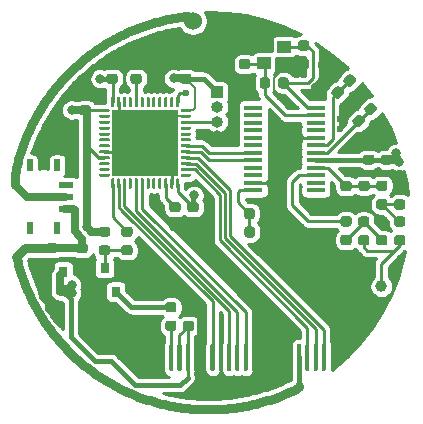
<source format=gbr>
%TF.GenerationSoftware,KiCad,Pcbnew,(5.1.6)-1*%
%TF.CreationDate,2020-12-07T17:57:15+08:00*%
%TF.ProjectId,A1.0,41312e30-2e6b-4696-9361-645f70636258,rev?*%
%TF.SameCoordinates,Original*%
%TF.FileFunction,Copper,L1,Top*%
%TF.FilePolarity,Positive*%
%FSLAX46Y46*%
G04 Gerber Fmt 4.6, Leading zero omitted, Abs format (unit mm)*
G04 Created by KiCad (PCBNEW (5.1.6)-1) date 2020-12-07 17:57:15*
%MOMM*%
%LPD*%
G01*
G04 APERTURE LIST*
%TA.AperFunction,SMDPad,CuDef*%
%ADD10R,1.150000X1.000000*%
%TD*%
%TA.AperFunction,SMDPad,CuDef*%
%ADD11R,1.600000X0.410000*%
%TD*%
%TA.AperFunction,SMDPad,CuDef*%
%ADD12R,0.500000X1.000000*%
%TD*%
%TA.AperFunction,SMDPad,CuDef*%
%ADD13R,1.300000X0.500000*%
%TD*%
%TA.AperFunction,ComponentPad*%
%ADD14C,1.000000*%
%TD*%
%TA.AperFunction,SMDPad,CuDef*%
%ADD15R,0.800000X0.900000*%
%TD*%
%TA.AperFunction,SMDPad,CuDef*%
%ADD16R,5.600000X5.600000*%
%TD*%
%TA.AperFunction,ComponentPad*%
%ADD17O,1.000000X1.000000*%
%TD*%
%TA.AperFunction,ComponentPad*%
%ADD18R,1.000000X1.000000*%
%TD*%
%TA.AperFunction,SMDPad,CuDef*%
%ADD19C,1.524000*%
%TD*%
%TA.AperFunction,ViaPad*%
%ADD20C,0.600000*%
%TD*%
%TA.AperFunction,ViaPad*%
%ADD21C,0.800000*%
%TD*%
%TA.AperFunction,Conductor*%
%ADD22C,0.254000*%
%TD*%
%TA.AperFunction,Conductor*%
%ADD23C,0.203200*%
%TD*%
%TA.AperFunction,Conductor*%
%ADD24C,0.635000*%
%TD*%
%TA.AperFunction,Conductor*%
%ADD25C,0.381000*%
%TD*%
%TA.AperFunction,Conductor*%
%ADD26C,0.762000*%
%TD*%
G04 APERTURE END LIST*
%TO.P,C23,2*%
%TO.N,Earth*%
%TA.AperFunction,SMDPad,CuDef*%
G36*
G01*
X40319708Y-18875316D02*
X39957316Y-19237709D01*
G75*
G02*
X39647956Y-19237709I-154680J154680D01*
G01*
X39338597Y-18928350D01*
G75*
G02*
X39338597Y-18618990I154680J154680D01*
G01*
X39700990Y-18256597D01*
G75*
G02*
X40010350Y-18256597I154680J-154680D01*
G01*
X40319709Y-18565956D01*
G75*
G02*
X40319709Y-18875316I-154680J-154680D01*
G01*
G37*
%TD.AperFunction*%
%TO.P,C23,1*%
%TO.N,Net-(C22-Pad1)*%
%TA.AperFunction,SMDPad,CuDef*%
G36*
G01*
X41433402Y-19989010D02*
X41071010Y-20351403D01*
G75*
G02*
X40761650Y-20351403I-154680J154680D01*
G01*
X40452291Y-20042044D01*
G75*
G02*
X40452291Y-19732684I154680J154680D01*
G01*
X40814684Y-19370291D01*
G75*
G02*
X41124044Y-19370291I154680J-154680D01*
G01*
X41433403Y-19679650D01*
G75*
G02*
X41433403Y-19989010I-154680J-154680D01*
G01*
G37*
%TD.AperFunction*%
%TD*%
%TO.P,J4,4*%
%TO.N,/LED_R*%
%TA.AperFunction,SMDPad,CuDef*%
G36*
G01*
X38905500Y-43353500D02*
X38905500Y-41228500D01*
G75*
G02*
X38993000Y-41141000I87500J0D01*
G01*
X39168000Y-41141000D01*
G75*
G02*
X39255500Y-41228500I0J-87500D01*
G01*
X39255500Y-43353500D01*
G75*
G02*
X39168000Y-43441000I-87500J0D01*
G01*
X38993000Y-43441000D01*
G75*
G02*
X38905500Y-43353500I0J87500D01*
G01*
G37*
%TD.AperFunction*%
%TO.P,J4,3*%
%TO.N,/LED_G*%
%TA.AperFunction,SMDPad,CuDef*%
G36*
G01*
X38205500Y-43353500D02*
X38205500Y-41228500D01*
G75*
G02*
X38293000Y-41141000I87500J0D01*
G01*
X38468000Y-41141000D01*
G75*
G02*
X38555500Y-41228500I0J-87500D01*
G01*
X38555500Y-43353500D01*
G75*
G02*
X38468000Y-43441000I-87500J0D01*
G01*
X38293000Y-43441000D01*
G75*
G02*
X38205500Y-43353500I0J87500D01*
G01*
G37*
%TD.AperFunction*%
%TO.P,J4,2*%
%TO.N,+5V*%
%TA.AperFunction,SMDPad,CuDef*%
G36*
G01*
X37505500Y-43353500D02*
X37505500Y-41228500D01*
G75*
G02*
X37593000Y-41141000I87500J0D01*
G01*
X37768000Y-41141000D01*
G75*
G02*
X37855500Y-41228500I0J-87500D01*
G01*
X37855500Y-43353500D01*
G75*
G02*
X37768000Y-43441000I-87500J0D01*
G01*
X37593000Y-43441000D01*
G75*
G02*
X37505500Y-43353500I0J87500D01*
G01*
G37*
%TD.AperFunction*%
%TO.P,J4,5*%
%TO.N,/LED_B*%
%TA.AperFunction,SMDPad,CuDef*%
G36*
G01*
X39605500Y-43353500D02*
X39605500Y-41228500D01*
G75*
G02*
X39693000Y-41141000I87500J0D01*
G01*
X39868000Y-41141000D01*
G75*
G02*
X39955500Y-41228500I0J-87500D01*
G01*
X39955500Y-43353500D01*
G75*
G02*
X39868000Y-43441000I-87500J0D01*
G01*
X39693000Y-43441000D01*
G75*
G02*
X39605500Y-43353500I0J87500D01*
G01*
G37*
%TD.AperFunction*%
%TO.P,J4,1*%
%TO.N,Earth*%
%TA.AperFunction,SMDPad,CuDef*%
G36*
G01*
X36805500Y-43353500D02*
X36805500Y-41228500D01*
G75*
G02*
X36893000Y-41141000I87500J0D01*
G01*
X37068000Y-41141000D01*
G75*
G02*
X37155500Y-41228500I0J-87500D01*
G01*
X37155500Y-43353500D01*
G75*
G02*
X37068000Y-43441000I-87500J0D01*
G01*
X36893000Y-43441000D01*
G75*
G02*
X36805500Y-43353500I0J87500D01*
G01*
G37*
%TD.AperFunction*%
%TD*%
%TO.P,J1,12*%
%TO.N,Earth*%
%TA.AperFunction,SMDPad,CuDef*%
G36*
G01*
X33675000Y-43362500D02*
X33675000Y-41237500D01*
G75*
G02*
X33762500Y-41150000I87500J0D01*
G01*
X33937500Y-41150000D01*
G75*
G02*
X34025000Y-41237500I0J-87500D01*
G01*
X34025000Y-43362500D01*
G75*
G02*
X33937500Y-43450000I-87500J0D01*
G01*
X33762500Y-43450000D01*
G75*
G02*
X33675000Y-43362500I0J87500D01*
G01*
G37*
%TD.AperFunction*%
%TO.P,J1,11*%
%TO.N,/RES*%
%TA.AperFunction,SMDPad,CuDef*%
G36*
G01*
X32975000Y-43362500D02*
X32975000Y-41237500D01*
G75*
G02*
X33062500Y-41150000I87500J0D01*
G01*
X33237500Y-41150000D01*
G75*
G02*
X33325000Y-41237500I0J-87500D01*
G01*
X33325000Y-43362500D01*
G75*
G02*
X33237500Y-43450000I-87500J0D01*
G01*
X33062500Y-43450000D01*
G75*
G02*
X32975000Y-43362500I0J87500D01*
G01*
G37*
%TD.AperFunction*%
%TO.P,J1,10*%
%TO.N,/SDA*%
%TA.AperFunction,SMDPad,CuDef*%
G36*
G01*
X32275000Y-43362500D02*
X32275000Y-41237500D01*
G75*
G02*
X32362500Y-41150000I87500J0D01*
G01*
X32537500Y-41150000D01*
G75*
G02*
X32625000Y-41237500I0J-87500D01*
G01*
X32625000Y-43362500D01*
G75*
G02*
X32537500Y-43450000I-87500J0D01*
G01*
X32362500Y-43450000D01*
G75*
G02*
X32275000Y-43362500I0J87500D01*
G01*
G37*
%TD.AperFunction*%
%TO.P,J1,9*%
%TO.N,/SCL*%
%TA.AperFunction,SMDPad,CuDef*%
G36*
G01*
X31575000Y-43362500D02*
X31575000Y-41237500D01*
G75*
G02*
X31662500Y-41150000I87500J0D01*
G01*
X31837500Y-41150000D01*
G75*
G02*
X31925000Y-41237500I0J-87500D01*
G01*
X31925000Y-43362500D01*
G75*
G02*
X31837500Y-43450000I-87500J0D01*
G01*
X31662500Y-43450000D01*
G75*
G02*
X31575000Y-43362500I0J87500D01*
G01*
G37*
%TD.AperFunction*%
%TO.P,J1,8*%
%TO.N,Earth*%
%TA.AperFunction,SMDPad,CuDef*%
G36*
G01*
X30875000Y-43362500D02*
X30875000Y-41237500D01*
G75*
G02*
X30962500Y-41150000I87500J0D01*
G01*
X31137500Y-41150000D01*
G75*
G02*
X31225000Y-41237500I0J-87500D01*
G01*
X31225000Y-43362500D01*
G75*
G02*
X31137500Y-43450000I-87500J0D01*
G01*
X30962500Y-43450000D01*
G75*
G02*
X30875000Y-43362500I0J87500D01*
G01*
G37*
%TD.AperFunction*%
%TO.P,J1,1*%
%TA.AperFunction,SMDPad,CuDef*%
G36*
G01*
X25975000Y-43362500D02*
X25975000Y-41237500D01*
G75*
G02*
X26062500Y-41150000I87500J0D01*
G01*
X26237500Y-41150000D01*
G75*
G02*
X26325000Y-41237500I0J-87500D01*
G01*
X26325000Y-43362500D01*
G75*
G02*
X26237500Y-43450000I-87500J0D01*
G01*
X26062500Y-43450000D01*
G75*
G02*
X25975000Y-43362500I0J87500D01*
G01*
G37*
%TD.AperFunction*%
%TO.P,J1,2*%
%TO.N,/LEDK*%
%TA.AperFunction,SMDPad,CuDef*%
G36*
G01*
X26675000Y-43362500D02*
X26675000Y-41237500D01*
G75*
G02*
X26762500Y-41150000I87500J0D01*
G01*
X26937500Y-41150000D01*
G75*
G02*
X27025000Y-41237500I0J-87500D01*
G01*
X27025000Y-43362500D01*
G75*
G02*
X26937500Y-43450000I-87500J0D01*
G01*
X26762500Y-43450000D01*
G75*
G02*
X26675000Y-43362500I0J87500D01*
G01*
G37*
%TD.AperFunction*%
%TO.P,J1,3*%
%TO.N,+3V3*%
%TA.AperFunction,SMDPad,CuDef*%
G36*
G01*
X27375000Y-43362500D02*
X27375000Y-41237500D01*
G75*
G02*
X27462500Y-41150000I87500J0D01*
G01*
X27637500Y-41150000D01*
G75*
G02*
X27725000Y-41237500I0J-87500D01*
G01*
X27725000Y-43362500D01*
G75*
G02*
X27637500Y-43450000I-87500J0D01*
G01*
X27462500Y-43450000D01*
G75*
G02*
X27375000Y-43362500I0J87500D01*
G01*
G37*
%TD.AperFunction*%
%TO.P,J1,4*%
%TA.AperFunction,SMDPad,CuDef*%
G36*
G01*
X28075000Y-43362500D02*
X28075000Y-41237500D01*
G75*
G02*
X28162500Y-41150000I87500J0D01*
G01*
X28337500Y-41150000D01*
G75*
G02*
X28425000Y-41237500I0J-87500D01*
G01*
X28425000Y-43362500D01*
G75*
G02*
X28337500Y-43450000I-87500J0D01*
G01*
X28162500Y-43450000D01*
G75*
G02*
X28075000Y-43362500I0J87500D01*
G01*
G37*
%TD.AperFunction*%
%TO.P,J1,5*%
%TO.N,Earth*%
%TA.AperFunction,SMDPad,CuDef*%
G36*
G01*
X28775000Y-43362500D02*
X28775000Y-41237500D01*
G75*
G02*
X28862500Y-41150000I87500J0D01*
G01*
X29037500Y-41150000D01*
G75*
G02*
X29125000Y-41237500I0J-87500D01*
G01*
X29125000Y-43362500D01*
G75*
G02*
X29037500Y-43450000I-87500J0D01*
G01*
X28862500Y-43450000D01*
G75*
G02*
X28775000Y-43362500I0J87500D01*
G01*
G37*
%TD.AperFunction*%
%TO.P,J1,7*%
%TO.N,/DC*%
%TA.AperFunction,SMDPad,CuDef*%
G36*
G01*
X30175000Y-43362500D02*
X30175000Y-41237500D01*
G75*
G02*
X30262500Y-41150000I87500J0D01*
G01*
X30437500Y-41150000D01*
G75*
G02*
X30525000Y-41237500I0J-87500D01*
G01*
X30525000Y-43362500D01*
G75*
G02*
X30437500Y-43450000I-87500J0D01*
G01*
X30262500Y-43450000D01*
G75*
G02*
X30175000Y-43362500I0J87500D01*
G01*
G37*
%TD.AperFunction*%
%TO.P,J1,6*%
%TO.N,Earth*%
%TA.AperFunction,SMDPad,CuDef*%
G36*
G01*
X29475000Y-43362500D02*
X29475000Y-41237500D01*
G75*
G02*
X29562500Y-41150000I87500J0D01*
G01*
X29737500Y-41150000D01*
G75*
G02*
X29825000Y-41237500I0J-87500D01*
G01*
X29825000Y-43362500D01*
G75*
G02*
X29737500Y-43450000I-87500J0D01*
G01*
X29562500Y-43450000D01*
G75*
G02*
X29475000Y-43362500I0J87500D01*
G01*
G37*
%TD.AperFunction*%
%TD*%
D10*
%TO.P,Y1,4*%
%TO.N,Earth*%
X34679000Y-15980000D03*
%TO.P,Y1,3*%
%TO.N,Net-(C15-Pad2)*%
X36429000Y-15980000D03*
%TO.P,Y1,2*%
%TO.N,Earth*%
X36429000Y-17380000D03*
%TO.P,Y1,1*%
%TO.N,Net-(C16-Pad2)*%
X34679000Y-17380000D03*
%TD*%
D11*
%TO.P,U3,24*%
%TO.N,Net-(C15-Pad2)*%
X39103300Y-21145500D03*
%TO.P,U3,23*%
%TO.N,Net-(C16-Pad2)*%
X39103300Y-21780500D03*
%TO.P,U3,22*%
%TO.N,Net-(U3-Pad22)*%
X39103300Y-22415500D03*
%TO.P,U3,21*%
%TO.N,Net-(U3-Pad21)*%
X39103300Y-23050500D03*
%TO.P,U3,16*%
%TO.N,/VMIC*%
X39103300Y-26225500D03*
%TO.P,U3,15*%
%TO.N,/MIC_IN*%
X39103300Y-26860500D03*
%TO.P,U3,14*%
%TO.N,Net-(U3-Pad14)*%
X39103300Y-27495500D03*
%TO.P,U3,13*%
%TO.N,Net-(U3-Pad13)*%
X39103300Y-28130500D03*
%TO.P,U3,12*%
%TO.N,Net-(C10-Pad1)*%
X33794700Y-28130500D03*
%TO.P,U3,11*%
%TO.N,Earth*%
X33794700Y-27495500D03*
%TO.P,U3,10*%
%TO.N,Net-(U3-Pad10)*%
X33794700Y-26860500D03*
%TO.P,U3,9*%
%TO.N,Net-(U3-Pad9)*%
X33794700Y-26225500D03*
%TO.P,U3,4*%
%TO.N,Net-(U3-Pad4)*%
X33794700Y-23050500D03*
%TO.P,U3,3*%
%TO.N,Net-(U3-Pad3)*%
X33794700Y-22415500D03*
%TO.P,U3,2*%
%TO.N,Net-(U3-Pad2)*%
X33794700Y-21780500D03*
%TO.P,U3,1*%
%TO.N,Net-(U3-Pad1)*%
X33794700Y-21145500D03*
%TO.P,U3,5*%
%TO.N,Net-(U3-Pad5)*%
X33794700Y-23685500D03*
%TO.P,U3,6*%
%TO.N,Net-(U3-Pad6)*%
X33794700Y-24320500D03*
%TO.P,U3,19*%
%TO.N,Net-(C22-Pad1)*%
X39103300Y-24320500D03*
%TO.P,U3,20*%
%TO.N,Earth*%
X39103300Y-23685500D03*
%TO.P,U3,7*%
%TO.N,/TX*%
X33794700Y-24955500D03*
%TO.P,U3,8*%
%TO.N,/RX*%
X33794700Y-25590500D03*
%TO.P,U3,18*%
%TO.N,Net-(C19-Pad1)*%
X39103300Y-24955500D03*
%TO.P,U3,17*%
%TO.N,+3V3*%
X39103300Y-25590500D03*
%TD*%
D12*
%TO.P,SW1,0*%
%TO.N,N/C*%
X14859000Y-31369000D03*
X14858500Y-26035000D03*
X17208500Y-31369000D03*
X17208500Y-26035000D03*
D13*
%TO.P,SW1,3*%
%TO.N,Net-(SW1-Pad3)*%
X17970500Y-27702000D03*
%TO.P,SW1,1*%
%TO.N,+5V*%
X17970500Y-29702000D03*
%TO.P,SW1,2*%
%TO.N,Net-(J2-Pad2)*%
X17970500Y-28702000D03*
%TD*%
%TO.P,R8,2*%
%TO.N,Net-(C18-Pad2)*%
%TA.AperFunction,SMDPad,CuDef*%
G36*
G01*
X43402250Y-31234000D02*
X42889750Y-31234000D01*
G75*
G02*
X42671000Y-31015250I0J218750D01*
G01*
X42671000Y-30577750D01*
G75*
G02*
X42889750Y-30359000I218750J0D01*
G01*
X43402250Y-30359000D01*
G75*
G02*
X43621000Y-30577750I0J-218750D01*
G01*
X43621000Y-31015250D01*
G75*
G02*
X43402250Y-31234000I-218750J0D01*
G01*
G37*
%TD.AperFunction*%
%TO.P,R8,1*%
%TO.N,Net-(MK1-Pad2)*%
%TA.AperFunction,SMDPad,CuDef*%
G36*
G01*
X43402250Y-32809000D02*
X42889750Y-32809000D01*
G75*
G02*
X42671000Y-32590250I0J218750D01*
G01*
X42671000Y-32152750D01*
G75*
G02*
X42889750Y-31934000I218750J0D01*
G01*
X43402250Y-31934000D01*
G75*
G02*
X43621000Y-32152750I0J-218750D01*
G01*
X43621000Y-32590250D01*
G75*
G02*
X43402250Y-32809000I-218750J0D01*
G01*
G37*
%TD.AperFunction*%
%TD*%
%TO.P,R7,2*%
%TO.N,/VMIC*%
%TA.AperFunction,SMDPad,CuDef*%
G36*
G01*
X44942250Y-28194000D02*
X44429750Y-28194000D01*
G75*
G02*
X44211000Y-27975250I0J218750D01*
G01*
X44211000Y-27537750D01*
G75*
G02*
X44429750Y-27319000I218750J0D01*
G01*
X44942250Y-27319000D01*
G75*
G02*
X45161000Y-27537750I0J-218750D01*
G01*
X45161000Y-27975250D01*
G75*
G02*
X44942250Y-28194000I-218750J0D01*
G01*
G37*
%TD.AperFunction*%
%TO.P,R7,1*%
%TO.N,Net-(C11-Pad1)*%
%TA.AperFunction,SMDPad,CuDef*%
G36*
G01*
X44942250Y-29769000D02*
X44429750Y-29769000D01*
G75*
G02*
X44211000Y-29550250I0J218750D01*
G01*
X44211000Y-29112750D01*
G75*
G02*
X44429750Y-28894000I218750J0D01*
G01*
X44942250Y-28894000D01*
G75*
G02*
X45161000Y-29112750I0J-218750D01*
G01*
X45161000Y-29550250D01*
G75*
G02*
X44942250Y-29769000I-218750J0D01*
G01*
G37*
%TD.AperFunction*%
%TD*%
%TO.P,R6,2*%
%TO.N,Net-(MK1-Pad2)*%
%TA.AperFunction,SMDPad,CuDef*%
G36*
G01*
X45939750Y-31934000D02*
X46452250Y-31934000D01*
G75*
G02*
X46671000Y-32152750I0J-218750D01*
G01*
X46671000Y-32590250D01*
G75*
G02*
X46452250Y-32809000I-218750J0D01*
G01*
X45939750Y-32809000D01*
G75*
G02*
X45721000Y-32590250I0J218750D01*
G01*
X45721000Y-32152750D01*
G75*
G02*
X45939750Y-31934000I218750J0D01*
G01*
G37*
%TD.AperFunction*%
%TO.P,R6,1*%
%TO.N,Net-(C11-Pad1)*%
%TA.AperFunction,SMDPad,CuDef*%
G36*
G01*
X45939750Y-30359000D02*
X46452250Y-30359000D01*
G75*
G02*
X46671000Y-30577750I0J-218750D01*
G01*
X46671000Y-31015250D01*
G75*
G02*
X46452250Y-31234000I-218750J0D01*
G01*
X45939750Y-31234000D01*
G75*
G02*
X45721000Y-31015250I0J218750D01*
G01*
X45721000Y-30577750D01*
G75*
G02*
X45939750Y-30359000I218750J0D01*
G01*
G37*
%TD.AperFunction*%
%TD*%
%TO.P,R5,2*%
%TO.N,Net-(C15-Pad2)*%
%TA.AperFunction,SMDPad,CuDef*%
G36*
G01*
X35910000Y-19306250D02*
X35910000Y-18793750D01*
G75*
G02*
X36128750Y-18575000I218750J0D01*
G01*
X36566250Y-18575000D01*
G75*
G02*
X36785000Y-18793750I0J-218750D01*
G01*
X36785000Y-19306250D01*
G75*
G02*
X36566250Y-19525000I-218750J0D01*
G01*
X36128750Y-19525000D01*
G75*
G02*
X35910000Y-19306250I0J218750D01*
G01*
G37*
%TD.AperFunction*%
%TO.P,R5,1*%
%TO.N,Net-(C16-Pad2)*%
%TA.AperFunction,SMDPad,CuDef*%
G36*
G01*
X34335000Y-19306250D02*
X34335000Y-18793750D01*
G75*
G02*
X34553750Y-18575000I218750J0D01*
G01*
X34991250Y-18575000D01*
G75*
G02*
X35210000Y-18793750I0J-218750D01*
G01*
X35210000Y-19306250D01*
G75*
G02*
X34991250Y-19525000I-218750J0D01*
G01*
X34553750Y-19525000D01*
G75*
G02*
X34335000Y-19306250I0J218750D01*
G01*
G37*
%TD.AperFunction*%
%TD*%
D14*
%TO.P,MK1,2*%
%TO.N,Net-(MK1-Pad2)*%
X44642000Y-36264000D03*
%TO.P,MK1,1*%
%TO.N,Earth*%
X43242000Y-36264000D03*
%TD*%
%TO.P,C22,2*%
%TO.N,Earth*%
%TA.AperFunction,SMDPad,CuDef*%
G36*
G01*
X41335708Y-17859316D02*
X40973316Y-18221709D01*
G75*
G02*
X40663956Y-18221709I-154680J154680D01*
G01*
X40354597Y-17912350D01*
G75*
G02*
X40354597Y-17602990I154680J154680D01*
G01*
X40716990Y-17240597D01*
G75*
G02*
X41026350Y-17240597I154680J-154680D01*
G01*
X41335709Y-17549956D01*
G75*
G02*
X41335709Y-17859316I-154680J-154680D01*
G01*
G37*
%TD.AperFunction*%
%TO.P,C22,1*%
%TO.N,Net-(C22-Pad1)*%
%TA.AperFunction,SMDPad,CuDef*%
G36*
G01*
X42449402Y-18973010D02*
X42087010Y-19335403D01*
G75*
G02*
X41777650Y-19335403I-154680J154680D01*
G01*
X41468291Y-19026044D01*
G75*
G02*
X41468291Y-18716684I154680J154680D01*
G01*
X41830684Y-18354291D01*
G75*
G02*
X42140044Y-18354291I154680J-154680D01*
G01*
X42449403Y-18663650D01*
G75*
G02*
X42449403Y-18973010I-154680J-154680D01*
G01*
G37*
%TD.AperFunction*%
%TD*%
%TO.P,C21,2*%
%TO.N,Earth*%
%TA.AperFunction,SMDPad,CuDef*%
G36*
G01*
X42097708Y-21288316D02*
X41735316Y-21650709D01*
G75*
G02*
X41425956Y-21650709I-154680J154680D01*
G01*
X41116597Y-21341350D01*
G75*
G02*
X41116597Y-21031990I154680J154680D01*
G01*
X41478990Y-20669597D01*
G75*
G02*
X41788350Y-20669597I154680J-154680D01*
G01*
X42097709Y-20978956D01*
G75*
G02*
X42097709Y-21288316I-154680J-154680D01*
G01*
G37*
%TD.AperFunction*%
%TO.P,C21,1*%
%TO.N,Net-(C19-Pad1)*%
%TA.AperFunction,SMDPad,CuDef*%
G36*
G01*
X43211402Y-22402010D02*
X42849010Y-22764403D01*
G75*
G02*
X42539650Y-22764403I-154680J154680D01*
G01*
X42230291Y-22455044D01*
G75*
G02*
X42230291Y-22145684I154680J154680D01*
G01*
X42592684Y-21783291D01*
G75*
G02*
X42902044Y-21783291I154680J-154680D01*
G01*
X43211403Y-22092650D01*
G75*
G02*
X43211403Y-22402010I-154680J-154680D01*
G01*
G37*
%TD.AperFunction*%
%TD*%
%TO.P,C20,2*%
%TO.N,Net-(C18-Pad2)*%
%TA.AperFunction,SMDPad,CuDef*%
G36*
G01*
X41399750Y-31914000D02*
X41912250Y-31914000D01*
G75*
G02*
X42131000Y-32132750I0J-218750D01*
G01*
X42131000Y-32570250D01*
G75*
G02*
X41912250Y-32789000I-218750J0D01*
G01*
X41399750Y-32789000D01*
G75*
G02*
X41181000Y-32570250I0J218750D01*
G01*
X41181000Y-32132750D01*
G75*
G02*
X41399750Y-31914000I218750J0D01*
G01*
G37*
%TD.AperFunction*%
%TO.P,C20,1*%
%TO.N,/MIC_IN*%
%TA.AperFunction,SMDPad,CuDef*%
G36*
G01*
X41399750Y-30339000D02*
X41912250Y-30339000D01*
G75*
G02*
X42131000Y-30557750I0J-218750D01*
G01*
X42131000Y-30995250D01*
G75*
G02*
X41912250Y-31214000I-218750J0D01*
G01*
X41399750Y-31214000D01*
G75*
G02*
X41181000Y-30995250I0J218750D01*
G01*
X41181000Y-30557750D01*
G75*
G02*
X41399750Y-30339000I218750J0D01*
G01*
G37*
%TD.AperFunction*%
%TD*%
%TO.P,C19,2*%
%TO.N,Earth*%
%TA.AperFunction,SMDPad,CuDef*%
G36*
G01*
X43113708Y-20272316D02*
X42751316Y-20634709D01*
G75*
G02*
X42441956Y-20634709I-154680J154680D01*
G01*
X42132597Y-20325350D01*
G75*
G02*
X42132597Y-20015990I154680J154680D01*
G01*
X42494990Y-19653597D01*
G75*
G02*
X42804350Y-19653597I154680J-154680D01*
G01*
X43113709Y-19962956D01*
G75*
G02*
X43113709Y-20272316I-154680J-154680D01*
G01*
G37*
%TD.AperFunction*%
%TO.P,C19,1*%
%TO.N,Net-(C19-Pad1)*%
%TA.AperFunction,SMDPad,CuDef*%
G36*
G01*
X44227402Y-21386010D02*
X43865010Y-21748403D01*
G75*
G02*
X43555650Y-21748403I-154680J154680D01*
G01*
X43246291Y-21439044D01*
G75*
G02*
X43246291Y-21129684I154680J154680D01*
G01*
X43608684Y-20767291D01*
G75*
G02*
X43918044Y-20767291I154680J-154680D01*
G01*
X44227403Y-21076650D01*
G75*
G02*
X44227403Y-21386010I-154680J-154680D01*
G01*
G37*
%TD.AperFunction*%
%TD*%
%TO.P,C18,2*%
%TO.N,Net-(C18-Pad2)*%
%TA.AperFunction,SMDPad,CuDef*%
G36*
G01*
X44419750Y-31924000D02*
X44932250Y-31924000D01*
G75*
G02*
X45151000Y-32142750I0J-218750D01*
G01*
X45151000Y-32580250D01*
G75*
G02*
X44932250Y-32799000I-218750J0D01*
G01*
X44419750Y-32799000D01*
G75*
G02*
X44201000Y-32580250I0J218750D01*
G01*
X44201000Y-32142750D01*
G75*
G02*
X44419750Y-31924000I218750J0D01*
G01*
G37*
%TD.AperFunction*%
%TO.P,C18,1*%
%TO.N,Earth*%
%TA.AperFunction,SMDPad,CuDef*%
G36*
G01*
X44419750Y-30349000D02*
X44932250Y-30349000D01*
G75*
G02*
X45151000Y-30567750I0J-218750D01*
G01*
X45151000Y-31005250D01*
G75*
G02*
X44932250Y-31224000I-218750J0D01*
G01*
X44419750Y-31224000D01*
G75*
G02*
X44201000Y-31005250I0J218750D01*
G01*
X44201000Y-30567750D01*
G75*
G02*
X44419750Y-30349000I218750J0D01*
G01*
G37*
%TD.AperFunction*%
%TD*%
%TO.P,C17,2*%
%TO.N,Earth*%
%TA.AperFunction,SMDPad,CuDef*%
G36*
G01*
X45341250Y-24415000D02*
X44828750Y-24415000D01*
G75*
G02*
X44610000Y-24196250I0J218750D01*
G01*
X44610000Y-23758750D01*
G75*
G02*
X44828750Y-23540000I218750J0D01*
G01*
X45341250Y-23540000D01*
G75*
G02*
X45560000Y-23758750I0J-218750D01*
G01*
X45560000Y-24196250D01*
G75*
G02*
X45341250Y-24415000I-218750J0D01*
G01*
G37*
%TD.AperFunction*%
%TO.P,C17,1*%
%TO.N,+3V3*%
%TA.AperFunction,SMDPad,CuDef*%
G36*
G01*
X45341250Y-25990000D02*
X44828750Y-25990000D01*
G75*
G02*
X44610000Y-25771250I0J218750D01*
G01*
X44610000Y-25333750D01*
G75*
G02*
X44828750Y-25115000I218750J0D01*
G01*
X45341250Y-25115000D01*
G75*
G02*
X45560000Y-25333750I0J-218750D01*
G01*
X45560000Y-25771250D01*
G75*
G02*
X45341250Y-25990000I-218750J0D01*
G01*
G37*
%TD.AperFunction*%
%TD*%
%TO.P,C16,2*%
%TO.N,Net-(C16-Pad2)*%
%TA.AperFunction,SMDPad,CuDef*%
G36*
G01*
X32797750Y-17030000D02*
X33310250Y-17030000D01*
G75*
G02*
X33529000Y-17248750I0J-218750D01*
G01*
X33529000Y-17686250D01*
G75*
G02*
X33310250Y-17905000I-218750J0D01*
G01*
X32797750Y-17905000D01*
G75*
G02*
X32579000Y-17686250I0J218750D01*
G01*
X32579000Y-17248750D01*
G75*
G02*
X32797750Y-17030000I218750J0D01*
G01*
G37*
%TD.AperFunction*%
%TO.P,C16,1*%
%TO.N,Earth*%
%TA.AperFunction,SMDPad,CuDef*%
G36*
G01*
X32797750Y-15455000D02*
X33310250Y-15455000D01*
G75*
G02*
X33529000Y-15673750I0J-218750D01*
G01*
X33529000Y-16111250D01*
G75*
G02*
X33310250Y-16330000I-218750J0D01*
G01*
X32797750Y-16330000D01*
G75*
G02*
X32579000Y-16111250I0J218750D01*
G01*
X32579000Y-15673750D01*
G75*
G02*
X32797750Y-15455000I218750J0D01*
G01*
G37*
%TD.AperFunction*%
%TD*%
%TO.P,C15,2*%
%TO.N,Net-(C15-Pad2)*%
%TA.AperFunction,SMDPad,CuDef*%
G36*
G01*
X38310250Y-16330000D02*
X37797750Y-16330000D01*
G75*
G02*
X37579000Y-16111250I0J218750D01*
G01*
X37579000Y-15673750D01*
G75*
G02*
X37797750Y-15455000I218750J0D01*
G01*
X38310250Y-15455000D01*
G75*
G02*
X38529000Y-15673750I0J-218750D01*
G01*
X38529000Y-16111250D01*
G75*
G02*
X38310250Y-16330000I-218750J0D01*
G01*
G37*
%TD.AperFunction*%
%TO.P,C15,1*%
%TO.N,Earth*%
%TA.AperFunction,SMDPad,CuDef*%
G36*
G01*
X38310250Y-17905000D02*
X37797750Y-17905000D01*
G75*
G02*
X37579000Y-17686250I0J218750D01*
G01*
X37579000Y-17248750D01*
G75*
G02*
X37797750Y-17030000I218750J0D01*
G01*
X38310250Y-17030000D01*
G75*
G02*
X38529000Y-17248750I0J-218750D01*
G01*
X38529000Y-17686250D01*
G75*
G02*
X38310250Y-17905000I-218750J0D01*
G01*
G37*
%TD.AperFunction*%
%TD*%
%TO.P,C14,2*%
%TO.N,Earth*%
%TA.AperFunction,SMDPad,CuDef*%
G36*
G01*
X43817250Y-24415000D02*
X43304750Y-24415000D01*
G75*
G02*
X43086000Y-24196250I0J218750D01*
G01*
X43086000Y-23758750D01*
G75*
G02*
X43304750Y-23540000I218750J0D01*
G01*
X43817250Y-23540000D01*
G75*
G02*
X44036000Y-23758750I0J-218750D01*
G01*
X44036000Y-24196250D01*
G75*
G02*
X43817250Y-24415000I-218750J0D01*
G01*
G37*
%TD.AperFunction*%
%TO.P,C14,1*%
%TO.N,+3V3*%
%TA.AperFunction,SMDPad,CuDef*%
G36*
G01*
X43817250Y-25990000D02*
X43304750Y-25990000D01*
G75*
G02*
X43086000Y-25771250I0J218750D01*
G01*
X43086000Y-25333750D01*
G75*
G02*
X43304750Y-25115000I218750J0D01*
G01*
X43817250Y-25115000D01*
G75*
G02*
X44036000Y-25333750I0J-218750D01*
G01*
X44036000Y-25771250D01*
G75*
G02*
X43817250Y-25990000I-218750J0D01*
G01*
G37*
%TD.AperFunction*%
%TD*%
%TO.P,C13,2*%
%TO.N,Earth*%
%TA.AperFunction,SMDPad,CuDef*%
G36*
G01*
X42923750Y-28899500D02*
X43436250Y-28899500D01*
G75*
G02*
X43655000Y-29118250I0J-218750D01*
G01*
X43655000Y-29555750D01*
G75*
G02*
X43436250Y-29774500I-218750J0D01*
G01*
X42923750Y-29774500D01*
G75*
G02*
X42705000Y-29555750I0J218750D01*
G01*
X42705000Y-29118250D01*
G75*
G02*
X42923750Y-28899500I218750J0D01*
G01*
G37*
%TD.AperFunction*%
%TO.P,C13,1*%
%TO.N,/VMIC*%
%TA.AperFunction,SMDPad,CuDef*%
G36*
G01*
X42923750Y-27324500D02*
X43436250Y-27324500D01*
G75*
G02*
X43655000Y-27543250I0J-218750D01*
G01*
X43655000Y-27980750D01*
G75*
G02*
X43436250Y-28199500I-218750J0D01*
G01*
X42923750Y-28199500D01*
G75*
G02*
X42705000Y-27980750I0J218750D01*
G01*
X42705000Y-27543250D01*
G75*
G02*
X42923750Y-27324500I218750J0D01*
G01*
G37*
%TD.AperFunction*%
%TD*%
%TO.P,C12,2*%
%TO.N,Earth*%
%TA.AperFunction,SMDPad,CuDef*%
G36*
G01*
X41399750Y-28925000D02*
X41912250Y-28925000D01*
G75*
G02*
X42131000Y-29143750I0J-218750D01*
G01*
X42131000Y-29581250D01*
G75*
G02*
X41912250Y-29800000I-218750J0D01*
G01*
X41399750Y-29800000D01*
G75*
G02*
X41181000Y-29581250I0J218750D01*
G01*
X41181000Y-29143750D01*
G75*
G02*
X41399750Y-28925000I218750J0D01*
G01*
G37*
%TD.AperFunction*%
%TO.P,C12,1*%
%TO.N,/VMIC*%
%TA.AperFunction,SMDPad,CuDef*%
G36*
G01*
X41399750Y-27350000D02*
X41912250Y-27350000D01*
G75*
G02*
X42131000Y-27568750I0J-218750D01*
G01*
X42131000Y-28006250D01*
G75*
G02*
X41912250Y-28225000I-218750J0D01*
G01*
X41399750Y-28225000D01*
G75*
G02*
X41181000Y-28006250I0J218750D01*
G01*
X41181000Y-27568750D01*
G75*
G02*
X41399750Y-27350000I218750J0D01*
G01*
G37*
%TD.AperFunction*%
%TD*%
%TO.P,C11,2*%
%TO.N,Earth*%
%TA.AperFunction,SMDPad,CuDef*%
G36*
G01*
X46462250Y-28204000D02*
X45949750Y-28204000D01*
G75*
G02*
X45731000Y-27985250I0J218750D01*
G01*
X45731000Y-27547750D01*
G75*
G02*
X45949750Y-27329000I218750J0D01*
G01*
X46462250Y-27329000D01*
G75*
G02*
X46681000Y-27547750I0J-218750D01*
G01*
X46681000Y-27985250D01*
G75*
G02*
X46462250Y-28204000I-218750J0D01*
G01*
G37*
%TD.AperFunction*%
%TO.P,C11,1*%
%TO.N,Net-(C11-Pad1)*%
%TA.AperFunction,SMDPad,CuDef*%
G36*
G01*
X46462250Y-29779000D02*
X45949750Y-29779000D01*
G75*
G02*
X45731000Y-29560250I0J218750D01*
G01*
X45731000Y-29122750D01*
G75*
G02*
X45949750Y-28904000I218750J0D01*
G01*
X46462250Y-28904000D01*
G75*
G02*
X46681000Y-29122750I0J-218750D01*
G01*
X46681000Y-29560250D01*
G75*
G02*
X46462250Y-29779000I-218750J0D01*
G01*
G37*
%TD.AperFunction*%
%TD*%
%TO.P,C10,2*%
%TO.N,Earth*%
%TA.AperFunction,SMDPad,CuDef*%
G36*
G01*
X34623000Y-31935250D02*
X34623000Y-31422750D01*
G75*
G02*
X34841750Y-31204000I218750J0D01*
G01*
X35279250Y-31204000D01*
G75*
G02*
X35498000Y-31422750I0J-218750D01*
G01*
X35498000Y-31935250D01*
G75*
G02*
X35279250Y-32154000I-218750J0D01*
G01*
X34841750Y-32154000D01*
G75*
G02*
X34623000Y-31935250I0J218750D01*
G01*
G37*
%TD.AperFunction*%
%TO.P,C10,1*%
%TO.N,Net-(C10-Pad1)*%
%TA.AperFunction,SMDPad,CuDef*%
G36*
G01*
X33048000Y-31935250D02*
X33048000Y-31422750D01*
G75*
G02*
X33266750Y-31204000I218750J0D01*
G01*
X33704250Y-31204000D01*
G75*
G02*
X33923000Y-31422750I0J-218750D01*
G01*
X33923000Y-31935250D01*
G75*
G02*
X33704250Y-32154000I-218750J0D01*
G01*
X33266750Y-32154000D01*
G75*
G02*
X33048000Y-31935250I0J218750D01*
G01*
G37*
%TD.AperFunction*%
%TD*%
%TO.P,C9,2*%
%TO.N,Earth*%
%TA.AperFunction,SMDPad,CuDef*%
G36*
G01*
X34613000Y-30365250D02*
X34613000Y-29852750D01*
G75*
G02*
X34831750Y-29634000I218750J0D01*
G01*
X35269250Y-29634000D01*
G75*
G02*
X35488000Y-29852750I0J-218750D01*
G01*
X35488000Y-30365250D01*
G75*
G02*
X35269250Y-30584000I-218750J0D01*
G01*
X34831750Y-30584000D01*
G75*
G02*
X34613000Y-30365250I0J218750D01*
G01*
G37*
%TD.AperFunction*%
%TO.P,C9,1*%
%TO.N,Net-(C10-Pad1)*%
%TA.AperFunction,SMDPad,CuDef*%
G36*
G01*
X33038000Y-30365250D02*
X33038000Y-29852750D01*
G75*
G02*
X33256750Y-29634000I218750J0D01*
G01*
X33694250Y-29634000D01*
G75*
G02*
X33913000Y-29852750I0J-218750D01*
G01*
X33913000Y-30365250D01*
G75*
G02*
X33694250Y-30584000I-218750J0D01*
G01*
X33256750Y-30584000D01*
G75*
G02*
X33038000Y-30365250I0J218750D01*
G01*
G37*
%TD.AperFunction*%
%TD*%
D15*
%TO.P,U2,3*%
%TO.N,+5V*%
X16764000Y-33036000D03*
%TO.P,U2,2*%
%TO.N,+3V3*%
X17714000Y-35036000D03*
%TO.P,U2,1*%
%TO.N,Earth*%
X15814000Y-35036000D03*
%TD*%
D16*
%TO.P,U1,49*%
%TO.N,Earth*%
X24638000Y-24130000D03*
%TO.P,U1,48*%
%TO.N,+3V3*%
%TA.AperFunction,SMDPad,CuDef*%
G36*
G01*
X21763000Y-21067500D02*
X21763000Y-20317500D01*
G75*
G02*
X21825500Y-20255000I62500J0D01*
G01*
X21950500Y-20255000D01*
G75*
G02*
X22013000Y-20317500I0J-62500D01*
G01*
X22013000Y-21067500D01*
G75*
G02*
X21950500Y-21130000I-62500J0D01*
G01*
X21825500Y-21130000D01*
G75*
G02*
X21763000Y-21067500I0J62500D01*
G01*
G37*
%TD.AperFunction*%
%TO.P,U1,47*%
%TO.N,Earth*%
%TA.AperFunction,SMDPad,CuDef*%
G36*
G01*
X22263000Y-21067500D02*
X22263000Y-20317500D01*
G75*
G02*
X22325500Y-20255000I62500J0D01*
G01*
X22450500Y-20255000D01*
G75*
G02*
X22513000Y-20317500I0J-62500D01*
G01*
X22513000Y-21067500D01*
G75*
G02*
X22450500Y-21130000I-62500J0D01*
G01*
X22325500Y-21130000D01*
G75*
G02*
X22263000Y-21067500I0J62500D01*
G01*
G37*
%TD.AperFunction*%
%TO.P,U1,46*%
%TO.N,Net-(U1-Pad46)*%
%TA.AperFunction,SMDPad,CuDef*%
G36*
G01*
X22763000Y-21067500D02*
X22763000Y-20317500D01*
G75*
G02*
X22825500Y-20255000I62500J0D01*
G01*
X22950500Y-20255000D01*
G75*
G02*
X23013000Y-20317500I0J-62500D01*
G01*
X23013000Y-21067500D01*
G75*
G02*
X22950500Y-21130000I-62500J0D01*
G01*
X22825500Y-21130000D01*
G75*
G02*
X22763000Y-21067500I0J62500D01*
G01*
G37*
%TD.AperFunction*%
%TO.P,U1,45*%
%TO.N,Net-(U1-Pad45)*%
%TA.AperFunction,SMDPad,CuDef*%
G36*
G01*
X23263000Y-21067500D02*
X23263000Y-20317500D01*
G75*
G02*
X23325500Y-20255000I62500J0D01*
G01*
X23450500Y-20255000D01*
G75*
G02*
X23513000Y-20317500I0J-62500D01*
G01*
X23513000Y-21067500D01*
G75*
G02*
X23450500Y-21130000I-62500J0D01*
G01*
X23325500Y-21130000D01*
G75*
G02*
X23263000Y-21067500I0J62500D01*
G01*
G37*
%TD.AperFunction*%
%TO.P,U1,44*%
%TO.N,Net-(R1-Pad1)*%
%TA.AperFunction,SMDPad,CuDef*%
G36*
G01*
X23763000Y-21067500D02*
X23763000Y-20317500D01*
G75*
G02*
X23825500Y-20255000I62500J0D01*
G01*
X23950500Y-20255000D01*
G75*
G02*
X24013000Y-20317500I0J-62500D01*
G01*
X24013000Y-21067500D01*
G75*
G02*
X23950500Y-21130000I-62500J0D01*
G01*
X23825500Y-21130000D01*
G75*
G02*
X23763000Y-21067500I0J62500D01*
G01*
G37*
%TD.AperFunction*%
%TO.P,U1,43*%
%TO.N,Net-(U1-Pad43)*%
%TA.AperFunction,SMDPad,CuDef*%
G36*
G01*
X24263000Y-21067500D02*
X24263000Y-20317500D01*
G75*
G02*
X24325500Y-20255000I62500J0D01*
G01*
X24450500Y-20255000D01*
G75*
G02*
X24513000Y-20317500I0J-62500D01*
G01*
X24513000Y-21067500D01*
G75*
G02*
X24450500Y-21130000I-62500J0D01*
G01*
X24325500Y-21130000D01*
G75*
G02*
X24263000Y-21067500I0J62500D01*
G01*
G37*
%TD.AperFunction*%
%TO.P,U1,42*%
%TO.N,Net-(U1-Pad42)*%
%TA.AperFunction,SMDPad,CuDef*%
G36*
G01*
X24763000Y-21067500D02*
X24763000Y-20317500D01*
G75*
G02*
X24825500Y-20255000I62500J0D01*
G01*
X24950500Y-20255000D01*
G75*
G02*
X25013000Y-20317500I0J-62500D01*
G01*
X25013000Y-21067500D01*
G75*
G02*
X24950500Y-21130000I-62500J0D01*
G01*
X24825500Y-21130000D01*
G75*
G02*
X24763000Y-21067500I0J62500D01*
G01*
G37*
%TD.AperFunction*%
%TO.P,U1,41*%
%TO.N,Net-(U1-Pad41)*%
%TA.AperFunction,SMDPad,CuDef*%
G36*
G01*
X25263000Y-21067500D02*
X25263000Y-20317500D01*
G75*
G02*
X25325500Y-20255000I62500J0D01*
G01*
X25450500Y-20255000D01*
G75*
G02*
X25513000Y-20317500I0J-62500D01*
G01*
X25513000Y-21067500D01*
G75*
G02*
X25450500Y-21130000I-62500J0D01*
G01*
X25325500Y-21130000D01*
G75*
G02*
X25263000Y-21067500I0J62500D01*
G01*
G37*
%TD.AperFunction*%
%TO.P,U1,40*%
%TO.N,Net-(U1-Pad40)*%
%TA.AperFunction,SMDPad,CuDef*%
G36*
G01*
X25763000Y-21067500D02*
X25763000Y-20317500D01*
G75*
G02*
X25825500Y-20255000I62500J0D01*
G01*
X25950500Y-20255000D01*
G75*
G02*
X26013000Y-20317500I0J-62500D01*
G01*
X26013000Y-21067500D01*
G75*
G02*
X25950500Y-21130000I-62500J0D01*
G01*
X25825500Y-21130000D01*
G75*
G02*
X25763000Y-21067500I0J62500D01*
G01*
G37*
%TD.AperFunction*%
%TO.P,U1,39*%
%TO.N,Net-(U1-Pad39)*%
%TA.AperFunction,SMDPad,CuDef*%
G36*
G01*
X26263000Y-21067500D02*
X26263000Y-20317500D01*
G75*
G02*
X26325500Y-20255000I62500J0D01*
G01*
X26450500Y-20255000D01*
G75*
G02*
X26513000Y-20317500I0J-62500D01*
G01*
X26513000Y-21067500D01*
G75*
G02*
X26450500Y-21130000I-62500J0D01*
G01*
X26325500Y-21130000D01*
G75*
G02*
X26263000Y-21067500I0J62500D01*
G01*
G37*
%TD.AperFunction*%
%TO.P,U1,38*%
%TO.N,Net-(U1-Pad38)*%
%TA.AperFunction,SMDPad,CuDef*%
G36*
G01*
X26763000Y-21067500D02*
X26763000Y-20317500D01*
G75*
G02*
X26825500Y-20255000I62500J0D01*
G01*
X26950500Y-20255000D01*
G75*
G02*
X27013000Y-20317500I0J-62500D01*
G01*
X27013000Y-21067500D01*
G75*
G02*
X26950500Y-21130000I-62500J0D01*
G01*
X26825500Y-21130000D01*
G75*
G02*
X26763000Y-21067500I0J62500D01*
G01*
G37*
%TD.AperFunction*%
%TO.P,U1,37*%
%TO.N,/SWCLK*%
%TA.AperFunction,SMDPad,CuDef*%
G36*
G01*
X27263000Y-21067500D02*
X27263000Y-20317500D01*
G75*
G02*
X27325500Y-20255000I62500J0D01*
G01*
X27450500Y-20255000D01*
G75*
G02*
X27513000Y-20317500I0J-62500D01*
G01*
X27513000Y-21067500D01*
G75*
G02*
X27450500Y-21130000I-62500J0D01*
G01*
X27325500Y-21130000D01*
G75*
G02*
X27263000Y-21067500I0J62500D01*
G01*
G37*
%TD.AperFunction*%
%TO.P,U1,36*%
%TO.N,+3V3*%
%TA.AperFunction,SMDPad,CuDef*%
G36*
G01*
X27638000Y-21442500D02*
X27638000Y-21317500D01*
G75*
G02*
X27700500Y-21255000I62500J0D01*
G01*
X28450500Y-21255000D01*
G75*
G02*
X28513000Y-21317500I0J-62500D01*
G01*
X28513000Y-21442500D01*
G75*
G02*
X28450500Y-21505000I-62500J0D01*
G01*
X27700500Y-21505000D01*
G75*
G02*
X27638000Y-21442500I0J62500D01*
G01*
G37*
%TD.AperFunction*%
%TO.P,U1,35*%
%TO.N,Earth*%
%TA.AperFunction,SMDPad,CuDef*%
G36*
G01*
X27638000Y-21942500D02*
X27638000Y-21817500D01*
G75*
G02*
X27700500Y-21755000I62500J0D01*
G01*
X28450500Y-21755000D01*
G75*
G02*
X28513000Y-21817500I0J-62500D01*
G01*
X28513000Y-21942500D01*
G75*
G02*
X28450500Y-22005000I-62500J0D01*
G01*
X27700500Y-22005000D01*
G75*
G02*
X27638000Y-21942500I0J62500D01*
G01*
G37*
%TD.AperFunction*%
%TO.P,U1,34*%
%TO.N,/SWDIO*%
%TA.AperFunction,SMDPad,CuDef*%
G36*
G01*
X27638000Y-22442500D02*
X27638000Y-22317500D01*
G75*
G02*
X27700500Y-22255000I62500J0D01*
G01*
X28450500Y-22255000D01*
G75*
G02*
X28513000Y-22317500I0J-62500D01*
G01*
X28513000Y-22442500D01*
G75*
G02*
X28450500Y-22505000I-62500J0D01*
G01*
X27700500Y-22505000D01*
G75*
G02*
X27638000Y-22442500I0J62500D01*
G01*
G37*
%TD.AperFunction*%
%TO.P,U1,33*%
%TO.N,Net-(U1-Pad33)*%
%TA.AperFunction,SMDPad,CuDef*%
G36*
G01*
X27638000Y-22942500D02*
X27638000Y-22817500D01*
G75*
G02*
X27700500Y-22755000I62500J0D01*
G01*
X28450500Y-22755000D01*
G75*
G02*
X28513000Y-22817500I0J-62500D01*
G01*
X28513000Y-22942500D01*
G75*
G02*
X28450500Y-23005000I-62500J0D01*
G01*
X27700500Y-23005000D01*
G75*
G02*
X27638000Y-22942500I0J62500D01*
G01*
G37*
%TD.AperFunction*%
%TO.P,U1,32*%
%TO.N,Net-(U1-Pad32)*%
%TA.AperFunction,SMDPad,CuDef*%
G36*
G01*
X27638000Y-23442500D02*
X27638000Y-23317500D01*
G75*
G02*
X27700500Y-23255000I62500J0D01*
G01*
X28450500Y-23255000D01*
G75*
G02*
X28513000Y-23317500I0J-62500D01*
G01*
X28513000Y-23442500D01*
G75*
G02*
X28450500Y-23505000I-62500J0D01*
G01*
X27700500Y-23505000D01*
G75*
G02*
X27638000Y-23442500I0J62500D01*
G01*
G37*
%TD.AperFunction*%
%TO.P,U1,31*%
%TO.N,Net-(U1-Pad31)*%
%TA.AperFunction,SMDPad,CuDef*%
G36*
G01*
X27638000Y-23942500D02*
X27638000Y-23817500D01*
G75*
G02*
X27700500Y-23755000I62500J0D01*
G01*
X28450500Y-23755000D01*
G75*
G02*
X28513000Y-23817500I0J-62500D01*
G01*
X28513000Y-23942500D01*
G75*
G02*
X28450500Y-24005000I-62500J0D01*
G01*
X27700500Y-24005000D01*
G75*
G02*
X27638000Y-23942500I0J62500D01*
G01*
G37*
%TD.AperFunction*%
%TO.P,U1,30*%
%TO.N,/TX*%
%TA.AperFunction,SMDPad,CuDef*%
G36*
G01*
X27638000Y-24442500D02*
X27638000Y-24317500D01*
G75*
G02*
X27700500Y-24255000I62500J0D01*
G01*
X28450500Y-24255000D01*
G75*
G02*
X28513000Y-24317500I0J-62500D01*
G01*
X28513000Y-24442500D01*
G75*
G02*
X28450500Y-24505000I-62500J0D01*
G01*
X27700500Y-24505000D01*
G75*
G02*
X27638000Y-24442500I0J62500D01*
G01*
G37*
%TD.AperFunction*%
%TO.P,U1,29*%
%TO.N,/RX*%
%TA.AperFunction,SMDPad,CuDef*%
G36*
G01*
X27638000Y-24942500D02*
X27638000Y-24817500D01*
G75*
G02*
X27700500Y-24755000I62500J0D01*
G01*
X28450500Y-24755000D01*
G75*
G02*
X28513000Y-24817500I0J-62500D01*
G01*
X28513000Y-24942500D01*
G75*
G02*
X28450500Y-25005000I-62500J0D01*
G01*
X27700500Y-25005000D01*
G75*
G02*
X27638000Y-24942500I0J62500D01*
G01*
G37*
%TD.AperFunction*%
%TO.P,U1,28*%
%TO.N,/LED_B*%
%TA.AperFunction,SMDPad,CuDef*%
G36*
G01*
X27638000Y-25442500D02*
X27638000Y-25317500D01*
G75*
G02*
X27700500Y-25255000I62500J0D01*
G01*
X28450500Y-25255000D01*
G75*
G02*
X28513000Y-25317500I0J-62500D01*
G01*
X28513000Y-25442500D01*
G75*
G02*
X28450500Y-25505000I-62500J0D01*
G01*
X27700500Y-25505000D01*
G75*
G02*
X27638000Y-25442500I0J62500D01*
G01*
G37*
%TD.AperFunction*%
%TO.P,U1,27*%
%TO.N,/LED_R*%
%TA.AperFunction,SMDPad,CuDef*%
G36*
G01*
X27638000Y-25942500D02*
X27638000Y-25817500D01*
G75*
G02*
X27700500Y-25755000I62500J0D01*
G01*
X28450500Y-25755000D01*
G75*
G02*
X28513000Y-25817500I0J-62500D01*
G01*
X28513000Y-25942500D01*
G75*
G02*
X28450500Y-26005000I-62500J0D01*
G01*
X27700500Y-26005000D01*
G75*
G02*
X27638000Y-25942500I0J62500D01*
G01*
G37*
%TD.AperFunction*%
%TO.P,U1,26*%
%TO.N,/LED_G*%
%TA.AperFunction,SMDPad,CuDef*%
G36*
G01*
X27638000Y-26442500D02*
X27638000Y-26317500D01*
G75*
G02*
X27700500Y-26255000I62500J0D01*
G01*
X28450500Y-26255000D01*
G75*
G02*
X28513000Y-26317500I0J-62500D01*
G01*
X28513000Y-26442500D01*
G75*
G02*
X28450500Y-26505000I-62500J0D01*
G01*
X27700500Y-26505000D01*
G75*
G02*
X27638000Y-26442500I0J62500D01*
G01*
G37*
%TD.AperFunction*%
%TO.P,U1,25*%
%TO.N,Net-(U1-Pad25)*%
%TA.AperFunction,SMDPad,CuDef*%
G36*
G01*
X27638000Y-26942500D02*
X27638000Y-26817500D01*
G75*
G02*
X27700500Y-26755000I62500J0D01*
G01*
X28450500Y-26755000D01*
G75*
G02*
X28513000Y-26817500I0J-62500D01*
G01*
X28513000Y-26942500D01*
G75*
G02*
X28450500Y-27005000I-62500J0D01*
G01*
X27700500Y-27005000D01*
G75*
G02*
X27638000Y-26942500I0J62500D01*
G01*
G37*
%TD.AperFunction*%
%TO.P,U1,24*%
%TO.N,+3V3*%
%TA.AperFunction,SMDPad,CuDef*%
G36*
G01*
X27263000Y-27942500D02*
X27263000Y-27192500D01*
G75*
G02*
X27325500Y-27130000I62500J0D01*
G01*
X27450500Y-27130000D01*
G75*
G02*
X27513000Y-27192500I0J-62500D01*
G01*
X27513000Y-27942500D01*
G75*
G02*
X27450500Y-28005000I-62500J0D01*
G01*
X27325500Y-28005000D01*
G75*
G02*
X27263000Y-27942500I0J62500D01*
G01*
G37*
%TD.AperFunction*%
%TO.P,U1,23*%
%TO.N,Earth*%
%TA.AperFunction,SMDPad,CuDef*%
G36*
G01*
X26763000Y-27942500D02*
X26763000Y-27192500D01*
G75*
G02*
X26825500Y-27130000I62500J0D01*
G01*
X26950500Y-27130000D01*
G75*
G02*
X27013000Y-27192500I0J-62500D01*
G01*
X27013000Y-27942500D01*
G75*
G02*
X26950500Y-28005000I-62500J0D01*
G01*
X26825500Y-28005000D01*
G75*
G02*
X26763000Y-27942500I0J62500D01*
G01*
G37*
%TD.AperFunction*%
%TO.P,U1,22*%
%TO.N,Net-(C1-Pad2)*%
%TA.AperFunction,SMDPad,CuDef*%
G36*
G01*
X26263000Y-27942500D02*
X26263000Y-27192500D01*
G75*
G02*
X26325500Y-27130000I62500J0D01*
G01*
X26450500Y-27130000D01*
G75*
G02*
X26513000Y-27192500I0J-62500D01*
G01*
X26513000Y-27942500D01*
G75*
G02*
X26450500Y-28005000I-62500J0D01*
G01*
X26325500Y-28005000D01*
G75*
G02*
X26263000Y-27942500I0J62500D01*
G01*
G37*
%TD.AperFunction*%
%TO.P,U1,21*%
%TO.N,Net-(U1-Pad21)*%
%TA.AperFunction,SMDPad,CuDef*%
G36*
G01*
X25763000Y-27942500D02*
X25763000Y-27192500D01*
G75*
G02*
X25825500Y-27130000I62500J0D01*
G01*
X25950500Y-27130000D01*
G75*
G02*
X26013000Y-27192500I0J-62500D01*
G01*
X26013000Y-27942500D01*
G75*
G02*
X25950500Y-28005000I-62500J0D01*
G01*
X25825500Y-28005000D01*
G75*
G02*
X25763000Y-27942500I0J62500D01*
G01*
G37*
%TD.AperFunction*%
%TO.P,U1,20*%
%TO.N,Net-(U1-Pad20)*%
%TA.AperFunction,SMDPad,CuDef*%
G36*
G01*
X25263000Y-27942500D02*
X25263000Y-27192500D01*
G75*
G02*
X25325500Y-27130000I62500J0D01*
G01*
X25450500Y-27130000D01*
G75*
G02*
X25513000Y-27192500I0J-62500D01*
G01*
X25513000Y-27942500D01*
G75*
G02*
X25450500Y-28005000I-62500J0D01*
G01*
X25325500Y-28005000D01*
G75*
G02*
X25263000Y-27942500I0J62500D01*
G01*
G37*
%TD.AperFunction*%
%TO.P,U1,19*%
%TO.N,Net-(U1-Pad19)*%
%TA.AperFunction,SMDPad,CuDef*%
G36*
G01*
X24763000Y-27942500D02*
X24763000Y-27192500D01*
G75*
G02*
X24825500Y-27130000I62500J0D01*
G01*
X24950500Y-27130000D01*
G75*
G02*
X25013000Y-27192500I0J-62500D01*
G01*
X25013000Y-27942500D01*
G75*
G02*
X24950500Y-28005000I-62500J0D01*
G01*
X24825500Y-28005000D01*
G75*
G02*
X24763000Y-27942500I0J62500D01*
G01*
G37*
%TD.AperFunction*%
%TO.P,U1,18*%
%TO.N,/RES*%
%TA.AperFunction,SMDPad,CuDef*%
G36*
G01*
X24263000Y-27942500D02*
X24263000Y-27192500D01*
G75*
G02*
X24325500Y-27130000I62500J0D01*
G01*
X24450500Y-27130000D01*
G75*
G02*
X24513000Y-27192500I0J-62500D01*
G01*
X24513000Y-27942500D01*
G75*
G02*
X24450500Y-28005000I-62500J0D01*
G01*
X24325500Y-28005000D01*
G75*
G02*
X24263000Y-27942500I0J62500D01*
G01*
G37*
%TD.AperFunction*%
%TO.P,U1,17*%
%TO.N,/SDA*%
%TA.AperFunction,SMDPad,CuDef*%
G36*
G01*
X23763000Y-27942500D02*
X23763000Y-27192500D01*
G75*
G02*
X23825500Y-27130000I62500J0D01*
G01*
X23950500Y-27130000D01*
G75*
G02*
X24013000Y-27192500I0J-62500D01*
G01*
X24013000Y-27942500D01*
G75*
G02*
X23950500Y-28005000I-62500J0D01*
G01*
X23825500Y-28005000D01*
G75*
G02*
X23763000Y-27942500I0J62500D01*
G01*
G37*
%TD.AperFunction*%
%TO.P,U1,16*%
%TO.N,Net-(U1-Pad16)*%
%TA.AperFunction,SMDPad,CuDef*%
G36*
G01*
X23263000Y-27942500D02*
X23263000Y-27192500D01*
G75*
G02*
X23325500Y-27130000I62500J0D01*
G01*
X23450500Y-27130000D01*
G75*
G02*
X23513000Y-27192500I0J-62500D01*
G01*
X23513000Y-27942500D01*
G75*
G02*
X23450500Y-28005000I-62500J0D01*
G01*
X23325500Y-28005000D01*
G75*
G02*
X23263000Y-27942500I0J62500D01*
G01*
G37*
%TD.AperFunction*%
%TO.P,U1,15*%
%TO.N,/SCL*%
%TA.AperFunction,SMDPad,CuDef*%
G36*
G01*
X22763000Y-27942500D02*
X22763000Y-27192500D01*
G75*
G02*
X22825500Y-27130000I62500J0D01*
G01*
X22950500Y-27130000D01*
G75*
G02*
X23013000Y-27192500I0J-62500D01*
G01*
X23013000Y-27942500D01*
G75*
G02*
X22950500Y-28005000I-62500J0D01*
G01*
X22825500Y-28005000D01*
G75*
G02*
X22763000Y-27942500I0J62500D01*
G01*
G37*
%TD.AperFunction*%
%TO.P,U1,14*%
%TO.N,/DC*%
%TA.AperFunction,SMDPad,CuDef*%
G36*
G01*
X22263000Y-27942500D02*
X22263000Y-27192500D01*
G75*
G02*
X22325500Y-27130000I62500J0D01*
G01*
X22450500Y-27130000D01*
G75*
G02*
X22513000Y-27192500I0J-62500D01*
G01*
X22513000Y-27942500D01*
G75*
G02*
X22450500Y-28005000I-62500J0D01*
G01*
X22325500Y-28005000D01*
G75*
G02*
X22263000Y-27942500I0J62500D01*
G01*
G37*
%TD.AperFunction*%
%TO.P,U1,13*%
%TO.N,/BLK*%
%TA.AperFunction,SMDPad,CuDef*%
G36*
G01*
X21763000Y-27942500D02*
X21763000Y-27192500D01*
G75*
G02*
X21825500Y-27130000I62500J0D01*
G01*
X21950500Y-27130000D01*
G75*
G02*
X22013000Y-27192500I0J-62500D01*
G01*
X22013000Y-27942500D01*
G75*
G02*
X21950500Y-28005000I-62500J0D01*
G01*
X21825500Y-28005000D01*
G75*
G02*
X21763000Y-27942500I0J62500D01*
G01*
G37*
%TD.AperFunction*%
%TO.P,U1,12*%
%TO.N,Net-(U1-Pad12)*%
%TA.AperFunction,SMDPad,CuDef*%
G36*
G01*
X20763000Y-26942500D02*
X20763000Y-26817500D01*
G75*
G02*
X20825500Y-26755000I62500J0D01*
G01*
X21575500Y-26755000D01*
G75*
G02*
X21638000Y-26817500I0J-62500D01*
G01*
X21638000Y-26942500D01*
G75*
G02*
X21575500Y-27005000I-62500J0D01*
G01*
X20825500Y-27005000D01*
G75*
G02*
X20763000Y-26942500I0J62500D01*
G01*
G37*
%TD.AperFunction*%
%TO.P,U1,11*%
%TO.N,Net-(U1-Pad11)*%
%TA.AperFunction,SMDPad,CuDef*%
G36*
G01*
X20763000Y-26442500D02*
X20763000Y-26317500D01*
G75*
G02*
X20825500Y-26255000I62500J0D01*
G01*
X21575500Y-26255000D01*
G75*
G02*
X21638000Y-26317500I0J-62500D01*
G01*
X21638000Y-26442500D01*
G75*
G02*
X21575500Y-26505000I-62500J0D01*
G01*
X20825500Y-26505000D01*
G75*
G02*
X20763000Y-26442500I0J62500D01*
G01*
G37*
%TD.AperFunction*%
%TO.P,U1,10*%
%TO.N,Net-(U1-Pad10)*%
%TA.AperFunction,SMDPad,CuDef*%
G36*
G01*
X20763000Y-25942500D02*
X20763000Y-25817500D01*
G75*
G02*
X20825500Y-25755000I62500J0D01*
G01*
X21575500Y-25755000D01*
G75*
G02*
X21638000Y-25817500I0J-62500D01*
G01*
X21638000Y-25942500D01*
G75*
G02*
X21575500Y-26005000I-62500J0D01*
G01*
X20825500Y-26005000D01*
G75*
G02*
X20763000Y-25942500I0J62500D01*
G01*
G37*
%TD.AperFunction*%
%TO.P,U1,9*%
%TO.N,+3V3*%
%TA.AperFunction,SMDPad,CuDef*%
G36*
G01*
X20763000Y-25442500D02*
X20763000Y-25317500D01*
G75*
G02*
X20825500Y-25255000I62500J0D01*
G01*
X21575500Y-25255000D01*
G75*
G02*
X21638000Y-25317500I0J-62500D01*
G01*
X21638000Y-25442500D01*
G75*
G02*
X21575500Y-25505000I-62500J0D01*
G01*
X20825500Y-25505000D01*
G75*
G02*
X20763000Y-25442500I0J62500D01*
G01*
G37*
%TD.AperFunction*%
%TO.P,U1,8*%
%TO.N,Earth*%
%TA.AperFunction,SMDPad,CuDef*%
G36*
G01*
X20763000Y-24942500D02*
X20763000Y-24817500D01*
G75*
G02*
X20825500Y-24755000I62500J0D01*
G01*
X21575500Y-24755000D01*
G75*
G02*
X21638000Y-24817500I0J-62500D01*
G01*
X21638000Y-24942500D01*
G75*
G02*
X21575500Y-25005000I-62500J0D01*
G01*
X20825500Y-25005000D01*
G75*
G02*
X20763000Y-24942500I0J62500D01*
G01*
G37*
%TD.AperFunction*%
%TO.P,U1,7*%
%TO.N,Net-(U1-Pad7)*%
%TA.AperFunction,SMDPad,CuDef*%
G36*
G01*
X20763000Y-24442500D02*
X20763000Y-24317500D01*
G75*
G02*
X20825500Y-24255000I62500J0D01*
G01*
X21575500Y-24255000D01*
G75*
G02*
X21638000Y-24317500I0J-62500D01*
G01*
X21638000Y-24442500D01*
G75*
G02*
X21575500Y-24505000I-62500J0D01*
G01*
X20825500Y-24505000D01*
G75*
G02*
X20763000Y-24442500I0J62500D01*
G01*
G37*
%TD.AperFunction*%
%TO.P,U1,6*%
%TO.N,Net-(U1-Pad6)*%
%TA.AperFunction,SMDPad,CuDef*%
G36*
G01*
X20763000Y-23942500D02*
X20763000Y-23817500D01*
G75*
G02*
X20825500Y-23755000I62500J0D01*
G01*
X21575500Y-23755000D01*
G75*
G02*
X21638000Y-23817500I0J-62500D01*
G01*
X21638000Y-23942500D01*
G75*
G02*
X21575500Y-24005000I-62500J0D01*
G01*
X20825500Y-24005000D01*
G75*
G02*
X20763000Y-23942500I0J62500D01*
G01*
G37*
%TD.AperFunction*%
%TO.P,U1,5*%
%TO.N,Net-(U1-Pad5)*%
%TA.AperFunction,SMDPad,CuDef*%
G36*
G01*
X20763000Y-23442500D02*
X20763000Y-23317500D01*
G75*
G02*
X20825500Y-23255000I62500J0D01*
G01*
X21575500Y-23255000D01*
G75*
G02*
X21638000Y-23317500I0J-62500D01*
G01*
X21638000Y-23442500D01*
G75*
G02*
X21575500Y-23505000I-62500J0D01*
G01*
X20825500Y-23505000D01*
G75*
G02*
X20763000Y-23442500I0J62500D01*
G01*
G37*
%TD.AperFunction*%
%TO.P,U1,4*%
%TO.N,Net-(U1-Pad4)*%
%TA.AperFunction,SMDPad,CuDef*%
G36*
G01*
X20763000Y-22942500D02*
X20763000Y-22817500D01*
G75*
G02*
X20825500Y-22755000I62500J0D01*
G01*
X21575500Y-22755000D01*
G75*
G02*
X21638000Y-22817500I0J-62500D01*
G01*
X21638000Y-22942500D01*
G75*
G02*
X21575500Y-23005000I-62500J0D01*
G01*
X20825500Y-23005000D01*
G75*
G02*
X20763000Y-22942500I0J62500D01*
G01*
G37*
%TD.AperFunction*%
%TO.P,U1,3*%
%TO.N,Net-(U1-Pad3)*%
%TA.AperFunction,SMDPad,CuDef*%
G36*
G01*
X20763000Y-22442500D02*
X20763000Y-22317500D01*
G75*
G02*
X20825500Y-22255000I62500J0D01*
G01*
X21575500Y-22255000D01*
G75*
G02*
X21638000Y-22317500I0J-62500D01*
G01*
X21638000Y-22442500D01*
G75*
G02*
X21575500Y-22505000I-62500J0D01*
G01*
X20825500Y-22505000D01*
G75*
G02*
X20763000Y-22442500I0J62500D01*
G01*
G37*
%TD.AperFunction*%
%TO.P,U1,2*%
%TO.N,Net-(U1-Pad2)*%
%TA.AperFunction,SMDPad,CuDef*%
G36*
G01*
X20763000Y-21942500D02*
X20763000Y-21817500D01*
G75*
G02*
X20825500Y-21755000I62500J0D01*
G01*
X21575500Y-21755000D01*
G75*
G02*
X21638000Y-21817500I0J-62500D01*
G01*
X21638000Y-21942500D01*
G75*
G02*
X21575500Y-22005000I-62500J0D01*
G01*
X20825500Y-22005000D01*
G75*
G02*
X20763000Y-21942500I0J62500D01*
G01*
G37*
%TD.AperFunction*%
%TO.P,U1,1*%
%TO.N,+3V3*%
%TA.AperFunction,SMDPad,CuDef*%
G36*
G01*
X20763000Y-21442500D02*
X20763000Y-21317500D01*
G75*
G02*
X20825500Y-21255000I62500J0D01*
G01*
X21575500Y-21255000D01*
G75*
G02*
X21638000Y-21317500I0J-62500D01*
G01*
X21638000Y-21442500D01*
G75*
G02*
X21575500Y-21505000I-62500J0D01*
G01*
X20825500Y-21505000D01*
G75*
G02*
X20763000Y-21442500I0J62500D01*
G01*
G37*
%TD.AperFunction*%
%TD*%
%TO.P,R4,2*%
%TO.N,Net-(Q1-Pad3)*%
%TA.AperFunction,SMDPad,CuDef*%
G36*
G01*
X27078250Y-38483000D02*
X26565750Y-38483000D01*
G75*
G02*
X26347000Y-38264250I0J218750D01*
G01*
X26347000Y-37826750D01*
G75*
G02*
X26565750Y-37608000I218750J0D01*
G01*
X27078250Y-37608000D01*
G75*
G02*
X27297000Y-37826750I0J-218750D01*
G01*
X27297000Y-38264250D01*
G75*
G02*
X27078250Y-38483000I-218750J0D01*
G01*
G37*
%TD.AperFunction*%
%TO.P,R4,1*%
%TO.N,/LEDK*%
%TA.AperFunction,SMDPad,CuDef*%
G36*
G01*
X27078250Y-40058000D02*
X26565750Y-40058000D01*
G75*
G02*
X26347000Y-39839250I0J218750D01*
G01*
X26347000Y-39401750D01*
G75*
G02*
X26565750Y-39183000I218750J0D01*
G01*
X27078250Y-39183000D01*
G75*
G02*
X27297000Y-39401750I0J-218750D01*
G01*
X27297000Y-39839250D01*
G75*
G02*
X27078250Y-40058000I-218750J0D01*
G01*
G37*
%TD.AperFunction*%
%TD*%
%TO.P,R3,2*%
%TO.N,Net-(Q1-Pad2)*%
%TA.AperFunction,SMDPad,CuDef*%
G36*
G01*
X20947750Y-32784000D02*
X21460250Y-32784000D01*
G75*
G02*
X21679000Y-33002750I0J-218750D01*
G01*
X21679000Y-33440250D01*
G75*
G02*
X21460250Y-33659000I-218750J0D01*
G01*
X20947750Y-33659000D01*
G75*
G02*
X20729000Y-33440250I0J218750D01*
G01*
X20729000Y-33002750D01*
G75*
G02*
X20947750Y-32784000I218750J0D01*
G01*
G37*
%TD.AperFunction*%
%TO.P,R3,1*%
%TO.N,+3V3*%
%TA.AperFunction,SMDPad,CuDef*%
G36*
G01*
X20947750Y-31209000D02*
X21460250Y-31209000D01*
G75*
G02*
X21679000Y-31427750I0J-218750D01*
G01*
X21679000Y-31865250D01*
G75*
G02*
X21460250Y-32084000I-218750J0D01*
G01*
X20947750Y-32084000D01*
G75*
G02*
X20729000Y-31865250I0J218750D01*
G01*
X20729000Y-31427750D01*
G75*
G02*
X20947750Y-31209000I218750J0D01*
G01*
G37*
%TD.AperFunction*%
%TD*%
%TO.P,R2,2*%
%TO.N,/BLK*%
%TA.AperFunction,SMDPad,CuDef*%
G36*
G01*
X23360250Y-32084000D02*
X22847750Y-32084000D01*
G75*
G02*
X22629000Y-31865250I0J218750D01*
G01*
X22629000Y-31427750D01*
G75*
G02*
X22847750Y-31209000I218750J0D01*
G01*
X23360250Y-31209000D01*
G75*
G02*
X23579000Y-31427750I0J-218750D01*
G01*
X23579000Y-31865250D01*
G75*
G02*
X23360250Y-32084000I-218750J0D01*
G01*
G37*
%TD.AperFunction*%
%TO.P,R2,1*%
%TO.N,Net-(Q1-Pad2)*%
%TA.AperFunction,SMDPad,CuDef*%
G36*
G01*
X23360250Y-33659000D02*
X22847750Y-33659000D01*
G75*
G02*
X22629000Y-33440250I0J218750D01*
G01*
X22629000Y-33002750D01*
G75*
G02*
X22847750Y-32784000I218750J0D01*
G01*
X23360250Y-32784000D01*
G75*
G02*
X23579000Y-33002750I0J-218750D01*
G01*
X23579000Y-33440250D01*
G75*
G02*
X23360250Y-33659000I-218750J0D01*
G01*
G37*
%TD.AperFunction*%
%TD*%
%TO.P,R1,2*%
%TO.N,Earth*%
%TA.AperFunction,SMDPad,CuDef*%
G36*
G01*
X24132250Y-17557000D02*
X23619750Y-17557000D01*
G75*
G02*
X23401000Y-17338250I0J218750D01*
G01*
X23401000Y-16900750D01*
G75*
G02*
X23619750Y-16682000I218750J0D01*
G01*
X24132250Y-16682000D01*
G75*
G02*
X24351000Y-16900750I0J-218750D01*
G01*
X24351000Y-17338250D01*
G75*
G02*
X24132250Y-17557000I-218750J0D01*
G01*
G37*
%TD.AperFunction*%
%TO.P,R1,1*%
%TO.N,Net-(R1-Pad1)*%
%TA.AperFunction,SMDPad,CuDef*%
G36*
G01*
X24132250Y-19132000D02*
X23619750Y-19132000D01*
G75*
G02*
X23401000Y-18913250I0J218750D01*
G01*
X23401000Y-18475750D01*
G75*
G02*
X23619750Y-18257000I218750J0D01*
G01*
X24132250Y-18257000D01*
G75*
G02*
X24351000Y-18475750I0J-218750D01*
G01*
X24351000Y-18913250D01*
G75*
G02*
X24132250Y-19132000I-218750J0D01*
G01*
G37*
%TD.AperFunction*%
%TD*%
D15*
%TO.P,Q1,3*%
%TO.N,Net-(Q1-Pad3)*%
X22154000Y-36734000D03*
%TO.P,Q1,2*%
%TO.N,Net-(Q1-Pad2)*%
X21204000Y-34734000D03*
%TO.P,Q1,1*%
%TO.N,Earth*%
X23104000Y-34734000D03*
%TD*%
D17*
%TO.P,J3,4*%
%TO.N,Earth*%
X30734000Y-23582000D03*
%TO.P,J3,3*%
%TO.N,/SWDIO*%
X30734000Y-22332000D03*
%TO.P,J3,2*%
%TO.N,/SWCLK*%
X30734000Y-21082000D03*
D18*
%TO.P,J3,1*%
%TO.N,+3V3*%
X30734000Y-19832000D03*
%TD*%
D19*
%TO.P,J2,2*%
%TO.N,Net-(J2-Pad2)*%
X28700000Y-13800000D03*
%TO.P,J2,1*%
%TO.N,Earth*%
X31300000Y-13800000D03*
%TD*%
%TO.P,C8,2*%
%TO.N,Earth*%
%TA.AperFunction,SMDPad,CuDef*%
G36*
G01*
X28578250Y-38483000D02*
X28065750Y-38483000D01*
G75*
G02*
X27847000Y-38264250I0J218750D01*
G01*
X27847000Y-37826750D01*
G75*
G02*
X28065750Y-37608000I218750J0D01*
G01*
X28578250Y-37608000D01*
G75*
G02*
X28797000Y-37826750I0J-218750D01*
G01*
X28797000Y-38264250D01*
G75*
G02*
X28578250Y-38483000I-218750J0D01*
G01*
G37*
%TD.AperFunction*%
%TO.P,C8,1*%
%TO.N,+3V3*%
%TA.AperFunction,SMDPad,CuDef*%
G36*
G01*
X28578250Y-40058000D02*
X28065750Y-40058000D01*
G75*
G02*
X27847000Y-39839250I0J218750D01*
G01*
X27847000Y-39401750D01*
G75*
G02*
X28065750Y-39183000I218750J0D01*
G01*
X28578250Y-39183000D01*
G75*
G02*
X28797000Y-39401750I0J-218750D01*
G01*
X28797000Y-39839250D01*
G75*
G02*
X28578250Y-40058000I-218750J0D01*
G01*
G37*
%TD.AperFunction*%
%TD*%
%TO.P,C7,2*%
%TO.N,Earth*%
%TA.AperFunction,SMDPad,CuDef*%
G36*
G01*
X16414000Y-36319750D02*
X16414000Y-36832250D01*
G75*
G02*
X16195250Y-37051000I-218750J0D01*
G01*
X15757750Y-37051000D01*
G75*
G02*
X15539000Y-36832250I0J218750D01*
G01*
X15539000Y-36319750D01*
G75*
G02*
X15757750Y-36101000I218750J0D01*
G01*
X16195250Y-36101000D01*
G75*
G02*
X16414000Y-36319750I0J-218750D01*
G01*
G37*
%TD.AperFunction*%
%TO.P,C7,1*%
%TO.N,+3V3*%
%TA.AperFunction,SMDPad,CuDef*%
G36*
G01*
X17989000Y-36319750D02*
X17989000Y-36832250D01*
G75*
G02*
X17770250Y-37051000I-218750J0D01*
G01*
X17332750Y-37051000D01*
G75*
G02*
X17114000Y-36832250I0J218750D01*
G01*
X17114000Y-36319750D01*
G75*
G02*
X17332750Y-36101000I218750J0D01*
G01*
X17770250Y-36101000D01*
G75*
G02*
X17989000Y-36319750I0J-218750D01*
G01*
G37*
%TD.AperFunction*%
%TD*%
%TO.P,C6,2*%
%TO.N,Earth*%
%TA.AperFunction,SMDPad,CuDef*%
G36*
G01*
X19047750Y-34181962D02*
X19560250Y-34181962D01*
G75*
G02*
X19779000Y-34400712I0J-218750D01*
G01*
X19779000Y-34838212D01*
G75*
G02*
X19560250Y-35056962I-218750J0D01*
G01*
X19047750Y-35056962D01*
G75*
G02*
X18829000Y-34838212I0J218750D01*
G01*
X18829000Y-34400712D01*
G75*
G02*
X19047750Y-34181962I218750J0D01*
G01*
G37*
%TD.AperFunction*%
%TO.P,C6,1*%
%TO.N,+5V*%
%TA.AperFunction,SMDPad,CuDef*%
G36*
G01*
X19047750Y-32606962D02*
X19560250Y-32606962D01*
G75*
G02*
X19779000Y-32825712I0J-218750D01*
G01*
X19779000Y-33263212D01*
G75*
G02*
X19560250Y-33481962I-218750J0D01*
G01*
X19047750Y-33481962D01*
G75*
G02*
X18829000Y-33263212I0J218750D01*
G01*
X18829000Y-32825712D01*
G75*
G02*
X19047750Y-32606962I218750J0D01*
G01*
G37*
%TD.AperFunction*%
%TD*%
%TO.P,C5,2*%
%TO.N,Earth*%
%TA.AperFunction,SMDPad,CuDef*%
G36*
G01*
X19814250Y-20224000D02*
X19301750Y-20224000D01*
G75*
G02*
X19083000Y-20005250I0J218750D01*
G01*
X19083000Y-19567750D01*
G75*
G02*
X19301750Y-19349000I218750J0D01*
G01*
X19814250Y-19349000D01*
G75*
G02*
X20033000Y-19567750I0J-218750D01*
G01*
X20033000Y-20005250D01*
G75*
G02*
X19814250Y-20224000I-218750J0D01*
G01*
G37*
%TD.AperFunction*%
%TO.P,C5,1*%
%TO.N,+3V3*%
%TA.AperFunction,SMDPad,CuDef*%
G36*
G01*
X19814250Y-21799000D02*
X19301750Y-21799000D01*
G75*
G02*
X19083000Y-21580250I0J218750D01*
G01*
X19083000Y-21142750D01*
G75*
G02*
X19301750Y-20924000I218750J0D01*
G01*
X19814250Y-20924000D01*
G75*
G02*
X20033000Y-21142750I0J-218750D01*
G01*
X20033000Y-21580250D01*
G75*
G02*
X19814250Y-21799000I-218750J0D01*
G01*
G37*
%TD.AperFunction*%
%TD*%
%TO.P,C4,2*%
%TO.N,Earth*%
%TA.AperFunction,SMDPad,CuDef*%
G36*
G01*
X28323250Y-17557000D02*
X27810750Y-17557000D01*
G75*
G02*
X27592000Y-17338250I0J218750D01*
G01*
X27592000Y-16900750D01*
G75*
G02*
X27810750Y-16682000I218750J0D01*
G01*
X28323250Y-16682000D01*
G75*
G02*
X28542000Y-16900750I0J-218750D01*
G01*
X28542000Y-17338250D01*
G75*
G02*
X28323250Y-17557000I-218750J0D01*
G01*
G37*
%TD.AperFunction*%
%TO.P,C4,1*%
%TO.N,+3V3*%
%TA.AperFunction,SMDPad,CuDef*%
G36*
G01*
X28323250Y-19132000D02*
X27810750Y-19132000D01*
G75*
G02*
X27592000Y-18913250I0J218750D01*
G01*
X27592000Y-18475750D01*
G75*
G02*
X27810750Y-18257000I218750J0D01*
G01*
X28323250Y-18257000D01*
G75*
G02*
X28542000Y-18475750I0J-218750D01*
G01*
X28542000Y-18913250D01*
G75*
G02*
X28323250Y-19132000I-218750J0D01*
G01*
G37*
%TD.AperFunction*%
%TD*%
%TO.P,C3,2*%
%TO.N,Earth*%
%TA.AperFunction,SMDPad,CuDef*%
G36*
G01*
X28445750Y-30703000D02*
X28958250Y-30703000D01*
G75*
G02*
X29177000Y-30921750I0J-218750D01*
G01*
X29177000Y-31359250D01*
G75*
G02*
X28958250Y-31578000I-218750J0D01*
G01*
X28445750Y-31578000D01*
G75*
G02*
X28227000Y-31359250I0J218750D01*
G01*
X28227000Y-30921750D01*
G75*
G02*
X28445750Y-30703000I218750J0D01*
G01*
G37*
%TD.AperFunction*%
%TO.P,C3,1*%
%TO.N,+3V3*%
%TA.AperFunction,SMDPad,CuDef*%
G36*
G01*
X28445750Y-29128000D02*
X28958250Y-29128000D01*
G75*
G02*
X29177000Y-29346750I0J-218750D01*
G01*
X29177000Y-29784250D01*
G75*
G02*
X28958250Y-30003000I-218750J0D01*
G01*
X28445750Y-30003000D01*
G75*
G02*
X28227000Y-29784250I0J218750D01*
G01*
X28227000Y-29346750D01*
G75*
G02*
X28445750Y-29128000I218750J0D01*
G01*
G37*
%TD.AperFunction*%
%TD*%
%TO.P,C2,2*%
%TO.N,Earth*%
%TA.AperFunction,SMDPad,CuDef*%
G36*
G01*
X22100250Y-17557000D02*
X21587750Y-17557000D01*
G75*
G02*
X21369000Y-17338250I0J218750D01*
G01*
X21369000Y-16900750D01*
G75*
G02*
X21587750Y-16682000I218750J0D01*
G01*
X22100250Y-16682000D01*
G75*
G02*
X22319000Y-16900750I0J-218750D01*
G01*
X22319000Y-17338250D01*
G75*
G02*
X22100250Y-17557000I-218750J0D01*
G01*
G37*
%TD.AperFunction*%
%TO.P,C2,1*%
%TO.N,+3V3*%
%TA.AperFunction,SMDPad,CuDef*%
G36*
G01*
X22100250Y-19132000D02*
X21587750Y-19132000D01*
G75*
G02*
X21369000Y-18913250I0J218750D01*
G01*
X21369000Y-18475750D01*
G75*
G02*
X21587750Y-18257000I218750J0D01*
G01*
X22100250Y-18257000D01*
G75*
G02*
X22319000Y-18475750I0J-218750D01*
G01*
X22319000Y-18913250D01*
G75*
G02*
X22100250Y-19132000I-218750J0D01*
G01*
G37*
%TD.AperFunction*%
%TD*%
%TO.P,C1,2*%
%TO.N,Net-(C1-Pad2)*%
%TA.AperFunction,SMDPad,CuDef*%
G36*
G01*
X27434250Y-30003000D02*
X26921750Y-30003000D01*
G75*
G02*
X26703000Y-29784250I0J218750D01*
G01*
X26703000Y-29346750D01*
G75*
G02*
X26921750Y-29128000I218750J0D01*
G01*
X27434250Y-29128000D01*
G75*
G02*
X27653000Y-29346750I0J-218750D01*
G01*
X27653000Y-29784250D01*
G75*
G02*
X27434250Y-30003000I-218750J0D01*
G01*
G37*
%TD.AperFunction*%
%TO.P,C1,1*%
%TO.N,Earth*%
%TA.AperFunction,SMDPad,CuDef*%
G36*
G01*
X27434250Y-31578000D02*
X26921750Y-31578000D01*
G75*
G02*
X26703000Y-31359250I0J218750D01*
G01*
X26703000Y-30921750D01*
G75*
G02*
X26921750Y-30703000I218750J0D01*
G01*
X27434250Y-30703000D01*
G75*
G02*
X27653000Y-30921750I0J-218750D01*
G01*
X27653000Y-31359250D01*
G75*
G02*
X27434250Y-31578000I-218750J0D01*
G01*
G37*
%TD.AperFunction*%
%TD*%
D20*
%TO.N,Earth*%
X23939500Y-16002000D03*
X33083500Y-14859000D03*
X41148000Y-22923500D03*
X41148000Y-22098000D03*
X45339000Y-26670000D03*
X46228000Y-26670000D03*
D21*
%TO.N,+3V3*%
X28765500Y-28575000D03*
X27051000Y-18669000D03*
D20*
%TO.N,Earth*%
X26289000Y-25781000D03*
X24638000Y-25781000D03*
X22987000Y-25781000D03*
X22987000Y-22225000D03*
X24638000Y-22225000D03*
X26289000Y-24003000D03*
X24638000Y-24003000D03*
X22987000Y-24003000D03*
X38100000Y-18415000D03*
X37465000Y-18415000D03*
X36068000Y-20273333D03*
X26289000Y-22225000D03*
X44323000Y-26670000D03*
X43053000Y-26670000D03*
X43878500Y-22733000D03*
X44831000Y-22479000D03*
X42418000Y-23939500D03*
X39052500Y-19431000D03*
X40068500Y-16954500D03*
X39497000Y-17526000D03*
X16891000Y-38544500D03*
X16510000Y-37719000D03*
X17462500Y-37846000D03*
X17526000Y-39433500D03*
X19558000Y-37973000D03*
X19621500Y-39433500D03*
X20574000Y-41021000D03*
X22415500Y-41021000D03*
X24193500Y-41021000D03*
X22288500Y-39370000D03*
X24257000Y-34734500D03*
X25908000Y-34734500D03*
X25908000Y-36195000D03*
X27495500Y-36195000D03*
X29210000Y-32639000D03*
X30099000Y-33655000D03*
X31432500Y-34861500D03*
X33020000Y-36322000D03*
X35115500Y-33655000D03*
X36512500Y-34925000D03*
X37909500Y-36195000D03*
X39560500Y-37719000D03*
X34480500Y-37782500D03*
X36068000Y-39370000D03*
X28067000Y-16065500D03*
X31242000Y-17272000D03*
X31242000Y-16129000D03*
X30162500Y-16065500D03*
X30099000Y-17272000D03*
X34671000Y-14795500D03*
X40576500Y-29362500D03*
X39433500Y-29362500D03*
X40005000Y-30099000D03*
X36449000Y-23685500D03*
X36449000Y-22669500D03*
X36449000Y-24638000D03*
X35623500Y-23177500D03*
X35623500Y-24257000D03*
X36576000Y-31750000D03*
X38036500Y-33147000D03*
X39814500Y-34480500D03*
X37401500Y-23685500D03*
D21*
%TO.N,+3V3*%
X18415000Y-21336000D03*
X19748500Y-31242000D03*
X18415000Y-36131500D03*
X18415000Y-36830000D03*
X20828000Y-18694500D03*
X45910500Y-25019000D03*
X46101000Y-25717500D03*
D20*
%TO.N,/SWCLK*%
X28067000Y-19939000D03*
%TD*%
D22*
%TO.N,Net-(C1-Pad2)*%
X26388000Y-28775500D02*
X27178000Y-29565500D01*
X26388000Y-27567500D02*
X26388000Y-28775500D01*
%TO.N,Earth*%
X29125000Y-38848500D02*
X28322000Y-38045500D01*
X29125000Y-39666000D02*
X29125000Y-38848500D01*
X29101810Y-39689190D02*
X29125000Y-39666000D01*
X29101810Y-40367190D02*
X29101810Y-39689190D01*
X28956000Y-40513000D02*
X29101810Y-40367190D01*
X28950000Y-42300000D02*
X28956000Y-42294000D01*
X28956000Y-42294000D02*
X28956000Y-40513000D01*
X29125000Y-40301000D02*
X29125000Y-39666000D01*
X29650000Y-42300000D02*
X29650000Y-40826000D01*
X29650000Y-40826000D02*
X29125000Y-40301000D01*
X29650000Y-42300000D02*
X29650000Y-44255000D01*
X29650000Y-44255000D02*
X29972000Y-44577000D01*
X29972000Y-44577000D02*
X30988000Y-44577000D01*
X31050000Y-44515000D02*
X31050000Y-42300000D01*
X30988000Y-44577000D02*
X31050000Y-44515000D01*
X33850000Y-42300000D02*
X33850000Y-44128000D01*
X33401000Y-44577000D02*
X30988000Y-44577000D01*
X33850000Y-44128000D02*
X33401000Y-44577000D01*
X43154500Y-29362500D02*
X43180000Y-29337000D01*
X41656000Y-29362500D02*
X41656000Y-29362500D01*
X44629500Y-30786500D02*
X43180000Y-29337000D01*
X44676000Y-30786500D02*
X44629500Y-30786500D01*
X44676000Y-30786500D02*
X44761000Y-30786500D01*
D23*
X36056994Y-18161000D02*
X35560666Y-18657328D01*
X35560666Y-18657328D02*
X35560666Y-19765999D01*
X37465000Y-18415000D02*
X37211000Y-18161000D01*
X35560666Y-19765999D02*
X36068000Y-20273333D01*
X37211000Y-18161000D02*
X36056994Y-18161000D01*
X36429000Y-17788994D02*
X36056994Y-18161000D01*
X36429000Y-17380000D02*
X36429000Y-17788994D01*
X37465000Y-18415000D02*
X38100000Y-18415000D01*
X38100000Y-17513500D02*
X38054000Y-17467500D01*
X38100000Y-18415000D02*
X38100000Y-17513500D01*
X33141500Y-15980000D02*
X33054000Y-15892500D01*
X34679000Y-15980000D02*
X33141500Y-15980000D01*
X33054000Y-15554000D02*
X31514750Y-14014750D01*
X33054000Y-15892500D02*
X33054000Y-15554000D01*
X26888000Y-21880000D02*
X24638000Y-24130000D01*
X28075500Y-21880000D02*
X26888000Y-21880000D01*
D22*
X26888000Y-26380000D02*
X24638000Y-24130000D01*
X26888000Y-27567500D02*
X26888000Y-26380000D01*
X23888000Y-24880000D02*
X24638000Y-24130000D01*
X21200500Y-24880000D02*
X23888000Y-24880000D01*
X22388000Y-21880000D02*
X24638000Y-24130000D01*
X22388000Y-20692500D02*
X22388000Y-21880000D01*
X21844000Y-17119500D02*
X23876000Y-17119500D01*
X23876000Y-17119500D02*
X28067000Y-17119500D01*
X28067000Y-17033000D02*
X28067000Y-17119500D01*
X31300000Y-13800000D02*
X31027250Y-14072750D01*
X15814000Y-36540500D02*
X15849500Y-36576000D01*
X15814000Y-35036000D02*
X15814000Y-35036000D01*
X23104000Y-34734000D02*
X23104000Y-35316000D01*
X23104000Y-35316000D02*
X22733000Y-35687000D01*
X20371538Y-35687000D02*
X19304000Y-34619462D01*
X22733000Y-35687000D02*
X20371538Y-35687000D01*
X28702000Y-31140500D02*
X27178000Y-31140500D01*
X34988500Y-27495500D02*
X35306000Y-27813000D01*
X33794700Y-27495500D02*
X34988500Y-27495500D01*
X35306000Y-29853500D02*
X35050500Y-30109000D01*
X35306000Y-27813000D02*
X35306000Y-29853500D01*
X35060500Y-30119000D02*
X35050500Y-30109000D01*
X35060500Y-31679000D02*
X35060500Y-30119000D01*
X21844000Y-17119500D02*
X20980500Y-17119500D01*
X19558000Y-18542000D02*
X19558000Y-19786500D01*
X20980500Y-17119500D02*
X19558000Y-18542000D01*
X39829153Y-18747153D02*
X39829153Y-18747153D01*
X41607153Y-21160153D02*
X41607153Y-21160153D01*
X43561000Y-23977500D02*
X45085000Y-23977500D01*
X41607153Y-21160153D02*
X42623153Y-20144153D01*
X39829153Y-18747153D02*
X40845153Y-17731153D01*
X40845153Y-17731153D02*
X40845153Y-17731153D01*
X39829153Y-18747153D02*
X39829153Y-18747153D01*
X15849500Y-36576000D02*
X15849500Y-36576000D01*
X15814000Y-35036000D02*
X15814000Y-36540500D01*
D24*
X15976500Y-37185500D02*
X16510000Y-37719000D01*
X15976500Y-36576000D02*
X15976500Y-37185500D01*
X16510000Y-38163500D02*
X16891000Y-38544500D01*
X16510000Y-37719000D02*
X16510000Y-38163500D01*
X16891000Y-38798500D02*
X17526000Y-39433500D01*
X16891000Y-38544500D02*
X16891000Y-38798500D01*
D22*
X31027250Y-14072750D02*
X30900250Y-14199750D01*
D23*
X31514750Y-14014750D02*
X31300000Y-13800000D01*
D22*
X30900250Y-14199750D02*
X28067000Y-17033000D01*
D24*
X39145306Y-19431000D02*
X39829153Y-18747153D01*
X39052500Y-19431000D02*
X39145306Y-19431000D01*
D22*
X41656000Y-29362500D02*
X41656000Y-29362500D01*
X41656000Y-29362500D02*
X41656000Y-29362500D01*
X41656000Y-29362500D02*
X43154500Y-29362500D01*
X39103300Y-23685500D02*
X37401500Y-23685500D01*
X36449000Y-23685500D02*
X36449000Y-23685500D01*
X37401500Y-23685500D02*
X36449000Y-23685500D01*
%TO.N,+3V3*%
X28250000Y-39692500D02*
X28322000Y-39620500D01*
X28250000Y-42300000D02*
X28250000Y-39692500D01*
X27550000Y-40392500D02*
X28322000Y-39620500D01*
X27550000Y-42300000D02*
X27550000Y-40392500D01*
X28250000Y-42300000D02*
X28250000Y-44013000D01*
X39141300Y-25552500D02*
X39103300Y-25590500D01*
D24*
X45085000Y-25552500D02*
X46075500Y-25552500D01*
D23*
X28658000Y-21380000D02*
X28075500Y-21380000D01*
X28829000Y-21209000D02*
X28658000Y-21380000D01*
X28067000Y-18694500D02*
X28244750Y-18872250D01*
X28829000Y-19456500D02*
X28829000Y-21209000D01*
X28244750Y-18872250D02*
X28829000Y-19456500D01*
D22*
X21888000Y-18738500D02*
X21844000Y-18694500D01*
X21888000Y-20692500D02*
X21888000Y-18738500D01*
X19558000Y-21361500D02*
X19786500Y-21361500D01*
X19558000Y-21336000D02*
X19558000Y-21361500D01*
X21844000Y-18694500D02*
X21844000Y-19050000D01*
X21844000Y-18694500D02*
X21844000Y-18694500D01*
X19786500Y-21361500D02*
X20993310Y-21361500D01*
D25*
X28041500Y-18669000D02*
X28067000Y-18694500D01*
X19532500Y-21336000D02*
X19558000Y-21361500D01*
D22*
X19558000Y-24194456D02*
X19558000Y-21361500D01*
X21200500Y-25380000D02*
X20743544Y-25380000D01*
X20743544Y-25380000D02*
X19558000Y-24194456D01*
D24*
X20089500Y-31646500D02*
X19939000Y-31496000D01*
X21204000Y-31646500D02*
X20089500Y-31646500D01*
X18034000Y-36576000D02*
X18415000Y-36195000D01*
X17424500Y-36576000D02*
X18034000Y-36576000D01*
X18161000Y-36576000D02*
X18415000Y-36830000D01*
X17424500Y-36576000D02*
X18161000Y-36576000D01*
X17424500Y-35325500D02*
X17714000Y-35036000D01*
X17424500Y-36576000D02*
X17424500Y-35325500D01*
D22*
X27388000Y-28251500D02*
X28702000Y-29565500D01*
X27388000Y-27567500D02*
X27388000Y-28251500D01*
D25*
X20828000Y-18694500D02*
X21844000Y-18694500D01*
X28702000Y-28638500D02*
X28765500Y-28575000D01*
X28702000Y-29565500D02*
X28702000Y-28638500D01*
X27622500Y-44640500D02*
X28250000Y-44013000D01*
X18351500Y-37376000D02*
X18351500Y-40576500D01*
X23812500Y-44640500D02*
X27622500Y-44640500D01*
X18351500Y-40576500D02*
X20383500Y-42608500D01*
X20383500Y-42608500D02*
X21780500Y-42608500D01*
X17551500Y-36576000D02*
X18351500Y-37376000D01*
X21780500Y-42608500D02*
X23812500Y-44640500D01*
D24*
X19735810Y-31292810D02*
X19939000Y-31496000D01*
X19558000Y-21361500D02*
X19735810Y-21539310D01*
X19735810Y-21539310D02*
X19735810Y-31292810D01*
X18440500Y-21361500D02*
X18415000Y-21336000D01*
X19558000Y-21361500D02*
X18440500Y-21361500D01*
D22*
X46101000Y-25209500D02*
X45910500Y-25019000D01*
X46101000Y-25527000D02*
X46101000Y-25209500D01*
X46075500Y-25552500D02*
X46101000Y-25527000D01*
D24*
X46075500Y-25552500D02*
X46075500Y-25552500D01*
D25*
X45047000Y-25590500D02*
X45085000Y-25552500D01*
X39103300Y-25590500D02*
X45047000Y-25590500D01*
X29596500Y-18694500D02*
X30734000Y-19832000D01*
X28067000Y-18694500D02*
X29596500Y-18694500D01*
D24*
X27051000Y-18669000D02*
X28041500Y-18669000D01*
%TO.N,+5V*%
X16772462Y-33044462D02*
X16764000Y-33036000D01*
X19304000Y-33044462D02*
X16772462Y-33044462D01*
D25*
X37680500Y-42291000D02*
X37680500Y-44742500D01*
X37680500Y-44742500D02*
X37680500Y-44996500D01*
D26*
X15713609Y-38636413D02*
X15584811Y-38419673D01*
X15845682Y-38851207D02*
X15713609Y-38636413D01*
X15980975Y-39063968D02*
X15845682Y-38851207D01*
X16119445Y-39274630D02*
X15980975Y-39063968D01*
X16261125Y-39483241D02*
X16119445Y-39274630D01*
X16405931Y-39689677D02*
X16261125Y-39483241D01*
X26743128Y-46373189D02*
X26496273Y-46322146D01*
X27239210Y-46464099D02*
X26990801Y-46420513D01*
X20310333Y-43594076D02*
X20106150Y-43446199D01*
X27488173Y-46503916D02*
X27239210Y-46464099D01*
X16553789Y-39893835D02*
X16405931Y-39689677D01*
X28238333Y-46600755D02*
X27987740Y-46572246D01*
X28489165Y-46625459D02*
X28238333Y-46600755D01*
X26990801Y-46420513D02*
X26743128Y-46373189D01*
X21798962Y-44540685D02*
X21580362Y-44415208D01*
X28740500Y-46646386D02*
X28489165Y-46625459D01*
X29243875Y-46676834D02*
X28991976Y-46663505D01*
X29495784Y-46686351D02*
X29243875Y-46676834D01*
X29747907Y-46692063D02*
X29495784Y-46686351D01*
X29999976Y-46693967D02*
X29747907Y-46692063D01*
X17175730Y-40687687D02*
X17015781Y-40492789D01*
X30504200Y-46686351D02*
X30252060Y-46692063D01*
X36851405Y-45223232D02*
X36620727Y-45324963D01*
X30756116Y-46676834D02*
X30504200Y-46686351D01*
X31007987Y-46663508D02*
X30756116Y-46676834D01*
X31510797Y-46625463D02*
X31259456Y-46646390D01*
X30252060Y-46692063D02*
X29999976Y-46693967D01*
X17844467Y-41442533D02*
X17673000Y-41257604D01*
X32262273Y-46539972D02*
X32012256Y-46572246D01*
X15584811Y-38419673D02*
X15459311Y-38201033D01*
X32511775Y-46503924D02*
X32262273Y-46539972D01*
X35683339Y-45696758D02*
X35445573Y-45780820D01*
X17673000Y-41257604D02*
X17504417Y-41070183D01*
X35919719Y-45609147D02*
X35683339Y-45696758D01*
X18018607Y-41624749D02*
X17844467Y-41442533D01*
X36154840Y-45517940D02*
X35919719Y-45609147D01*
X20106150Y-43446199D02*
X19904148Y-43295199D01*
X36620727Y-45324963D02*
X36388484Y-45423223D01*
X17015781Y-40492789D02*
X16858795Y-40295498D01*
X37080577Y-45118002D02*
X36851405Y-45223232D01*
X33749881Y-46267358D02*
X33503703Y-46322151D01*
X34725205Y-46011277D02*
X34482880Y-46080806D01*
X31761618Y-46600760D02*
X31510797Y-46625463D01*
X37680500Y-44821743D02*
X37533914Y-44897270D01*
X34239438Y-46146693D02*
X33995068Y-46208885D01*
X28991976Y-46663505D02*
X28740500Y-46646386D01*
X31259456Y-46646390D02*
X31007987Y-46663508D01*
X37680500Y-44742500D02*
X37680500Y-44821743D01*
X27987740Y-46572246D02*
X27737710Y-46539969D01*
X37533914Y-44897270D02*
X37308060Y-45009357D01*
X27737710Y-46539969D02*
X27488173Y-46503916D01*
X36388484Y-45423223D02*
X36154840Y-45517940D01*
X32012256Y-46572246D02*
X31761618Y-46600760D01*
X22019578Y-44662926D02*
X21798962Y-44540685D01*
X35445573Y-45780820D02*
X35206673Y-45861245D01*
X33009156Y-46420521D02*
X32760776Y-46464101D01*
X35206673Y-45861245D02*
X34966480Y-45938088D01*
X33503703Y-46322151D02*
X33256840Y-46373195D01*
X34966480Y-45938088D02*
X34725205Y-46011277D01*
X34482880Y-46080806D02*
X34239438Y-46146693D01*
X33995068Y-46208885D02*
X33749881Y-46267358D01*
X33256840Y-46373195D02*
X33009156Y-46420521D01*
X37308060Y-45009357D02*
X37080577Y-45118002D01*
X19704517Y-43141216D02*
X19507202Y-42984210D01*
X32760776Y-46464101D02*
X32511775Y-46503924D01*
X20725367Y-43880553D02*
X20516738Y-43738860D01*
X26496273Y-46322146D02*
X26250106Y-46267355D01*
X26250106Y-46267355D02*
X26004912Y-46208880D01*
X26004912Y-46208880D02*
X25760524Y-46146683D01*
X25760524Y-46146683D02*
X25517103Y-46080802D01*
X25517103Y-46080802D02*
X25274815Y-46011283D01*
X16704793Y-40095842D02*
X16553789Y-39893835D01*
X25274815Y-46011283D02*
X25033504Y-45938082D01*
X25033504Y-45938082D02*
X24793318Y-45861242D01*
X24793318Y-45861242D02*
X24554393Y-45780807D01*
X21363537Y-44286359D02*
X21148794Y-44154317D01*
X17338603Y-40880146D02*
X17175730Y-40687687D01*
X23845159Y-45517940D02*
X23611517Y-45423223D01*
X24554393Y-45780807D02*
X24316643Y-45696751D01*
X19312303Y-42824261D02*
X19119841Y-42661386D01*
X23611517Y-45423223D02*
X23379258Y-45324956D01*
X23379258Y-45324956D02*
X23148565Y-45223219D01*
X18195590Y-41804425D02*
X18018607Y-41624749D01*
X23148565Y-45223219D02*
X22919456Y-45118018D01*
X18302771Y-41910000D02*
X18195590Y-41804425D01*
X22919456Y-45118018D02*
X22691942Y-45009357D01*
X22691942Y-45009357D02*
X22466052Y-44897253D01*
X22466052Y-44897253D02*
X22241890Y-44781754D01*
X22241890Y-44781754D02*
X22019578Y-44662926D01*
X21580362Y-44415208D02*
X21363537Y-44286359D01*
X21148794Y-44154317D02*
X20936000Y-44019004D01*
X20936000Y-44019004D02*
X20725367Y-43880553D01*
X20516738Y-43738860D02*
X20310333Y-43594076D01*
X19904148Y-43295199D02*
X19704517Y-43141216D01*
X19507202Y-42984210D02*
X19312303Y-42824261D01*
X19119841Y-42661386D02*
X18929840Y-42495604D01*
X24316643Y-45696751D02*
X24080269Y-45609142D01*
X18929840Y-42495604D02*
X18742392Y-42326996D01*
X18742392Y-42326996D02*
X18566579Y-42163982D01*
X18566579Y-42163982D02*
X18312598Y-41910000D01*
X18312598Y-41910000D02*
X18302771Y-41910000D01*
X17504417Y-41070183D02*
X17338603Y-40880146D01*
X24080269Y-45609142D02*
X23845159Y-45517940D01*
X16858795Y-40295498D02*
X16704793Y-40095842D01*
X15584811Y-38419673D02*
X15459288Y-38200992D01*
X15218255Y-37758131D02*
X15102740Y-37533937D01*
X15459288Y-38200992D02*
X15337052Y-37980385D01*
X15337052Y-37980385D02*
X15218255Y-37758131D01*
X14776770Y-36851413D02*
X14675043Y-36620744D01*
X14881994Y-37080571D02*
X14776770Y-36851413D01*
X15102740Y-37533937D02*
X14990633Y-37308041D01*
X14990633Y-37308041D02*
X14881994Y-37080571D01*
X14675043Y-36620744D02*
X14576754Y-36388431D01*
X14482065Y-36154857D02*
X14390859Y-35919739D01*
X14576754Y-36388431D02*
X14482065Y-36154857D01*
X14390859Y-35919739D02*
X14303223Y-35683290D01*
X14303223Y-35683290D02*
X14219189Y-35445601D01*
X14303223Y-35683290D02*
X14219179Y-35445572D01*
X14138745Y-35206646D02*
X14061915Y-34966493D01*
X14219179Y-35445572D02*
X14138745Y-35206646D01*
X13988721Y-34725202D02*
X13919193Y-34482884D01*
X14061915Y-34966493D02*
X13988721Y-34725202D01*
X13791117Y-33995082D02*
X13732643Y-33749892D01*
X13919193Y-34482884D02*
X13853315Y-34239475D01*
X13853315Y-34239475D02*
X13791117Y-33995082D01*
X14446535Y-33036000D02*
X16764000Y-33036000D01*
X13732643Y-33749892D02*
X14446535Y-33036000D01*
D24*
X19304000Y-32258000D02*
X19304000Y-33044462D01*
X18669000Y-29845000D02*
X18669000Y-31623000D01*
X18669000Y-31623000D02*
X19304000Y-32258000D01*
X17843500Y-29702000D02*
X18526000Y-29702000D01*
X18526000Y-29702000D02*
X18669000Y-29845000D01*
D22*
%TO.N,Net-(R1-Pad1)*%
X23876000Y-20680500D02*
X23888000Y-20692500D01*
X23876000Y-18694500D02*
X23876000Y-20680500D01*
%TO.N,/TX*%
X29466801Y-24386801D02*
X30035500Y-24955500D01*
X30035500Y-24955500D02*
X33794700Y-24955500D01*
X28075500Y-24380000D02*
X28082301Y-24386801D01*
X28082301Y-24386801D02*
X29466801Y-24386801D01*
%TO.N,/RX*%
X30059830Y-25590500D02*
X33794700Y-25590500D01*
X28075500Y-24880000D02*
X29349330Y-24880000D01*
X29349330Y-24880000D02*
X30059830Y-25590500D01*
%TO.N,/SDA*%
X32450000Y-38419000D02*
X32450000Y-42300000D01*
X23888000Y-27567500D02*
X23888000Y-29857000D01*
X23888000Y-29857000D02*
X32450000Y-38419000D01*
%TO.N,/SCL*%
X22888000Y-27567500D02*
X22888000Y-29467670D01*
X31750000Y-38329670D02*
X31750000Y-42300000D01*
X22888000Y-29467670D02*
X31750000Y-38329670D01*
%TO.N,/BLK*%
X21888000Y-30430500D02*
X23104000Y-31646500D01*
X21888000Y-27567500D02*
X21888000Y-30430500D01*
%TO.N,/DC*%
X22388000Y-29578341D02*
X22709140Y-29899480D01*
X22388000Y-27567500D02*
X22388000Y-29578341D01*
X30350000Y-37540340D02*
X30350000Y-42300000D01*
X22709140Y-29899480D02*
X30350000Y-37540340D01*
%TO.N,/RES*%
X33150000Y-38454928D02*
X33150000Y-42300000D01*
X24388000Y-27567500D02*
X24388000Y-29692928D01*
X24388000Y-29692928D02*
X33150000Y-38454928D01*
%TO.N,/LEDK*%
X26850000Y-39648500D02*
X26822000Y-39620500D01*
X26850000Y-42300000D02*
X26850000Y-39648500D01*
D23*
%TO.N,/SWDIO*%
X30686000Y-22380000D02*
X30734000Y-22332000D01*
D22*
X28075500Y-22380000D02*
X30686000Y-22380000D01*
%TO.N,/SWCLK*%
X27388000Y-20692500D02*
X27388000Y-20110000D01*
X27559000Y-19939000D02*
X28067000Y-19939000D01*
X27388000Y-20110000D02*
X27559000Y-19939000D01*
%TO.N,/LED_G*%
X30988000Y-28511500D02*
X30988000Y-32385000D01*
X30988000Y-32385000D02*
X38380500Y-39777500D01*
X28856500Y-26380000D02*
X30988000Y-28511500D01*
X38380500Y-39777500D02*
X38380500Y-42291000D01*
X28075500Y-26380000D02*
X28856500Y-26380000D01*
%TO.N,/LED_R*%
X31419811Y-28332639D02*
X31419811Y-32206139D01*
X28075500Y-25880000D02*
X28967172Y-25880000D01*
X28967172Y-25880000D02*
X31419811Y-28332639D01*
X31419811Y-32206139D02*
X39080500Y-39866830D01*
X39080500Y-39866830D02*
X39080500Y-42291000D01*
%TO.N,/LED_B*%
X29077844Y-25380000D02*
X31851622Y-28153778D01*
X28075500Y-25380000D02*
X29077844Y-25380000D01*
X39780500Y-39956160D02*
X39780500Y-42291000D01*
X31851622Y-28153778D02*
X31851622Y-32027278D01*
X31851622Y-32027278D02*
X39780500Y-39956160D01*
D25*
%TO.N,Net-(Q1-Pad3)*%
X23465500Y-38045500D02*
X22154000Y-36734000D01*
X26822000Y-38045500D02*
X23465500Y-38045500D01*
D22*
%TO.N,Net-(Q1-Pad2)*%
X21204000Y-34734000D02*
X21204000Y-33221500D01*
X23104000Y-33221500D02*
X21204000Y-33221500D01*
%TO.N,Net-(C10-Pad1)*%
X33794700Y-28130500D02*
X32702500Y-28130500D01*
X32702500Y-28130500D02*
X32512000Y-28321000D01*
X32512000Y-29145500D02*
X33475500Y-30109000D01*
X32512000Y-28321000D02*
X32512000Y-29145500D01*
X33475500Y-31669000D02*
X33485500Y-31679000D01*
X33475500Y-30109000D02*
X33475500Y-31669000D01*
%TO.N,Net-(C11-Pad1)*%
X46151000Y-30796500D02*
X44686000Y-29331500D01*
X46196000Y-30796500D02*
X46151000Y-30796500D01*
X44696000Y-29341500D02*
X46206000Y-29341500D01*
X44686000Y-29331500D02*
X44696000Y-29341500D01*
%TO.N,/VMIC*%
X40094000Y-26225500D02*
X41656000Y-27787500D01*
X39103300Y-26225500D02*
X40094000Y-26225500D01*
X44655000Y-27787500D02*
X44686000Y-27756500D01*
X41656000Y-27787500D02*
X44655000Y-27787500D01*
%TO.N,Net-(C15-Pad2)*%
X37966500Y-15980000D02*
X38054000Y-15892500D01*
X36429000Y-15980000D02*
X37966500Y-15980000D01*
X38443000Y-21145500D02*
X36347500Y-19050000D01*
X39103300Y-21145500D02*
X38443000Y-21145500D01*
X38833810Y-18633690D02*
X38417500Y-19050000D01*
X38054000Y-15892500D02*
X38371500Y-15892500D01*
X38417500Y-19050000D02*
X36347500Y-19050000D01*
X38833810Y-16354810D02*
X38833810Y-18633690D01*
X38371500Y-15892500D02*
X38833810Y-16354810D01*
D24*
%TO.N,Net-(C16-Pad2)*%
X34772500Y-17473500D02*
X34679000Y-17380000D01*
D22*
X34591500Y-17467500D02*
X34679000Y-17380000D01*
X33054000Y-17467500D02*
X34591500Y-17467500D01*
X34772500Y-19050000D02*
X34772500Y-17473500D01*
X36512500Y-21780500D02*
X34772500Y-20040500D01*
X34772500Y-20040500D02*
X34772500Y-19050000D01*
X39103300Y-21780500D02*
X36512500Y-21780500D01*
%TO.N,Net-(C18-Pad2)*%
X44676000Y-32326500D02*
X43146000Y-30796500D01*
X44676000Y-32361500D02*
X44676000Y-32326500D01*
X43146000Y-30861500D02*
X41656000Y-32351500D01*
X43146000Y-30796500D02*
X43146000Y-30861500D01*
%TO.N,Net-(C19-Pad1)*%
X40039194Y-24955500D02*
X39103300Y-24955500D01*
X42720847Y-22273847D02*
X40039194Y-24955500D01*
X42720847Y-22273847D02*
X43736847Y-21257847D01*
%TO.N,/MIC_IN*%
X39103300Y-26860500D02*
X37655500Y-26860500D01*
X37655500Y-26860500D02*
X37084000Y-27432000D01*
X37084000Y-27432000D02*
X37084000Y-29400500D01*
X38460000Y-30776500D02*
X41656000Y-30776500D01*
X37084000Y-29400500D02*
X38460000Y-30776500D01*
%TO.N,Net-(C22-Pad1)*%
X40942847Y-19860847D02*
X40513000Y-20290694D01*
X40021942Y-24320500D02*
X39103300Y-24320500D01*
X40513000Y-20290694D02*
X40513000Y-23829442D01*
X40513000Y-23829442D02*
X40021942Y-24320500D01*
X40942847Y-19860847D02*
X41958847Y-18844847D01*
D24*
%TO.N,Net-(J2-Pad2)*%
X17843500Y-28702000D02*
X14605000Y-28702000D01*
X14605000Y-28702000D02*
X13589000Y-27686000D01*
D26*
X13626805Y-26743153D02*
X13677854Y-26496267D01*
X13589000Y-27686000D02*
X13589000Y-26941005D01*
X13589000Y-26941005D02*
X13626805Y-26743153D01*
X21148799Y-15845678D02*
X20936023Y-15980980D01*
X21148799Y-15845678D02*
X20936026Y-15980978D01*
X20936026Y-15980978D02*
X20725376Y-16119440D01*
X20516750Y-16261130D02*
X20310336Y-16405921D01*
X20936026Y-15980978D02*
X20725359Y-16119451D01*
X20725359Y-16119451D02*
X20516750Y-16261130D01*
X20310336Y-16405921D02*
X20106147Y-16553802D01*
X20106147Y-16553802D02*
X19904155Y-16704794D01*
X19704532Y-16858770D02*
X19507227Y-17015768D01*
X19904155Y-16704794D02*
X19704532Y-16858770D01*
X19507227Y-17015768D02*
X19312315Y-17175728D01*
X19312315Y-17175728D02*
X19119853Y-17338603D01*
X19119853Y-17338603D02*
X18929828Y-17504406D01*
X18929828Y-17504406D02*
X18742387Y-17673008D01*
X18742387Y-17673008D02*
X18557454Y-17844478D01*
X18557454Y-17844478D02*
X18375246Y-18018611D01*
X18105857Y-18288000D02*
X18104549Y-18288000D01*
X18375246Y-18018611D02*
X18105857Y-18288000D01*
X18018613Y-18375243D02*
X17844481Y-18557451D01*
X18104549Y-18288000D02*
X18018613Y-18375243D01*
X17672999Y-18742396D02*
X17504418Y-18929815D01*
X17844481Y-18557451D02*
X17672999Y-18742396D01*
X17175719Y-19312326D02*
X17015774Y-19507220D01*
X17504418Y-18929815D02*
X17338602Y-19119855D01*
X17338602Y-19119855D02*
X17175719Y-19312326D01*
X16704791Y-19904161D02*
X16553786Y-20106169D01*
X17015774Y-19507220D02*
X16858779Y-19704522D01*
X16858779Y-19704522D02*
X16704791Y-19904161D01*
X16553786Y-20106169D02*
X16405921Y-20310336D01*
X16261129Y-20516752D02*
X16119447Y-20725366D01*
X16405921Y-20310336D02*
X16261129Y-20516752D01*
X15980976Y-20936031D02*
X15845666Y-21148818D01*
X16119447Y-20725366D02*
X15980976Y-20936031D01*
X15584771Y-21580397D02*
X15459300Y-21798987D01*
X15845666Y-21148818D02*
X15713646Y-21363528D01*
X15713646Y-21363528D02*
X15584771Y-21580397D01*
X15218238Y-22241902D02*
X15102733Y-22466077D01*
X15459300Y-21798987D02*
X15337058Y-22019605D01*
X15337058Y-22019605D02*
X15218238Y-22241902D01*
X15102733Y-22466077D02*
X14990643Y-22691939D01*
X14881982Y-22919456D02*
X14776759Y-23148612D01*
X14990643Y-22691939D02*
X14881982Y-22919456D01*
X14675038Y-23379269D02*
X14576768Y-23611538D01*
X14776759Y-23148612D02*
X14675038Y-23379269D01*
X14482043Y-23845201D02*
X14390850Y-24080289D01*
X14576768Y-23611538D02*
X14482043Y-23845201D01*
X14303228Y-24316700D02*
X14219183Y-24554420D01*
X14390850Y-24080289D02*
X14303228Y-24316700D01*
X13732641Y-26250118D02*
X13791118Y-26004917D01*
X13677854Y-26496267D02*
X13732641Y-26250118D01*
X13919190Y-25517128D02*
X13988718Y-25274809D01*
X13791118Y-26004917D02*
X13853318Y-25760514D01*
X13853318Y-25760514D02*
X13919190Y-25517128D01*
X14138754Y-24793328D02*
X14219183Y-24554419D01*
X13988718Y-25274809D02*
X14061914Y-25033512D01*
X14061914Y-25033512D02*
X14138754Y-24793328D01*
X21580383Y-15584778D02*
X21363553Y-15713630D01*
X21363553Y-15713630D02*
X21148799Y-15845678D01*
X21798966Y-15459311D02*
X21580383Y-15584778D01*
X22919460Y-14881979D02*
X22691876Y-14990673D01*
X23148604Y-14776762D02*
X22919460Y-14881979D01*
X26496297Y-13677847D02*
X26250104Y-13732644D01*
X27239174Y-13535905D02*
X26990788Y-13579487D01*
X28293783Y-13393782D02*
X28238379Y-13399238D01*
X27488162Y-13496083D02*
X27239174Y-13535905D01*
X22241919Y-15218229D02*
X22019594Y-15337064D01*
X26743183Y-13626798D02*
X26496297Y-13677847D01*
X28700000Y-13800000D02*
X28293783Y-13393782D01*
X25274820Y-13988714D02*
X25033536Y-14061906D01*
X27737743Y-13460024D02*
X27488162Y-13496083D01*
X28238379Y-13399238D02*
X27987770Y-13427748D01*
X26990788Y-13579487D02*
X26743183Y-13626798D01*
X25760540Y-13853311D02*
X25517127Y-13919190D01*
X27987770Y-13427748D02*
X27737743Y-13460024D01*
X26004930Y-13791114D02*
X25760540Y-13853311D01*
X24316695Y-14303228D02*
X24080254Y-14390862D01*
X25517127Y-13919190D02*
X25274820Y-13988714D01*
X22466056Y-15102743D02*
X22241919Y-15218229D01*
X24080254Y-14390862D02*
X23845176Y-14482052D01*
X26250104Y-13732644D02*
X26004930Y-13791114D01*
X25033536Y-14061906D02*
X24793313Y-14138758D01*
X24793313Y-14138758D02*
X24554417Y-14219182D01*
X24554417Y-14219182D02*
X24316695Y-14303228D01*
X22691876Y-14990673D02*
X22466056Y-15102743D01*
X23845176Y-14482052D02*
X23611522Y-14576773D01*
X23611522Y-14576773D02*
X23379287Y-14675029D01*
X22019594Y-15337064D02*
X21798966Y-15459311D01*
X23379287Y-14675029D02*
X23148604Y-14776762D01*
D22*
%TO.N,Net-(MK1-Pad2)*%
X46196000Y-32798000D02*
X46196000Y-32371500D01*
X43434000Y-33274000D02*
X45720000Y-33274000D01*
X45720000Y-33274000D02*
X46196000Y-32798000D01*
X43146000Y-32371500D02*
X43146000Y-32986000D01*
X43146000Y-32986000D02*
X43434000Y-33274000D01*
X44642000Y-34352000D02*
X45720000Y-33274000D01*
X44642000Y-36264000D02*
X44642000Y-34352000D01*
%TD*%
%TO.N,Earth*%
G36*
X30353000Y-28774525D02*
G01*
X30353001Y-32353809D01*
X30349929Y-32385000D01*
X30353001Y-32416191D01*
X30353001Y-32416192D01*
X30359875Y-32485981D01*
X30362189Y-32509481D01*
X30398498Y-32629179D01*
X30457463Y-32739493D01*
X30457464Y-32739494D01*
X30536816Y-32836185D01*
X30561046Y-32856070D01*
X37745500Y-40040526D01*
X37745500Y-40630543D01*
X37593000Y-40630543D01*
X37476344Y-40642033D01*
X37364172Y-40676060D01*
X37260793Y-40731317D01*
X37170181Y-40805681D01*
X37095817Y-40896293D01*
X37040560Y-40999672D01*
X37006533Y-41111844D01*
X36995043Y-41228500D01*
X36995043Y-42144392D01*
X36992107Y-42154071D01*
X36982000Y-42256692D01*
X36982001Y-44178717D01*
X36918870Y-44210048D01*
X36703528Y-44312894D01*
X36486526Y-44412536D01*
X36268122Y-44508853D01*
X36048305Y-44601856D01*
X35827049Y-44691551D01*
X35604494Y-44777884D01*
X35380665Y-44860844D01*
X35155623Y-44940407D01*
X34929373Y-45016573D01*
X34702006Y-45089313D01*
X34473576Y-45158606D01*
X34244173Y-45224428D01*
X34013661Y-45286815D01*
X33782339Y-45345687D01*
X33550178Y-45401053D01*
X33317135Y-45452923D01*
X33083412Y-45501250D01*
X32848915Y-45546057D01*
X32613785Y-45587312D01*
X32377992Y-45625023D01*
X32141807Y-45659147D01*
X31905151Y-45689697D01*
X31667791Y-45716700D01*
X31430337Y-45740087D01*
X31192396Y-45759898D01*
X30954330Y-45776104D01*
X30715814Y-45788723D01*
X30477342Y-45797732D01*
X30238666Y-45803139D01*
X29999977Y-45804942D01*
X29761307Y-45803139D01*
X29522652Y-45797733D01*
X29284150Y-45788722D01*
X29045656Y-45776102D01*
X28807523Y-45759891D01*
X28569632Y-45740083D01*
X28332165Y-45716696D01*
X28094906Y-45689704D01*
X27858153Y-45659141D01*
X27621954Y-45625014D01*
X27386196Y-45587309D01*
X27151046Y-45546049D01*
X26916533Y-45501240D01*
X26682925Y-45452936D01*
X26449800Y-45401048D01*
X26217662Y-45345687D01*
X26191387Y-45339000D01*
X27588202Y-45339000D01*
X27622500Y-45342378D01*
X27656798Y-45339000D01*
X27656809Y-45339000D01*
X27759430Y-45328893D01*
X27891097Y-45288952D01*
X28012443Y-45224091D01*
X28118803Y-45136803D01*
X28140675Y-45110152D01*
X28768174Y-44482654D01*
X28833591Y-44402944D01*
X28898451Y-44281599D01*
X28938392Y-44149930D01*
X28951878Y-44013001D01*
X28938392Y-43876071D01*
X28898451Y-43744402D01*
X28885000Y-43719237D01*
X28885000Y-43600570D01*
X28889940Y-43591328D01*
X28923967Y-43479156D01*
X28935457Y-43362500D01*
X28935457Y-41237500D01*
X28923967Y-41120844D01*
X28889940Y-41008672D01*
X28885000Y-40999430D01*
X28885000Y-40498146D01*
X28983376Y-40445563D01*
X29093877Y-40354877D01*
X29184563Y-40244376D01*
X29251949Y-40118305D01*
X29293445Y-39981511D01*
X29307457Y-39839250D01*
X29307457Y-39401750D01*
X29293445Y-39259489D01*
X29251949Y-39122695D01*
X29184563Y-38996624D01*
X29093877Y-38886123D01*
X28983376Y-38795437D01*
X28857305Y-38728051D01*
X28720511Y-38686555D01*
X28578250Y-38672543D01*
X28065750Y-38672543D01*
X27923489Y-38686555D01*
X27786695Y-38728051D01*
X27660624Y-38795437D01*
X27572000Y-38868169D01*
X27529147Y-38833000D01*
X27593877Y-38779877D01*
X27684563Y-38669376D01*
X27751949Y-38543305D01*
X27793445Y-38406511D01*
X27807457Y-38264250D01*
X27807457Y-37826750D01*
X27793445Y-37684489D01*
X27751949Y-37547695D01*
X27684563Y-37421624D01*
X27593877Y-37311123D01*
X27483376Y-37220437D01*
X27357305Y-37153051D01*
X27220511Y-37111555D01*
X27078250Y-37097543D01*
X26565750Y-37097543D01*
X26423489Y-37111555D01*
X26286695Y-37153051D01*
X26160624Y-37220437D01*
X26050123Y-37311123D01*
X26020679Y-37347000D01*
X23754829Y-37347000D01*
X23064457Y-36656629D01*
X23064457Y-36284000D01*
X23054649Y-36184415D01*
X23025601Y-36088657D01*
X22978429Y-36000405D01*
X22914948Y-35923052D01*
X22837595Y-35859571D01*
X22749343Y-35812399D01*
X22653585Y-35783351D01*
X22554000Y-35773543D01*
X21754000Y-35773543D01*
X21654415Y-35783351D01*
X21558657Y-35812399D01*
X21470405Y-35859571D01*
X21393052Y-35923052D01*
X21329571Y-36000405D01*
X21282399Y-36088657D01*
X21253351Y-36184415D01*
X21243543Y-36284000D01*
X21243543Y-37184000D01*
X21253351Y-37283585D01*
X21282399Y-37379343D01*
X21329571Y-37467595D01*
X21393052Y-37544948D01*
X21470405Y-37608429D01*
X21558657Y-37655601D01*
X21654415Y-37684649D01*
X21754000Y-37694457D01*
X22126629Y-37694457D01*
X22947333Y-38515162D01*
X22969197Y-38541803D01*
X22995837Y-38563666D01*
X22995845Y-38563674D01*
X23075556Y-38629091D01*
X23178591Y-38684164D01*
X23196903Y-38693952D01*
X23328570Y-38733893D01*
X23431191Y-38744000D01*
X23431201Y-38744000D01*
X23465499Y-38747378D01*
X23499797Y-38744000D01*
X26020679Y-38744000D01*
X26050123Y-38779877D01*
X26114853Y-38833000D01*
X26050123Y-38886123D01*
X25959437Y-38996624D01*
X25892051Y-39122695D01*
X25850555Y-39259489D01*
X25836543Y-39401750D01*
X25836543Y-39839250D01*
X25850555Y-39981511D01*
X25892051Y-40118305D01*
X25959437Y-40244376D01*
X26050123Y-40354877D01*
X26160624Y-40445563D01*
X26215001Y-40474628D01*
X26215000Y-40999429D01*
X26210060Y-41008672D01*
X26176033Y-41120844D01*
X26164543Y-41237500D01*
X26164543Y-43362500D01*
X26176033Y-43479156D01*
X26210060Y-43591328D01*
X26265317Y-43694707D01*
X26339681Y-43785319D01*
X26430293Y-43859683D01*
X26533672Y-43914940D01*
X26622877Y-43942000D01*
X24101828Y-43942000D01*
X22298673Y-42138846D01*
X22276803Y-42112197D01*
X22170443Y-42024909D01*
X22049097Y-41960048D01*
X21917430Y-41920107D01*
X21814809Y-41910000D01*
X21814798Y-41910000D01*
X21780500Y-41906622D01*
X21746202Y-41910000D01*
X20672828Y-41910000D01*
X19050000Y-40287173D01*
X19050000Y-37479105D01*
X19120289Y-37408816D01*
X19219659Y-37260099D01*
X19288106Y-37094854D01*
X19323000Y-36919430D01*
X19323000Y-36740570D01*
X19288106Y-36565146D01*
X19253148Y-36480750D01*
X19288106Y-36396354D01*
X19323000Y-36220930D01*
X19323000Y-36042070D01*
X19288106Y-35866646D01*
X19219659Y-35701401D01*
X19120289Y-35552684D01*
X18993816Y-35426211D01*
X18845099Y-35326841D01*
X18679854Y-35258394D01*
X18624457Y-35247375D01*
X18624457Y-34586000D01*
X18614649Y-34486415D01*
X18585601Y-34390657D01*
X18538429Y-34302405D01*
X18474948Y-34225052D01*
X18397595Y-34161571D01*
X18309343Y-34114399D01*
X18213585Y-34085351D01*
X18114000Y-34075543D01*
X17314000Y-34075543D01*
X17214415Y-34085351D01*
X17118657Y-34114399D01*
X17030405Y-34161571D01*
X16953052Y-34225052D01*
X16889571Y-34302405D01*
X16842399Y-34390657D01*
X16813351Y-34486415D01*
X16803543Y-34586000D01*
X16803543Y-34780896D01*
X16803093Y-34781445D01*
X16734801Y-34864658D01*
X16658147Y-35008067D01*
X16610945Y-35163674D01*
X16595006Y-35325500D01*
X16599001Y-35366060D01*
X16599000Y-36535446D01*
X16595006Y-36576000D01*
X16603543Y-36662680D01*
X16603543Y-36832250D01*
X16617555Y-36974511D01*
X16659051Y-37111305D01*
X16726437Y-37237376D01*
X16817123Y-37347877D01*
X16927624Y-37438563D01*
X17053695Y-37505949D01*
X17190489Y-37547445D01*
X17332750Y-37561457D01*
X17549129Y-37561457D01*
X17653000Y-37665328D01*
X17653001Y-39865832D01*
X17558628Y-39747229D01*
X17412810Y-39558183D01*
X17269877Y-39366974D01*
X17129887Y-39173680D01*
X16992772Y-38978208D01*
X16858634Y-38780702D01*
X16727537Y-38581256D01*
X16599485Y-38379884D01*
X16474437Y-38176516D01*
X16352476Y-37971281D01*
X16277998Y-37841529D01*
X16233617Y-37764209D01*
X16117915Y-37555394D01*
X16005456Y-37344998D01*
X15896079Y-37132716D01*
X15789946Y-36918857D01*
X15687094Y-36703503D01*
X15587473Y-36486548D01*
X15491168Y-36268174D01*
X15398112Y-36048231D01*
X15308461Y-35827085D01*
X15222111Y-35604485D01*
X15139141Y-35380625D01*
X15059576Y-35155576D01*
X14983421Y-34929360D01*
X14910697Y-34702042D01*
X14841382Y-34473538D01*
X14775576Y-34244192D01*
X14715936Y-34023834D01*
X14814771Y-33925000D01*
X16107665Y-33925000D01*
X16168657Y-33957601D01*
X16264415Y-33986649D01*
X16364000Y-33996457D01*
X17164000Y-33996457D01*
X17263585Y-33986649D01*
X17359343Y-33957601D01*
X17447595Y-33910429D01*
X17496905Y-33869962D01*
X18643442Y-33869962D01*
X18768695Y-33936911D01*
X18905489Y-33978407D01*
X19047750Y-33992419D01*
X19560250Y-33992419D01*
X19702511Y-33978407D01*
X19839305Y-33936911D01*
X19965376Y-33869525D01*
X20075877Y-33778839D01*
X20166563Y-33668338D01*
X20229425Y-33550731D01*
X20232555Y-33582511D01*
X20274051Y-33719305D01*
X20341437Y-33845376D01*
X20424118Y-33946123D01*
X20379571Y-34000405D01*
X20332399Y-34088657D01*
X20303351Y-34184415D01*
X20293543Y-34284000D01*
X20293543Y-35184000D01*
X20303351Y-35283585D01*
X20332399Y-35379343D01*
X20379571Y-35467595D01*
X20443052Y-35544948D01*
X20520405Y-35608429D01*
X20608657Y-35655601D01*
X20704415Y-35684649D01*
X20804000Y-35694457D01*
X21604000Y-35694457D01*
X21703585Y-35684649D01*
X21799343Y-35655601D01*
X21887595Y-35608429D01*
X21964948Y-35544948D01*
X22028429Y-35467595D01*
X22075601Y-35379343D01*
X22104649Y-35283585D01*
X22114457Y-35184000D01*
X22114457Y-34284000D01*
X22104649Y-34184415D01*
X22075601Y-34088657D01*
X22028429Y-34000405D01*
X21983882Y-33946123D01*
X22057434Y-33856500D01*
X22250566Y-33856500D01*
X22332123Y-33955877D01*
X22442624Y-34046563D01*
X22568695Y-34113949D01*
X22705489Y-34155445D01*
X22847750Y-34169457D01*
X23360250Y-34169457D01*
X23502511Y-34155445D01*
X23639305Y-34113949D01*
X23765376Y-34046563D01*
X23875877Y-33955877D01*
X23966563Y-33845376D01*
X24033949Y-33719305D01*
X24075445Y-33582511D01*
X24089457Y-33440250D01*
X24089457Y-33002750D01*
X24075445Y-32860489D01*
X24033949Y-32723695D01*
X23966563Y-32597624D01*
X23875877Y-32487123D01*
X23811147Y-32434000D01*
X23875877Y-32380877D01*
X23966563Y-32270376D01*
X24033949Y-32144305D01*
X24039067Y-32127432D01*
X29715000Y-37803365D01*
X29715001Y-40999429D01*
X29710060Y-41008672D01*
X29676033Y-41120844D01*
X29664543Y-41237500D01*
X29664543Y-43362500D01*
X29676033Y-43479156D01*
X29710060Y-43591328D01*
X29765317Y-43694707D01*
X29839681Y-43785319D01*
X29930293Y-43859683D01*
X30033672Y-43914940D01*
X30145844Y-43948967D01*
X30262500Y-43960457D01*
X30437500Y-43960457D01*
X30554156Y-43948967D01*
X30666328Y-43914940D01*
X30769707Y-43859683D01*
X30860319Y-43785319D01*
X30934683Y-43694707D01*
X30989940Y-43591328D01*
X31023967Y-43479156D01*
X31035457Y-43362500D01*
X31035457Y-41237500D01*
X31023967Y-41120844D01*
X30989940Y-41008672D01*
X30985000Y-40999430D01*
X30985000Y-38462696D01*
X31115000Y-38592696D01*
X31115001Y-40999429D01*
X31110060Y-41008672D01*
X31076033Y-41120844D01*
X31064543Y-41237500D01*
X31064543Y-43362500D01*
X31076033Y-43479156D01*
X31110060Y-43591328D01*
X31165317Y-43694707D01*
X31239681Y-43785319D01*
X31330293Y-43859683D01*
X31433672Y-43914940D01*
X31545844Y-43948967D01*
X31662500Y-43960457D01*
X31837500Y-43960457D01*
X31954156Y-43948967D01*
X32066328Y-43914940D01*
X32100000Y-43896942D01*
X32133672Y-43914940D01*
X32245844Y-43948967D01*
X32362500Y-43960457D01*
X32537500Y-43960457D01*
X32654156Y-43948967D01*
X32766328Y-43914940D01*
X32800000Y-43896942D01*
X32833672Y-43914940D01*
X32945844Y-43948967D01*
X33062500Y-43960457D01*
X33237500Y-43960457D01*
X33354156Y-43948967D01*
X33466328Y-43914940D01*
X33569707Y-43859683D01*
X33660319Y-43785319D01*
X33734683Y-43694707D01*
X33789940Y-43591328D01*
X33823967Y-43479156D01*
X33835457Y-43362500D01*
X33835457Y-41237500D01*
X33823967Y-41120844D01*
X33789940Y-41008672D01*
X33785000Y-40999430D01*
X33785000Y-38486108D01*
X33788071Y-38454927D01*
X33785000Y-38423746D01*
X33785000Y-38423736D01*
X33775812Y-38330446D01*
X33739502Y-38210748D01*
X33733407Y-38199346D01*
X33680537Y-38100433D01*
X33621068Y-38027971D01*
X33601185Y-38003743D01*
X33576956Y-37983859D01*
X25023000Y-29429904D01*
X25023000Y-28508316D01*
X25062278Y-28504448D01*
X25138000Y-28481478D01*
X25213722Y-28504448D01*
X25325500Y-28515457D01*
X25450500Y-28515457D01*
X25562278Y-28504448D01*
X25638000Y-28481478D01*
X25713722Y-28504448D01*
X25753001Y-28508317D01*
X25753001Y-28744309D01*
X25749929Y-28775500D01*
X25753001Y-28806691D01*
X25753001Y-28806692D01*
X25762189Y-28899982D01*
X25768911Y-28922140D01*
X25798498Y-29019679D01*
X25857463Y-29129993D01*
X25863469Y-29137311D01*
X25936816Y-29226685D01*
X25961045Y-29246569D01*
X26192543Y-29478068D01*
X26192543Y-29784250D01*
X26206555Y-29926511D01*
X26248051Y-30063305D01*
X26315437Y-30189376D01*
X26406123Y-30299877D01*
X26516624Y-30390563D01*
X26642695Y-30457949D01*
X26779489Y-30499445D01*
X26921750Y-30513457D01*
X27434250Y-30513457D01*
X27576511Y-30499445D01*
X27713305Y-30457949D01*
X27839376Y-30390563D01*
X27940000Y-30307983D01*
X28040624Y-30390563D01*
X28166695Y-30457949D01*
X28303489Y-30499445D01*
X28445750Y-30513457D01*
X28958250Y-30513457D01*
X29100511Y-30499445D01*
X29237305Y-30457949D01*
X29363376Y-30390563D01*
X29473877Y-30299877D01*
X29564563Y-30189376D01*
X29631949Y-30063305D01*
X29673445Y-29926511D01*
X29687457Y-29784250D01*
X29687457Y-29346750D01*
X29673445Y-29204489D01*
X29631949Y-29067695D01*
X29582529Y-28975236D01*
X29638606Y-28839854D01*
X29673500Y-28664430D01*
X29673500Y-28485570D01*
X29638606Y-28310146D01*
X29570159Y-28144901D01*
X29470789Y-27996184D01*
X29344316Y-27869711D01*
X29195599Y-27770341D01*
X29030354Y-27701894D01*
X28854930Y-27667000D01*
X28676070Y-27667000D01*
X28500646Y-27701894D01*
X28335401Y-27770341D01*
X28186684Y-27869711D01*
X28060211Y-27996184D01*
X28048394Y-28013870D01*
X28023000Y-27988476D01*
X28023000Y-27947140D01*
X28023457Y-27942500D01*
X28023457Y-27515457D01*
X28450500Y-27515457D01*
X28562278Y-27504448D01*
X28669761Y-27471843D01*
X28768818Y-27418896D01*
X28855642Y-27347642D01*
X28887409Y-27308933D01*
X30353000Y-28774525D01*
G37*
X30353000Y-28774525D02*
X30353001Y-32353809D01*
X30349929Y-32385000D01*
X30353001Y-32416191D01*
X30353001Y-32416192D01*
X30359875Y-32485981D01*
X30362189Y-32509481D01*
X30398498Y-32629179D01*
X30457463Y-32739493D01*
X30457464Y-32739494D01*
X30536816Y-32836185D01*
X30561046Y-32856070D01*
X37745500Y-40040526D01*
X37745500Y-40630543D01*
X37593000Y-40630543D01*
X37476344Y-40642033D01*
X37364172Y-40676060D01*
X37260793Y-40731317D01*
X37170181Y-40805681D01*
X37095817Y-40896293D01*
X37040560Y-40999672D01*
X37006533Y-41111844D01*
X36995043Y-41228500D01*
X36995043Y-42144392D01*
X36992107Y-42154071D01*
X36982000Y-42256692D01*
X36982001Y-44178717D01*
X36918870Y-44210048D01*
X36703528Y-44312894D01*
X36486526Y-44412536D01*
X36268122Y-44508853D01*
X36048305Y-44601856D01*
X35827049Y-44691551D01*
X35604494Y-44777884D01*
X35380665Y-44860844D01*
X35155623Y-44940407D01*
X34929373Y-45016573D01*
X34702006Y-45089313D01*
X34473576Y-45158606D01*
X34244173Y-45224428D01*
X34013661Y-45286815D01*
X33782339Y-45345687D01*
X33550178Y-45401053D01*
X33317135Y-45452923D01*
X33083412Y-45501250D01*
X32848915Y-45546057D01*
X32613785Y-45587312D01*
X32377992Y-45625023D01*
X32141807Y-45659147D01*
X31905151Y-45689697D01*
X31667791Y-45716700D01*
X31430337Y-45740087D01*
X31192396Y-45759898D01*
X30954330Y-45776104D01*
X30715814Y-45788723D01*
X30477342Y-45797732D01*
X30238666Y-45803139D01*
X29999977Y-45804942D01*
X29761307Y-45803139D01*
X29522652Y-45797733D01*
X29284150Y-45788722D01*
X29045656Y-45776102D01*
X28807523Y-45759891D01*
X28569632Y-45740083D01*
X28332165Y-45716696D01*
X28094906Y-45689704D01*
X27858153Y-45659141D01*
X27621954Y-45625014D01*
X27386196Y-45587309D01*
X27151046Y-45546049D01*
X26916533Y-45501240D01*
X26682925Y-45452936D01*
X26449800Y-45401048D01*
X26217662Y-45345687D01*
X26191387Y-45339000D01*
X27588202Y-45339000D01*
X27622500Y-45342378D01*
X27656798Y-45339000D01*
X27656809Y-45339000D01*
X27759430Y-45328893D01*
X27891097Y-45288952D01*
X28012443Y-45224091D01*
X28118803Y-45136803D01*
X28140675Y-45110152D01*
X28768174Y-44482654D01*
X28833591Y-44402944D01*
X28898451Y-44281599D01*
X28938392Y-44149930D01*
X28951878Y-44013001D01*
X28938392Y-43876071D01*
X28898451Y-43744402D01*
X28885000Y-43719237D01*
X28885000Y-43600570D01*
X28889940Y-43591328D01*
X28923967Y-43479156D01*
X28935457Y-43362500D01*
X28935457Y-41237500D01*
X28923967Y-41120844D01*
X28889940Y-41008672D01*
X28885000Y-40999430D01*
X28885000Y-40498146D01*
X28983376Y-40445563D01*
X29093877Y-40354877D01*
X29184563Y-40244376D01*
X29251949Y-40118305D01*
X29293445Y-39981511D01*
X29307457Y-39839250D01*
X29307457Y-39401750D01*
X29293445Y-39259489D01*
X29251949Y-39122695D01*
X29184563Y-38996624D01*
X29093877Y-38886123D01*
X28983376Y-38795437D01*
X28857305Y-38728051D01*
X28720511Y-38686555D01*
X28578250Y-38672543D01*
X28065750Y-38672543D01*
X27923489Y-38686555D01*
X27786695Y-38728051D01*
X27660624Y-38795437D01*
X27572000Y-38868169D01*
X27529147Y-38833000D01*
X27593877Y-38779877D01*
X27684563Y-38669376D01*
X27751949Y-38543305D01*
X27793445Y-38406511D01*
X27807457Y-38264250D01*
X27807457Y-37826750D01*
X27793445Y-37684489D01*
X27751949Y-37547695D01*
X27684563Y-37421624D01*
X27593877Y-37311123D01*
X27483376Y-37220437D01*
X27357305Y-37153051D01*
X27220511Y-37111555D01*
X27078250Y-37097543D01*
X26565750Y-37097543D01*
X26423489Y-37111555D01*
X26286695Y-37153051D01*
X26160624Y-37220437D01*
X26050123Y-37311123D01*
X26020679Y-37347000D01*
X23754829Y-37347000D01*
X23064457Y-36656629D01*
X23064457Y-36284000D01*
X23054649Y-36184415D01*
X23025601Y-36088657D01*
X22978429Y-36000405D01*
X22914948Y-35923052D01*
X22837595Y-35859571D01*
X22749343Y-35812399D01*
X22653585Y-35783351D01*
X22554000Y-35773543D01*
X21754000Y-35773543D01*
X21654415Y-35783351D01*
X21558657Y-35812399D01*
X21470405Y-35859571D01*
X21393052Y-35923052D01*
X21329571Y-36000405D01*
X21282399Y-36088657D01*
X21253351Y-36184415D01*
X21243543Y-36284000D01*
X21243543Y-37184000D01*
X21253351Y-37283585D01*
X21282399Y-37379343D01*
X21329571Y-37467595D01*
X21393052Y-37544948D01*
X21470405Y-37608429D01*
X21558657Y-37655601D01*
X21654415Y-37684649D01*
X21754000Y-37694457D01*
X22126629Y-37694457D01*
X22947333Y-38515162D01*
X22969197Y-38541803D01*
X22995837Y-38563666D01*
X22995845Y-38563674D01*
X23075556Y-38629091D01*
X23178591Y-38684164D01*
X23196903Y-38693952D01*
X23328570Y-38733893D01*
X23431191Y-38744000D01*
X23431201Y-38744000D01*
X23465499Y-38747378D01*
X23499797Y-38744000D01*
X26020679Y-38744000D01*
X26050123Y-38779877D01*
X26114853Y-38833000D01*
X26050123Y-38886123D01*
X25959437Y-38996624D01*
X25892051Y-39122695D01*
X25850555Y-39259489D01*
X25836543Y-39401750D01*
X25836543Y-39839250D01*
X25850555Y-39981511D01*
X25892051Y-40118305D01*
X25959437Y-40244376D01*
X26050123Y-40354877D01*
X26160624Y-40445563D01*
X26215001Y-40474628D01*
X26215000Y-40999429D01*
X26210060Y-41008672D01*
X26176033Y-41120844D01*
X26164543Y-41237500D01*
X26164543Y-43362500D01*
X26176033Y-43479156D01*
X26210060Y-43591328D01*
X26265317Y-43694707D01*
X26339681Y-43785319D01*
X26430293Y-43859683D01*
X26533672Y-43914940D01*
X26622877Y-43942000D01*
X24101828Y-43942000D01*
X22298673Y-42138846D01*
X22276803Y-42112197D01*
X22170443Y-42024909D01*
X22049097Y-41960048D01*
X21917430Y-41920107D01*
X21814809Y-41910000D01*
X21814798Y-41910000D01*
X21780500Y-41906622D01*
X21746202Y-41910000D01*
X20672828Y-41910000D01*
X19050000Y-40287173D01*
X19050000Y-37479105D01*
X19120289Y-37408816D01*
X19219659Y-37260099D01*
X19288106Y-37094854D01*
X19323000Y-36919430D01*
X19323000Y-36740570D01*
X19288106Y-36565146D01*
X19253148Y-36480750D01*
X19288106Y-36396354D01*
X19323000Y-36220930D01*
X19323000Y-36042070D01*
X19288106Y-35866646D01*
X19219659Y-35701401D01*
X19120289Y-35552684D01*
X18993816Y-35426211D01*
X18845099Y-35326841D01*
X18679854Y-35258394D01*
X18624457Y-35247375D01*
X18624457Y-34586000D01*
X18614649Y-34486415D01*
X18585601Y-34390657D01*
X18538429Y-34302405D01*
X18474948Y-34225052D01*
X18397595Y-34161571D01*
X18309343Y-34114399D01*
X18213585Y-34085351D01*
X18114000Y-34075543D01*
X17314000Y-34075543D01*
X17214415Y-34085351D01*
X17118657Y-34114399D01*
X17030405Y-34161571D01*
X16953052Y-34225052D01*
X16889571Y-34302405D01*
X16842399Y-34390657D01*
X16813351Y-34486415D01*
X16803543Y-34586000D01*
X16803543Y-34780896D01*
X16803093Y-34781445D01*
X16734801Y-34864658D01*
X16658147Y-35008067D01*
X16610945Y-35163674D01*
X16595006Y-35325500D01*
X16599001Y-35366060D01*
X16599000Y-36535446D01*
X16595006Y-36576000D01*
X16603543Y-36662680D01*
X16603543Y-36832250D01*
X16617555Y-36974511D01*
X16659051Y-37111305D01*
X16726437Y-37237376D01*
X16817123Y-37347877D01*
X16927624Y-37438563D01*
X17053695Y-37505949D01*
X17190489Y-37547445D01*
X17332750Y-37561457D01*
X17549129Y-37561457D01*
X17653000Y-37665328D01*
X17653001Y-39865832D01*
X17558628Y-39747229D01*
X17412810Y-39558183D01*
X17269877Y-39366974D01*
X17129887Y-39173680D01*
X16992772Y-38978208D01*
X16858634Y-38780702D01*
X16727537Y-38581256D01*
X16599485Y-38379884D01*
X16474437Y-38176516D01*
X16352476Y-37971281D01*
X16277998Y-37841529D01*
X16233617Y-37764209D01*
X16117915Y-37555394D01*
X16005456Y-37344998D01*
X15896079Y-37132716D01*
X15789946Y-36918857D01*
X15687094Y-36703503D01*
X15587473Y-36486548D01*
X15491168Y-36268174D01*
X15398112Y-36048231D01*
X15308461Y-35827085D01*
X15222111Y-35604485D01*
X15139141Y-35380625D01*
X15059576Y-35155576D01*
X14983421Y-34929360D01*
X14910697Y-34702042D01*
X14841382Y-34473538D01*
X14775576Y-34244192D01*
X14715936Y-34023834D01*
X14814771Y-33925000D01*
X16107665Y-33925000D01*
X16168657Y-33957601D01*
X16264415Y-33986649D01*
X16364000Y-33996457D01*
X17164000Y-33996457D01*
X17263585Y-33986649D01*
X17359343Y-33957601D01*
X17447595Y-33910429D01*
X17496905Y-33869962D01*
X18643442Y-33869962D01*
X18768695Y-33936911D01*
X18905489Y-33978407D01*
X19047750Y-33992419D01*
X19560250Y-33992419D01*
X19702511Y-33978407D01*
X19839305Y-33936911D01*
X19965376Y-33869525D01*
X20075877Y-33778839D01*
X20166563Y-33668338D01*
X20229425Y-33550731D01*
X20232555Y-33582511D01*
X20274051Y-33719305D01*
X20341437Y-33845376D01*
X20424118Y-33946123D01*
X20379571Y-34000405D01*
X20332399Y-34088657D01*
X20303351Y-34184415D01*
X20293543Y-34284000D01*
X20293543Y-35184000D01*
X20303351Y-35283585D01*
X20332399Y-35379343D01*
X20379571Y-35467595D01*
X20443052Y-35544948D01*
X20520405Y-35608429D01*
X20608657Y-35655601D01*
X20704415Y-35684649D01*
X20804000Y-35694457D01*
X21604000Y-35694457D01*
X21703585Y-35684649D01*
X21799343Y-35655601D01*
X21887595Y-35608429D01*
X21964948Y-35544948D01*
X22028429Y-35467595D01*
X22075601Y-35379343D01*
X22104649Y-35283585D01*
X22114457Y-35184000D01*
X22114457Y-34284000D01*
X22104649Y-34184415D01*
X22075601Y-34088657D01*
X22028429Y-34000405D01*
X21983882Y-33946123D01*
X22057434Y-33856500D01*
X22250566Y-33856500D01*
X22332123Y-33955877D01*
X22442624Y-34046563D01*
X22568695Y-34113949D01*
X22705489Y-34155445D01*
X22847750Y-34169457D01*
X23360250Y-34169457D01*
X23502511Y-34155445D01*
X23639305Y-34113949D01*
X23765376Y-34046563D01*
X23875877Y-33955877D01*
X23966563Y-33845376D01*
X24033949Y-33719305D01*
X24075445Y-33582511D01*
X24089457Y-33440250D01*
X24089457Y-33002750D01*
X24075445Y-32860489D01*
X24033949Y-32723695D01*
X23966563Y-32597624D01*
X23875877Y-32487123D01*
X23811147Y-32434000D01*
X23875877Y-32380877D01*
X23966563Y-32270376D01*
X24033949Y-32144305D01*
X24039067Y-32127432D01*
X29715000Y-37803365D01*
X29715001Y-40999429D01*
X29710060Y-41008672D01*
X29676033Y-41120844D01*
X29664543Y-41237500D01*
X29664543Y-43362500D01*
X29676033Y-43479156D01*
X29710060Y-43591328D01*
X29765317Y-43694707D01*
X29839681Y-43785319D01*
X29930293Y-43859683D01*
X30033672Y-43914940D01*
X30145844Y-43948967D01*
X30262500Y-43960457D01*
X30437500Y-43960457D01*
X30554156Y-43948967D01*
X30666328Y-43914940D01*
X30769707Y-43859683D01*
X30860319Y-43785319D01*
X30934683Y-43694707D01*
X30989940Y-43591328D01*
X31023967Y-43479156D01*
X31035457Y-43362500D01*
X31035457Y-41237500D01*
X31023967Y-41120844D01*
X30989940Y-41008672D01*
X30985000Y-40999430D01*
X30985000Y-38462696D01*
X31115000Y-38592696D01*
X31115001Y-40999429D01*
X31110060Y-41008672D01*
X31076033Y-41120844D01*
X31064543Y-41237500D01*
X31064543Y-43362500D01*
X31076033Y-43479156D01*
X31110060Y-43591328D01*
X31165317Y-43694707D01*
X31239681Y-43785319D01*
X31330293Y-43859683D01*
X31433672Y-43914940D01*
X31545844Y-43948967D01*
X31662500Y-43960457D01*
X31837500Y-43960457D01*
X31954156Y-43948967D01*
X32066328Y-43914940D01*
X32100000Y-43896942D01*
X32133672Y-43914940D01*
X32245844Y-43948967D01*
X32362500Y-43960457D01*
X32537500Y-43960457D01*
X32654156Y-43948967D01*
X32766328Y-43914940D01*
X32800000Y-43896942D01*
X32833672Y-43914940D01*
X32945844Y-43948967D01*
X33062500Y-43960457D01*
X33237500Y-43960457D01*
X33354156Y-43948967D01*
X33466328Y-43914940D01*
X33569707Y-43859683D01*
X33660319Y-43785319D01*
X33734683Y-43694707D01*
X33789940Y-43591328D01*
X33823967Y-43479156D01*
X33835457Y-43362500D01*
X33835457Y-41237500D01*
X33823967Y-41120844D01*
X33789940Y-41008672D01*
X33785000Y-40999430D01*
X33785000Y-38486108D01*
X33788071Y-38454927D01*
X33785000Y-38423746D01*
X33785000Y-38423736D01*
X33775812Y-38330446D01*
X33739502Y-38210748D01*
X33733407Y-38199346D01*
X33680537Y-38100433D01*
X33621068Y-38027971D01*
X33601185Y-38003743D01*
X33576956Y-37983859D01*
X25023000Y-29429904D01*
X25023000Y-28508316D01*
X25062278Y-28504448D01*
X25138000Y-28481478D01*
X25213722Y-28504448D01*
X25325500Y-28515457D01*
X25450500Y-28515457D01*
X25562278Y-28504448D01*
X25638000Y-28481478D01*
X25713722Y-28504448D01*
X25753001Y-28508317D01*
X25753001Y-28744309D01*
X25749929Y-28775500D01*
X25753001Y-28806691D01*
X25753001Y-28806692D01*
X25762189Y-28899982D01*
X25768911Y-28922140D01*
X25798498Y-29019679D01*
X25857463Y-29129993D01*
X25863469Y-29137311D01*
X25936816Y-29226685D01*
X25961045Y-29246569D01*
X26192543Y-29478068D01*
X26192543Y-29784250D01*
X26206555Y-29926511D01*
X26248051Y-30063305D01*
X26315437Y-30189376D01*
X26406123Y-30299877D01*
X26516624Y-30390563D01*
X26642695Y-30457949D01*
X26779489Y-30499445D01*
X26921750Y-30513457D01*
X27434250Y-30513457D01*
X27576511Y-30499445D01*
X27713305Y-30457949D01*
X27839376Y-30390563D01*
X27940000Y-30307983D01*
X28040624Y-30390563D01*
X28166695Y-30457949D01*
X28303489Y-30499445D01*
X28445750Y-30513457D01*
X28958250Y-30513457D01*
X29100511Y-30499445D01*
X29237305Y-30457949D01*
X29363376Y-30390563D01*
X29473877Y-30299877D01*
X29564563Y-30189376D01*
X29631949Y-30063305D01*
X29673445Y-29926511D01*
X29687457Y-29784250D01*
X29687457Y-29346750D01*
X29673445Y-29204489D01*
X29631949Y-29067695D01*
X29582529Y-28975236D01*
X29638606Y-28839854D01*
X29673500Y-28664430D01*
X29673500Y-28485570D01*
X29638606Y-28310146D01*
X29570159Y-28144901D01*
X29470789Y-27996184D01*
X29344316Y-27869711D01*
X29195599Y-27770341D01*
X29030354Y-27701894D01*
X28854930Y-27667000D01*
X28676070Y-27667000D01*
X28500646Y-27701894D01*
X28335401Y-27770341D01*
X28186684Y-27869711D01*
X28060211Y-27996184D01*
X28048394Y-28013870D01*
X28023000Y-27988476D01*
X28023000Y-27947140D01*
X28023457Y-27942500D01*
X28023457Y-27515457D01*
X28450500Y-27515457D01*
X28562278Y-27504448D01*
X28669761Y-27471843D01*
X28768818Y-27418896D01*
X28855642Y-27347642D01*
X28887409Y-27308933D01*
X30353000Y-28774525D01*
G36*
X36041434Y-22207460D02*
G01*
X36061315Y-22231685D01*
X36085539Y-22251565D01*
X36085543Y-22251569D01*
X36158006Y-22311038D01*
X36236259Y-22352865D01*
X36268320Y-22370002D01*
X36388018Y-22406312D01*
X36481308Y-22415500D01*
X36481311Y-22415500D01*
X36512500Y-22418572D01*
X36543689Y-22415500D01*
X37792843Y-22415500D01*
X37792843Y-22620500D01*
X37802651Y-22720085D01*
X37806569Y-22733000D01*
X37802651Y-22745915D01*
X37792843Y-22845500D01*
X37792843Y-23255500D01*
X37802651Y-23355085D01*
X37831699Y-23450843D01*
X37878871Y-23539095D01*
X37942352Y-23616448D01*
X38019705Y-23679929D01*
X38030128Y-23685500D01*
X38019705Y-23691071D01*
X37942352Y-23754552D01*
X37878871Y-23831905D01*
X37831699Y-23920157D01*
X37802651Y-24015915D01*
X37792843Y-24115500D01*
X37792843Y-24525500D01*
X37802651Y-24625085D01*
X37806569Y-24638000D01*
X37802651Y-24650915D01*
X37792843Y-24750500D01*
X37792843Y-25160500D01*
X37802651Y-25260085D01*
X37806569Y-25273000D01*
X37802651Y-25285915D01*
X37792843Y-25385500D01*
X37792843Y-25795500D01*
X37802651Y-25895085D01*
X37806569Y-25908000D01*
X37802651Y-25920915D01*
X37792843Y-26020500D01*
X37792843Y-26225500D01*
X37686680Y-26225500D01*
X37655499Y-26222429D01*
X37624318Y-26225500D01*
X37624308Y-26225500D01*
X37531018Y-26234688D01*
X37411320Y-26270998D01*
X37301006Y-26329963D01*
X37204315Y-26409315D01*
X37184430Y-26433545D01*
X36657050Y-26960926D01*
X36632815Y-26980815D01*
X36553463Y-27077507D01*
X36494498Y-27187821D01*
X36458188Y-27307519D01*
X36449000Y-27400809D01*
X36449000Y-27400819D01*
X36445929Y-27432000D01*
X36449000Y-27463181D01*
X36449001Y-29369309D01*
X36445929Y-29400500D01*
X36449001Y-29431691D01*
X36449001Y-29431692D01*
X36458189Y-29524982D01*
X36465854Y-29550250D01*
X36494498Y-29644679D01*
X36553463Y-29754993D01*
X36553464Y-29754994D01*
X36632816Y-29851685D01*
X36657046Y-29871570D01*
X37988930Y-31203455D01*
X38008815Y-31227685D01*
X38038497Y-31252044D01*
X38105506Y-31307038D01*
X38215820Y-31366002D01*
X38335518Y-31402312D01*
X38428808Y-31411500D01*
X38428811Y-31411500D01*
X38460000Y-31414572D01*
X38491189Y-31411500D01*
X40802566Y-31411500D01*
X40884123Y-31510877D01*
X40948853Y-31564000D01*
X40884123Y-31617123D01*
X40793437Y-31727624D01*
X40726051Y-31853695D01*
X40684555Y-31990489D01*
X40670543Y-32132750D01*
X40670543Y-32570250D01*
X40684555Y-32712511D01*
X40726051Y-32849305D01*
X40793437Y-32975376D01*
X40884123Y-33085877D01*
X40994624Y-33176563D01*
X41120695Y-33243949D01*
X41257489Y-33285445D01*
X41399750Y-33299457D01*
X41912250Y-33299457D01*
X42054511Y-33285445D01*
X42191305Y-33243949D01*
X42317376Y-33176563D01*
X42388815Y-33117934D01*
X42484624Y-33196563D01*
X42560090Y-33236900D01*
X42579921Y-33274000D01*
X42610353Y-33330932D01*
X42615464Y-33340494D01*
X42694816Y-33437185D01*
X42719045Y-33457069D01*
X42962929Y-33700954D01*
X42982815Y-33725185D01*
X43028281Y-33762498D01*
X43079507Y-33804538D01*
X43138748Y-33836203D01*
X43189820Y-33863502D01*
X43309518Y-33899812D01*
X43402808Y-33909000D01*
X43402811Y-33909000D01*
X43434000Y-33912072D01*
X43465189Y-33909000D01*
X44184099Y-33909000D01*
X44170932Y-33925044D01*
X44111463Y-33997507D01*
X44052498Y-34107821D01*
X44029264Y-34184415D01*
X44016189Y-34227518D01*
X44008646Y-34304106D01*
X44003929Y-34352000D01*
X44007001Y-34383191D01*
X44007000Y-35475982D01*
X43999438Y-35481035D01*
X43859035Y-35621438D01*
X43748722Y-35786533D01*
X43672737Y-35969977D01*
X43634000Y-36164721D01*
X43634000Y-36363279D01*
X43672737Y-36558023D01*
X43748722Y-36741467D01*
X43859035Y-36906562D01*
X43999438Y-37046965D01*
X44164533Y-37157278D01*
X44347977Y-37233263D01*
X44542721Y-37272000D01*
X44741279Y-37272000D01*
X44936023Y-37233263D01*
X45119467Y-37157278D01*
X45284562Y-37046965D01*
X45424965Y-36906562D01*
X45535278Y-36741467D01*
X45611263Y-36558023D01*
X45650000Y-36363279D01*
X45650000Y-36164721D01*
X45611263Y-35969977D01*
X45535278Y-35786533D01*
X45424965Y-35621438D01*
X45284562Y-35481035D01*
X45277000Y-35475982D01*
X45277000Y-34615024D01*
X46146957Y-33745068D01*
X46171185Y-33725185D01*
X46191074Y-33700950D01*
X46585714Y-33306311D01*
X46594511Y-33305445D01*
X46624360Y-33296390D01*
X46488727Y-34000122D01*
X46033829Y-35549362D01*
X45433726Y-37048347D01*
X44693853Y-38483500D01*
X43820910Y-39841826D01*
X42822803Y-41111022D01*
X41708571Y-42279595D01*
X40488304Y-43336963D01*
X40465957Y-43352876D01*
X40465957Y-41228500D01*
X40454467Y-41111844D01*
X40420440Y-40999672D01*
X40415500Y-40990430D01*
X40415500Y-39987349D01*
X40418572Y-39956160D01*
X40413236Y-39901981D01*
X40406312Y-39831678D01*
X40370002Y-39711980D01*
X40367767Y-39707798D01*
X40311038Y-39601666D01*
X40251569Y-39529203D01*
X40251565Y-39529199D01*
X40231685Y-39504975D01*
X40207462Y-39485096D01*
X33386825Y-32664457D01*
X33704250Y-32664457D01*
X33846511Y-32650445D01*
X33983305Y-32608949D01*
X34109376Y-32541563D01*
X34219877Y-32450877D01*
X34310563Y-32340376D01*
X34377949Y-32214305D01*
X34419445Y-32077511D01*
X34433457Y-31935250D01*
X34433457Y-31422750D01*
X34419445Y-31280489D01*
X34377949Y-31143695D01*
X34310563Y-31017624D01*
X34219877Y-30907123D01*
X34198887Y-30889897D01*
X34209877Y-30880877D01*
X34300563Y-30770376D01*
X34367949Y-30644305D01*
X34409445Y-30507511D01*
X34423457Y-30365250D01*
X34423457Y-29852750D01*
X34409445Y-29710489D01*
X34367949Y-29573695D01*
X34300563Y-29447624D01*
X34209877Y-29337123D01*
X34099376Y-29246437D01*
X33973305Y-29179051D01*
X33836511Y-29137555D01*
X33694250Y-29123543D01*
X33388068Y-29123543D01*
X33147000Y-28882476D01*
X33147000Y-28845957D01*
X34594700Y-28845957D01*
X34694285Y-28836149D01*
X34790043Y-28807101D01*
X34878295Y-28759929D01*
X34955648Y-28696448D01*
X35019129Y-28619095D01*
X35066301Y-28530843D01*
X35095349Y-28435085D01*
X35105157Y-28335500D01*
X35105157Y-27925500D01*
X35095349Y-27825915D01*
X35066301Y-27730157D01*
X35019129Y-27641905D01*
X34955648Y-27564552D01*
X34878295Y-27501071D01*
X34867872Y-27495500D01*
X34878295Y-27489929D01*
X34955648Y-27426448D01*
X35019129Y-27349095D01*
X35066301Y-27260843D01*
X35095349Y-27165085D01*
X35105157Y-27065500D01*
X35105157Y-26655500D01*
X35095349Y-26555915D01*
X35091431Y-26543000D01*
X35095349Y-26530085D01*
X35105157Y-26430500D01*
X35105157Y-26020500D01*
X35095349Y-25920915D01*
X35091431Y-25908000D01*
X35095349Y-25895085D01*
X35105157Y-25795500D01*
X35105157Y-25385500D01*
X35095349Y-25285915D01*
X35091431Y-25273000D01*
X35095349Y-25260085D01*
X35105157Y-25160500D01*
X35105157Y-24750500D01*
X35095349Y-24650915D01*
X35091431Y-24638000D01*
X35095349Y-24625085D01*
X35105157Y-24525500D01*
X35105157Y-24115500D01*
X35095349Y-24015915D01*
X35091431Y-24003000D01*
X35095349Y-23990085D01*
X35105157Y-23890500D01*
X35105157Y-23480500D01*
X35095349Y-23380915D01*
X35091431Y-23368000D01*
X35095349Y-23355085D01*
X35105157Y-23255500D01*
X35105157Y-22845500D01*
X35095349Y-22745915D01*
X35091431Y-22733000D01*
X35095349Y-22720085D01*
X35105157Y-22620500D01*
X35105157Y-22210500D01*
X35095349Y-22110915D01*
X35091431Y-22098000D01*
X35095349Y-22085085D01*
X35105157Y-21985500D01*
X35105157Y-21575500D01*
X35095349Y-21475915D01*
X35091431Y-21463000D01*
X35095349Y-21450085D01*
X35105157Y-21350500D01*
X35105157Y-21271182D01*
X36041434Y-22207460D01*
G37*
X36041434Y-22207460D02*
X36061315Y-22231685D01*
X36085539Y-22251565D01*
X36085543Y-22251569D01*
X36158006Y-22311038D01*
X36236259Y-22352865D01*
X36268320Y-22370002D01*
X36388018Y-22406312D01*
X36481308Y-22415500D01*
X36481311Y-22415500D01*
X36512500Y-22418572D01*
X36543689Y-22415500D01*
X37792843Y-22415500D01*
X37792843Y-22620500D01*
X37802651Y-22720085D01*
X37806569Y-22733000D01*
X37802651Y-22745915D01*
X37792843Y-22845500D01*
X37792843Y-23255500D01*
X37802651Y-23355085D01*
X37831699Y-23450843D01*
X37878871Y-23539095D01*
X37942352Y-23616448D01*
X38019705Y-23679929D01*
X38030128Y-23685500D01*
X38019705Y-23691071D01*
X37942352Y-23754552D01*
X37878871Y-23831905D01*
X37831699Y-23920157D01*
X37802651Y-24015915D01*
X37792843Y-24115500D01*
X37792843Y-24525500D01*
X37802651Y-24625085D01*
X37806569Y-24638000D01*
X37802651Y-24650915D01*
X37792843Y-24750500D01*
X37792843Y-25160500D01*
X37802651Y-25260085D01*
X37806569Y-25273000D01*
X37802651Y-25285915D01*
X37792843Y-25385500D01*
X37792843Y-25795500D01*
X37802651Y-25895085D01*
X37806569Y-25908000D01*
X37802651Y-25920915D01*
X37792843Y-26020500D01*
X37792843Y-26225500D01*
X37686680Y-26225500D01*
X37655499Y-26222429D01*
X37624318Y-26225500D01*
X37624308Y-26225500D01*
X37531018Y-26234688D01*
X37411320Y-26270998D01*
X37301006Y-26329963D01*
X37204315Y-26409315D01*
X37184430Y-26433545D01*
X36657050Y-26960926D01*
X36632815Y-26980815D01*
X36553463Y-27077507D01*
X36494498Y-27187821D01*
X36458188Y-27307519D01*
X36449000Y-27400809D01*
X36449000Y-27400819D01*
X36445929Y-27432000D01*
X36449000Y-27463181D01*
X36449001Y-29369309D01*
X36445929Y-29400500D01*
X36449001Y-29431691D01*
X36449001Y-29431692D01*
X36458189Y-29524982D01*
X36465854Y-29550250D01*
X36494498Y-29644679D01*
X36553463Y-29754993D01*
X36553464Y-29754994D01*
X36632816Y-29851685D01*
X36657046Y-29871570D01*
X37988930Y-31203455D01*
X38008815Y-31227685D01*
X38038497Y-31252044D01*
X38105506Y-31307038D01*
X38215820Y-31366002D01*
X38335518Y-31402312D01*
X38428808Y-31411500D01*
X38428811Y-31411500D01*
X38460000Y-31414572D01*
X38491189Y-31411500D01*
X40802566Y-31411500D01*
X40884123Y-31510877D01*
X40948853Y-31564000D01*
X40884123Y-31617123D01*
X40793437Y-31727624D01*
X40726051Y-31853695D01*
X40684555Y-31990489D01*
X40670543Y-32132750D01*
X40670543Y-32570250D01*
X40684555Y-32712511D01*
X40726051Y-32849305D01*
X40793437Y-32975376D01*
X40884123Y-33085877D01*
X40994624Y-33176563D01*
X41120695Y-33243949D01*
X41257489Y-33285445D01*
X41399750Y-33299457D01*
X41912250Y-33299457D01*
X42054511Y-33285445D01*
X42191305Y-33243949D01*
X42317376Y-33176563D01*
X42388815Y-33117934D01*
X42484624Y-33196563D01*
X42560090Y-33236900D01*
X42579921Y-33274000D01*
X42610353Y-33330932D01*
X42615464Y-33340494D01*
X42694816Y-33437185D01*
X42719045Y-33457069D01*
X42962929Y-33700954D01*
X42982815Y-33725185D01*
X43028281Y-33762498D01*
X43079507Y-33804538D01*
X43138748Y-33836203D01*
X43189820Y-33863502D01*
X43309518Y-33899812D01*
X43402808Y-33909000D01*
X43402811Y-33909000D01*
X43434000Y-33912072D01*
X43465189Y-33909000D01*
X44184099Y-33909000D01*
X44170932Y-33925044D01*
X44111463Y-33997507D01*
X44052498Y-34107821D01*
X44029264Y-34184415D01*
X44016189Y-34227518D01*
X44008646Y-34304106D01*
X44003929Y-34352000D01*
X44007001Y-34383191D01*
X44007000Y-35475982D01*
X43999438Y-35481035D01*
X43859035Y-35621438D01*
X43748722Y-35786533D01*
X43672737Y-35969977D01*
X43634000Y-36164721D01*
X43634000Y-36363279D01*
X43672737Y-36558023D01*
X43748722Y-36741467D01*
X43859035Y-36906562D01*
X43999438Y-37046965D01*
X44164533Y-37157278D01*
X44347977Y-37233263D01*
X44542721Y-37272000D01*
X44741279Y-37272000D01*
X44936023Y-37233263D01*
X45119467Y-37157278D01*
X45284562Y-37046965D01*
X45424965Y-36906562D01*
X45535278Y-36741467D01*
X45611263Y-36558023D01*
X45650000Y-36363279D01*
X45650000Y-36164721D01*
X45611263Y-35969977D01*
X45535278Y-35786533D01*
X45424965Y-35621438D01*
X45284562Y-35481035D01*
X45277000Y-35475982D01*
X45277000Y-34615024D01*
X46146957Y-33745068D01*
X46171185Y-33725185D01*
X46191074Y-33700950D01*
X46585714Y-33306311D01*
X46594511Y-33305445D01*
X46624360Y-33296390D01*
X46488727Y-34000122D01*
X46033829Y-35549362D01*
X45433726Y-37048347D01*
X44693853Y-38483500D01*
X43820910Y-39841826D01*
X42822803Y-41111022D01*
X41708571Y-42279595D01*
X40488304Y-43336963D01*
X40465957Y-43352876D01*
X40465957Y-41228500D01*
X40454467Y-41111844D01*
X40420440Y-40999672D01*
X40415500Y-40990430D01*
X40415500Y-39987349D01*
X40418572Y-39956160D01*
X40413236Y-39901981D01*
X40406312Y-39831678D01*
X40370002Y-39711980D01*
X40367767Y-39707798D01*
X40311038Y-39601666D01*
X40251569Y-39529203D01*
X40251565Y-39529199D01*
X40231685Y-39504975D01*
X40207462Y-39485096D01*
X33386825Y-32664457D01*
X33704250Y-32664457D01*
X33846511Y-32650445D01*
X33983305Y-32608949D01*
X34109376Y-32541563D01*
X34219877Y-32450877D01*
X34310563Y-32340376D01*
X34377949Y-32214305D01*
X34419445Y-32077511D01*
X34433457Y-31935250D01*
X34433457Y-31422750D01*
X34419445Y-31280489D01*
X34377949Y-31143695D01*
X34310563Y-31017624D01*
X34219877Y-30907123D01*
X34198887Y-30889897D01*
X34209877Y-30880877D01*
X34300563Y-30770376D01*
X34367949Y-30644305D01*
X34409445Y-30507511D01*
X34423457Y-30365250D01*
X34423457Y-29852750D01*
X34409445Y-29710489D01*
X34367949Y-29573695D01*
X34300563Y-29447624D01*
X34209877Y-29337123D01*
X34099376Y-29246437D01*
X33973305Y-29179051D01*
X33836511Y-29137555D01*
X33694250Y-29123543D01*
X33388068Y-29123543D01*
X33147000Y-28882476D01*
X33147000Y-28845957D01*
X34594700Y-28845957D01*
X34694285Y-28836149D01*
X34790043Y-28807101D01*
X34878295Y-28759929D01*
X34955648Y-28696448D01*
X35019129Y-28619095D01*
X35066301Y-28530843D01*
X35095349Y-28435085D01*
X35105157Y-28335500D01*
X35105157Y-27925500D01*
X35095349Y-27825915D01*
X35066301Y-27730157D01*
X35019129Y-27641905D01*
X34955648Y-27564552D01*
X34878295Y-27501071D01*
X34867872Y-27495500D01*
X34878295Y-27489929D01*
X34955648Y-27426448D01*
X35019129Y-27349095D01*
X35066301Y-27260843D01*
X35095349Y-27165085D01*
X35105157Y-27065500D01*
X35105157Y-26655500D01*
X35095349Y-26555915D01*
X35091431Y-26543000D01*
X35095349Y-26530085D01*
X35105157Y-26430500D01*
X35105157Y-26020500D01*
X35095349Y-25920915D01*
X35091431Y-25908000D01*
X35095349Y-25895085D01*
X35105157Y-25795500D01*
X35105157Y-25385500D01*
X35095349Y-25285915D01*
X35091431Y-25273000D01*
X35095349Y-25260085D01*
X35105157Y-25160500D01*
X35105157Y-24750500D01*
X35095349Y-24650915D01*
X35091431Y-24638000D01*
X35095349Y-24625085D01*
X35105157Y-24525500D01*
X35105157Y-24115500D01*
X35095349Y-24015915D01*
X35091431Y-24003000D01*
X35095349Y-23990085D01*
X35105157Y-23890500D01*
X35105157Y-23480500D01*
X35095349Y-23380915D01*
X35091431Y-23368000D01*
X35095349Y-23355085D01*
X35105157Y-23255500D01*
X35105157Y-22845500D01*
X35095349Y-22745915D01*
X35091431Y-22733000D01*
X35095349Y-22720085D01*
X35105157Y-22620500D01*
X35105157Y-22210500D01*
X35095349Y-22110915D01*
X35091431Y-22098000D01*
X35095349Y-22085085D01*
X35105157Y-21985500D01*
X35105157Y-21575500D01*
X35095349Y-21475915D01*
X35091431Y-21463000D01*
X35095349Y-21450085D01*
X35105157Y-21350500D01*
X35105157Y-21271182D01*
X36041434Y-22207460D01*
G36*
X44024624Y-30156563D02*
G01*
X44150695Y-30223949D01*
X44287489Y-30265445D01*
X44429750Y-30279457D01*
X44735933Y-30279457D01*
X45210543Y-30754068D01*
X45210543Y-31015250D01*
X45224555Y-31157511D01*
X45266051Y-31294305D01*
X45333437Y-31420376D01*
X45424123Y-31530877D01*
X45488853Y-31584000D01*
X45442093Y-31622376D01*
X45337376Y-31536437D01*
X45211305Y-31469051D01*
X45074511Y-31427555D01*
X44932250Y-31413543D01*
X44661068Y-31413543D01*
X44131457Y-30883932D01*
X44131457Y-30577750D01*
X44117445Y-30435489D01*
X44075949Y-30298695D01*
X44008563Y-30172624D01*
X43935058Y-30083058D01*
X44024624Y-30156563D01*
G37*
X44024624Y-30156563D02*
X44150695Y-30223949D01*
X44287489Y-30265445D01*
X44429750Y-30279457D01*
X44735933Y-30279457D01*
X45210543Y-30754068D01*
X45210543Y-31015250D01*
X45224555Y-31157511D01*
X45266051Y-31294305D01*
X45333437Y-31420376D01*
X45424123Y-31530877D01*
X45488853Y-31584000D01*
X45442093Y-31622376D01*
X45337376Y-31536437D01*
X45211305Y-31469051D01*
X45074511Y-31427555D01*
X44932250Y-31413543D01*
X44661068Y-31413543D01*
X44131457Y-30883932D01*
X44131457Y-30577750D01*
X44117445Y-30435489D01*
X44075949Y-30298695D01*
X44008563Y-30172624D01*
X43935058Y-30083058D01*
X44024624Y-30156563D01*
G36*
X40670543Y-27700068D02*
G01*
X40670543Y-28006250D01*
X40684555Y-28148511D01*
X40726051Y-28285305D01*
X40793437Y-28411376D01*
X40884123Y-28521877D01*
X40994624Y-28612563D01*
X41120695Y-28679949D01*
X41257489Y-28721445D01*
X41399750Y-28735457D01*
X41912250Y-28735457D01*
X42054511Y-28721445D01*
X42191305Y-28679949D01*
X42317376Y-28612563D01*
X42427877Y-28521877D01*
X42432432Y-28516327D01*
X42518624Y-28587063D01*
X42644695Y-28654449D01*
X42781489Y-28695945D01*
X42923750Y-28709957D01*
X43436250Y-28709957D01*
X43578511Y-28695945D01*
X43715305Y-28654449D01*
X43841376Y-28587063D01*
X43936351Y-28509119D01*
X43978853Y-28544000D01*
X43914123Y-28597123D01*
X43823437Y-28707624D01*
X43756051Y-28833695D01*
X43714555Y-28970489D01*
X43700543Y-29112750D01*
X43700543Y-29550250D01*
X43714555Y-29692511D01*
X43756051Y-29829305D01*
X43823437Y-29955376D01*
X43896942Y-30044942D01*
X43807376Y-29971437D01*
X43681305Y-29904051D01*
X43544511Y-29862555D01*
X43402250Y-29848543D01*
X42889750Y-29848543D01*
X42747489Y-29862555D01*
X42610695Y-29904051D01*
X42484624Y-29971437D01*
X42413185Y-30030066D01*
X42317376Y-29951437D01*
X42191305Y-29884051D01*
X42054511Y-29842555D01*
X41912250Y-29828543D01*
X41399750Y-29828543D01*
X41257489Y-29842555D01*
X41120695Y-29884051D01*
X40994624Y-29951437D01*
X40884123Y-30042123D01*
X40802566Y-30141500D01*
X38723025Y-30141500D01*
X37719000Y-29137476D01*
X37719000Y-27695024D01*
X37792843Y-27621181D01*
X37792843Y-27700500D01*
X37802651Y-27800085D01*
X37806569Y-27813000D01*
X37802651Y-27825915D01*
X37792843Y-27925500D01*
X37792843Y-28335500D01*
X37802651Y-28435085D01*
X37831699Y-28530843D01*
X37878871Y-28619095D01*
X37942352Y-28696448D01*
X38019705Y-28759929D01*
X38107957Y-28807101D01*
X38203715Y-28836149D01*
X38303300Y-28845957D01*
X39903300Y-28845957D01*
X40002885Y-28836149D01*
X40098643Y-28807101D01*
X40186895Y-28759929D01*
X40264248Y-28696448D01*
X40327729Y-28619095D01*
X40374901Y-28530843D01*
X40403949Y-28435085D01*
X40413757Y-28335500D01*
X40413757Y-27925500D01*
X40403949Y-27825915D01*
X40400031Y-27813000D01*
X40403949Y-27800085D01*
X40413757Y-27700500D01*
X40413757Y-27443282D01*
X40670543Y-27700068D01*
G37*
X40670543Y-27700068D02*
X40670543Y-28006250D01*
X40684555Y-28148511D01*
X40726051Y-28285305D01*
X40793437Y-28411376D01*
X40884123Y-28521877D01*
X40994624Y-28612563D01*
X41120695Y-28679949D01*
X41257489Y-28721445D01*
X41399750Y-28735457D01*
X41912250Y-28735457D01*
X42054511Y-28721445D01*
X42191305Y-28679949D01*
X42317376Y-28612563D01*
X42427877Y-28521877D01*
X42432432Y-28516327D01*
X42518624Y-28587063D01*
X42644695Y-28654449D01*
X42781489Y-28695945D01*
X42923750Y-28709957D01*
X43436250Y-28709957D01*
X43578511Y-28695945D01*
X43715305Y-28654449D01*
X43841376Y-28587063D01*
X43936351Y-28509119D01*
X43978853Y-28544000D01*
X43914123Y-28597123D01*
X43823437Y-28707624D01*
X43756051Y-28833695D01*
X43714555Y-28970489D01*
X43700543Y-29112750D01*
X43700543Y-29550250D01*
X43714555Y-29692511D01*
X43756051Y-29829305D01*
X43823437Y-29955376D01*
X43896942Y-30044942D01*
X43807376Y-29971437D01*
X43681305Y-29904051D01*
X43544511Y-29862555D01*
X43402250Y-29848543D01*
X42889750Y-29848543D01*
X42747489Y-29862555D01*
X42610695Y-29904051D01*
X42484624Y-29971437D01*
X42413185Y-30030066D01*
X42317376Y-29951437D01*
X42191305Y-29884051D01*
X42054511Y-29842555D01*
X41912250Y-29828543D01*
X41399750Y-29828543D01*
X41257489Y-29842555D01*
X41120695Y-29884051D01*
X40994624Y-29951437D01*
X40884123Y-30042123D01*
X40802566Y-30141500D01*
X38723025Y-30141500D01*
X37719000Y-29137476D01*
X37719000Y-27695024D01*
X37792843Y-27621181D01*
X37792843Y-27700500D01*
X37802651Y-27800085D01*
X37806569Y-27813000D01*
X37802651Y-27825915D01*
X37792843Y-27925500D01*
X37792843Y-28335500D01*
X37802651Y-28435085D01*
X37831699Y-28530843D01*
X37878871Y-28619095D01*
X37942352Y-28696448D01*
X38019705Y-28759929D01*
X38107957Y-28807101D01*
X38203715Y-28836149D01*
X38303300Y-28845957D01*
X39903300Y-28845957D01*
X40002885Y-28836149D01*
X40098643Y-28807101D01*
X40186895Y-28759929D01*
X40264248Y-28696448D01*
X40327729Y-28619095D01*
X40374901Y-28530843D01*
X40403949Y-28435085D01*
X40413757Y-28335500D01*
X40413757Y-27925500D01*
X40403949Y-27825915D01*
X40400031Y-27813000D01*
X40403949Y-27800085D01*
X40413757Y-27700500D01*
X40413757Y-27443282D01*
X40670543Y-27700068D01*
G36*
X42899624Y-26377563D02*
G01*
X43025695Y-26444949D01*
X43162489Y-26486445D01*
X43304750Y-26500457D01*
X43817250Y-26500457D01*
X43959511Y-26486445D01*
X44096305Y-26444949D01*
X44222376Y-26377563D01*
X44323000Y-26294983D01*
X44423624Y-26377563D01*
X44549695Y-26444949D01*
X44686489Y-26486445D01*
X44828750Y-26500457D01*
X45341250Y-26500457D01*
X45483511Y-26486445D01*
X45575630Y-26458501D01*
X45670901Y-26522159D01*
X45836146Y-26590606D01*
X46011570Y-26625500D01*
X46190430Y-26625500D01*
X46365854Y-26590606D01*
X46531099Y-26522159D01*
X46582738Y-26487655D01*
X46794300Y-27585344D01*
X46884555Y-28530535D01*
X46867376Y-28516437D01*
X46741305Y-28449051D01*
X46604511Y-28407555D01*
X46462250Y-28393543D01*
X45949750Y-28393543D01*
X45807489Y-28407555D01*
X45670695Y-28449051D01*
X45544624Y-28516437D01*
X45452093Y-28592376D01*
X45393147Y-28544000D01*
X45457877Y-28490877D01*
X45548563Y-28380376D01*
X45615949Y-28254305D01*
X45657445Y-28117511D01*
X45671457Y-27975250D01*
X45671457Y-27537750D01*
X45657445Y-27395489D01*
X45615949Y-27258695D01*
X45548563Y-27132624D01*
X45457877Y-27022123D01*
X45347376Y-26931437D01*
X45221305Y-26864051D01*
X45084511Y-26822555D01*
X44942250Y-26808543D01*
X44429750Y-26808543D01*
X44287489Y-26822555D01*
X44150695Y-26864051D01*
X44024624Y-26931437D01*
X43929649Y-27009381D01*
X43841376Y-26936937D01*
X43715305Y-26869551D01*
X43578511Y-26828055D01*
X43436250Y-26814043D01*
X42923750Y-26814043D01*
X42781489Y-26828055D01*
X42644695Y-26869551D01*
X42518624Y-26936937D01*
X42408123Y-27027623D01*
X42403568Y-27033173D01*
X42317376Y-26962437D01*
X42191305Y-26895051D01*
X42054511Y-26853555D01*
X41912250Y-26839543D01*
X41606068Y-26839543D01*
X41055525Y-26289000D01*
X42791710Y-26289000D01*
X42899624Y-26377563D01*
G37*
X42899624Y-26377563D02*
X43025695Y-26444949D01*
X43162489Y-26486445D01*
X43304750Y-26500457D01*
X43817250Y-26500457D01*
X43959511Y-26486445D01*
X44096305Y-26444949D01*
X44222376Y-26377563D01*
X44323000Y-26294983D01*
X44423624Y-26377563D01*
X44549695Y-26444949D01*
X44686489Y-26486445D01*
X44828750Y-26500457D01*
X45341250Y-26500457D01*
X45483511Y-26486445D01*
X45575630Y-26458501D01*
X45670901Y-26522159D01*
X45836146Y-26590606D01*
X46011570Y-26625500D01*
X46190430Y-26625500D01*
X46365854Y-26590606D01*
X46531099Y-26522159D01*
X46582738Y-26487655D01*
X46794300Y-27585344D01*
X46884555Y-28530535D01*
X46867376Y-28516437D01*
X46741305Y-28449051D01*
X46604511Y-28407555D01*
X46462250Y-28393543D01*
X45949750Y-28393543D01*
X45807489Y-28407555D01*
X45670695Y-28449051D01*
X45544624Y-28516437D01*
X45452093Y-28592376D01*
X45393147Y-28544000D01*
X45457877Y-28490877D01*
X45548563Y-28380376D01*
X45615949Y-28254305D01*
X45657445Y-28117511D01*
X45671457Y-27975250D01*
X45671457Y-27537750D01*
X45657445Y-27395489D01*
X45615949Y-27258695D01*
X45548563Y-27132624D01*
X45457877Y-27022123D01*
X45347376Y-26931437D01*
X45221305Y-26864051D01*
X45084511Y-26822555D01*
X44942250Y-26808543D01*
X44429750Y-26808543D01*
X44287489Y-26822555D01*
X44150695Y-26864051D01*
X44024624Y-26931437D01*
X43929649Y-27009381D01*
X43841376Y-26936937D01*
X43715305Y-26869551D01*
X43578511Y-26828055D01*
X43436250Y-26814043D01*
X42923750Y-26814043D01*
X42781489Y-26828055D01*
X42644695Y-26869551D01*
X42518624Y-26936937D01*
X42408123Y-27027623D01*
X42403568Y-27033173D01*
X42317376Y-26962437D01*
X42191305Y-26895051D01*
X42054511Y-26853555D01*
X41912250Y-26839543D01*
X41606068Y-26839543D01*
X41055525Y-26289000D01*
X42791710Y-26289000D01*
X42899624Y-26377563D01*
G36*
X31612816Y-13109828D02*
G01*
X33211026Y-13339616D01*
X34780156Y-13720283D01*
X36305997Y-14248381D01*
X37774729Y-14919129D01*
X37818747Y-14944543D01*
X37797750Y-14944543D01*
X37655489Y-14958555D01*
X37518695Y-15000051D01*
X37392624Y-15067437D01*
X37347339Y-15104601D01*
X37287595Y-15055571D01*
X37199343Y-15008399D01*
X37103585Y-14979351D01*
X37004000Y-14969543D01*
X35854000Y-14969543D01*
X35754415Y-14979351D01*
X35658657Y-15008399D01*
X35570405Y-15055571D01*
X35493052Y-15119052D01*
X35429571Y-15196405D01*
X35382399Y-15284657D01*
X35353351Y-15380415D01*
X35343543Y-15480000D01*
X35343543Y-16378362D01*
X35254000Y-16369543D01*
X34104000Y-16369543D01*
X34004415Y-16379351D01*
X33908657Y-16408399D01*
X33820405Y-16455571D01*
X33743052Y-16519052D01*
X33679571Y-16596405D01*
X33668390Y-16617323D01*
X33589305Y-16575051D01*
X33452511Y-16533555D01*
X33310250Y-16519543D01*
X32797750Y-16519543D01*
X32655489Y-16533555D01*
X32518695Y-16575051D01*
X32392624Y-16642437D01*
X32282123Y-16733123D01*
X32191437Y-16843624D01*
X32124051Y-16969695D01*
X32082555Y-17106489D01*
X32068543Y-17248750D01*
X32068543Y-17686250D01*
X32082555Y-17828511D01*
X32124051Y-17965305D01*
X32191437Y-18091376D01*
X32282123Y-18201877D01*
X32392624Y-18292563D01*
X32518695Y-18359949D01*
X32655489Y-18401445D01*
X32797750Y-18415457D01*
X33310250Y-18415457D01*
X33452511Y-18401445D01*
X33589305Y-18359949D01*
X33715376Y-18292563D01*
X33760661Y-18255399D01*
X33820405Y-18304429D01*
X33908657Y-18351601D01*
X33964035Y-18368400D01*
X33947437Y-18388624D01*
X33880051Y-18514695D01*
X33838555Y-18651489D01*
X33824543Y-18793750D01*
X33824543Y-19306250D01*
X33838555Y-19448511D01*
X33880051Y-19585305D01*
X33947437Y-19711376D01*
X34038123Y-19821877D01*
X34137500Y-19903434D01*
X34137500Y-20009318D01*
X34134429Y-20040500D01*
X34137500Y-20071681D01*
X34137500Y-20071691D01*
X34146688Y-20164981D01*
X34182998Y-20284679D01*
X34241963Y-20394993D01*
X34270727Y-20430043D01*
X32994700Y-20430043D01*
X32895115Y-20439851D01*
X32799357Y-20468899D01*
X32711105Y-20516071D01*
X32633752Y-20579552D01*
X32570271Y-20656905D01*
X32523099Y-20745157D01*
X32494051Y-20840915D01*
X32484243Y-20940500D01*
X32484243Y-21350500D01*
X32494051Y-21450085D01*
X32497969Y-21463000D01*
X32494051Y-21475915D01*
X32484243Y-21575500D01*
X32484243Y-21985500D01*
X32494051Y-22085085D01*
X32497969Y-22098000D01*
X32494051Y-22110915D01*
X32484243Y-22210500D01*
X32484243Y-22620500D01*
X32494051Y-22720085D01*
X32497969Y-22733000D01*
X32494051Y-22745915D01*
X32484243Y-22845500D01*
X32484243Y-23255500D01*
X32494051Y-23355085D01*
X32497969Y-23368000D01*
X32494051Y-23380915D01*
X32484243Y-23480500D01*
X32484243Y-23890500D01*
X32494051Y-23990085D01*
X32497969Y-24003000D01*
X32494051Y-24015915D01*
X32484243Y-24115500D01*
X32484243Y-24320500D01*
X30298525Y-24320500D01*
X29937875Y-23959851D01*
X29917986Y-23935616D01*
X29821295Y-23856264D01*
X29710981Y-23797299D01*
X29591283Y-23760989D01*
X29497993Y-23751801D01*
X29497982Y-23751801D01*
X29466801Y-23748730D01*
X29435620Y-23751801D01*
X29016986Y-23751801D01*
X29012448Y-23705722D01*
X28989478Y-23630000D01*
X29012448Y-23554278D01*
X29023457Y-23442500D01*
X29023457Y-23317500D01*
X29012448Y-23205722D01*
X28989478Y-23130000D01*
X29012448Y-23054278D01*
X29016316Y-23015000D01*
X29991473Y-23015000D01*
X30091438Y-23114965D01*
X30256533Y-23225278D01*
X30439977Y-23301263D01*
X30634721Y-23340000D01*
X30833279Y-23340000D01*
X31028023Y-23301263D01*
X31211467Y-23225278D01*
X31376562Y-23114965D01*
X31516965Y-22974562D01*
X31627278Y-22809467D01*
X31703263Y-22626023D01*
X31742000Y-22431279D01*
X31742000Y-22232721D01*
X31703263Y-22037977D01*
X31627278Y-21854533D01*
X31528700Y-21707000D01*
X31627278Y-21559467D01*
X31703263Y-21376023D01*
X31742000Y-21181279D01*
X31742000Y-20982721D01*
X31703263Y-20787977D01*
X31640772Y-20637110D01*
X31658429Y-20615595D01*
X31705601Y-20527343D01*
X31734649Y-20431585D01*
X31744457Y-20332000D01*
X31744457Y-19332000D01*
X31734649Y-19232415D01*
X31705601Y-19136657D01*
X31658429Y-19048405D01*
X31594948Y-18971052D01*
X31517595Y-18907571D01*
X31429343Y-18860399D01*
X31333585Y-18831351D01*
X31234000Y-18821543D01*
X30711371Y-18821543D01*
X30114673Y-18224846D01*
X30092803Y-18198197D01*
X29986443Y-18110909D01*
X29865097Y-18046048D01*
X29733430Y-18006107D01*
X29630809Y-17996000D01*
X29630798Y-17996000D01*
X29596500Y-17992622D01*
X29562202Y-17996000D01*
X28868321Y-17996000D01*
X28838877Y-17960123D01*
X28728376Y-17869437D01*
X28602305Y-17802051D01*
X28465511Y-17760555D01*
X28323250Y-17746543D01*
X27810750Y-17746543D01*
X27668489Y-17760555D01*
X27531695Y-17802051D01*
X27454149Y-17843500D01*
X27430785Y-17843500D01*
X27315854Y-17795894D01*
X27140430Y-17761000D01*
X26961570Y-17761000D01*
X26786146Y-17795894D01*
X26620901Y-17864341D01*
X26472184Y-17963711D01*
X26345711Y-18090184D01*
X26246341Y-18238901D01*
X26177894Y-18404146D01*
X26143000Y-18579570D01*
X26143000Y-18758430D01*
X26177894Y-18933854D01*
X26246341Y-19099099D01*
X26345711Y-19247816D01*
X26472184Y-19374289D01*
X26620901Y-19473659D01*
X26786146Y-19542106D01*
X26961570Y-19577000D01*
X27022976Y-19577000D01*
X26961045Y-19638931D01*
X26936816Y-19658815D01*
X26866460Y-19744543D01*
X26825500Y-19744543D01*
X26713722Y-19755552D01*
X26638000Y-19778522D01*
X26562278Y-19755552D01*
X26450500Y-19744543D01*
X26325500Y-19744543D01*
X26213722Y-19755552D01*
X26138000Y-19778522D01*
X26062278Y-19755552D01*
X25950500Y-19744543D01*
X25825500Y-19744543D01*
X25713722Y-19755552D01*
X25638000Y-19778522D01*
X25562278Y-19755552D01*
X25450500Y-19744543D01*
X25325500Y-19744543D01*
X25213722Y-19755552D01*
X25138000Y-19778522D01*
X25062278Y-19755552D01*
X24950500Y-19744543D01*
X24825500Y-19744543D01*
X24713722Y-19755552D01*
X24638000Y-19778522D01*
X24562278Y-19755552D01*
X24511000Y-19750502D01*
X24511000Y-19533661D01*
X24537376Y-19519563D01*
X24647877Y-19428877D01*
X24738563Y-19318376D01*
X24805949Y-19192305D01*
X24847445Y-19055511D01*
X24861457Y-18913250D01*
X24861457Y-18475750D01*
X24847445Y-18333489D01*
X24805949Y-18196695D01*
X24738563Y-18070624D01*
X24647877Y-17960123D01*
X24537376Y-17869437D01*
X24411305Y-17802051D01*
X24274511Y-17760555D01*
X24132250Y-17746543D01*
X23619750Y-17746543D01*
X23477489Y-17760555D01*
X23340695Y-17802051D01*
X23214624Y-17869437D01*
X23104123Y-17960123D01*
X23013437Y-18070624D01*
X22946051Y-18196695D01*
X22904555Y-18333489D01*
X22890543Y-18475750D01*
X22890543Y-18913250D01*
X22904555Y-19055511D01*
X22946051Y-19192305D01*
X23013437Y-19318376D01*
X23104123Y-19428877D01*
X23214624Y-19519563D01*
X23241000Y-19533661D01*
X23241001Y-19752865D01*
X23213722Y-19755552D01*
X23138000Y-19778522D01*
X23062278Y-19755552D01*
X22950500Y-19744543D01*
X22825500Y-19744543D01*
X22713722Y-19755552D01*
X22606239Y-19788157D01*
X22523000Y-19832649D01*
X22523000Y-19505099D01*
X22615877Y-19428877D01*
X22706563Y-19318376D01*
X22773949Y-19192305D01*
X22815445Y-19055511D01*
X22829457Y-18913250D01*
X22829457Y-18475750D01*
X22815445Y-18333489D01*
X22773949Y-18196695D01*
X22706563Y-18070624D01*
X22615877Y-17960123D01*
X22505376Y-17869437D01*
X22379305Y-17802051D01*
X22242511Y-17760555D01*
X22100250Y-17746543D01*
X21587750Y-17746543D01*
X21445489Y-17760555D01*
X21308695Y-17802051D01*
X21194070Y-17863319D01*
X21092854Y-17821394D01*
X20917430Y-17786500D01*
X20738570Y-17786500D01*
X20563146Y-17821394D01*
X20397901Y-17889841D01*
X20249184Y-17989211D01*
X20122711Y-18115684D01*
X20023341Y-18264401D01*
X19954894Y-18429646D01*
X19920000Y-18605070D01*
X19920000Y-18783930D01*
X19954894Y-18959354D01*
X20023341Y-19124599D01*
X20122711Y-19273316D01*
X20249184Y-19399789D01*
X20397901Y-19499159D01*
X20563146Y-19567606D01*
X20738570Y-19602500D01*
X20917430Y-19602500D01*
X21092854Y-19567606D01*
X21194070Y-19525681D01*
X21253001Y-19557180D01*
X21253000Y-20312858D01*
X21252543Y-20317500D01*
X21252543Y-20744543D01*
X21146983Y-20744543D01*
X21117792Y-20735688D01*
X21024502Y-20726500D01*
X20411434Y-20726500D01*
X20329877Y-20627123D01*
X20219376Y-20536437D01*
X20093305Y-20469051D01*
X19956511Y-20427555D01*
X19814250Y-20413543D01*
X19301750Y-20413543D01*
X19159489Y-20427555D01*
X19022695Y-20469051D01*
X18897442Y-20536000D01*
X18852072Y-20536000D01*
X18845099Y-20531341D01*
X18679854Y-20462894D01*
X18504430Y-20428000D01*
X18325570Y-20428000D01*
X18150146Y-20462894D01*
X17984901Y-20531341D01*
X17836184Y-20630711D01*
X17709711Y-20757184D01*
X17610341Y-20905901D01*
X17541894Y-21071146D01*
X17507000Y-21246570D01*
X17507000Y-21425430D01*
X17541894Y-21600854D01*
X17610341Y-21766099D01*
X17709711Y-21914816D01*
X17836184Y-22041289D01*
X17984901Y-22140659D01*
X18150146Y-22209106D01*
X18325570Y-22244000D01*
X18504430Y-22244000D01*
X18679854Y-22209106D01*
X18733222Y-22187000D01*
X18897442Y-22187000D01*
X18910310Y-22193878D01*
X18910311Y-27032672D01*
X18904095Y-27027571D01*
X18815843Y-26980399D01*
X18720085Y-26951351D01*
X18620500Y-26941543D01*
X17763889Y-26941543D01*
X17819448Y-26895948D01*
X17882929Y-26818595D01*
X17930101Y-26730343D01*
X17959149Y-26634585D01*
X17968957Y-26535000D01*
X17968957Y-25535000D01*
X17959149Y-25435415D01*
X17930101Y-25339657D01*
X17882929Y-25251405D01*
X17819448Y-25174052D01*
X17742095Y-25110571D01*
X17653843Y-25063399D01*
X17558085Y-25034351D01*
X17458500Y-25024543D01*
X16958500Y-25024543D01*
X16858915Y-25034351D01*
X16763157Y-25063399D01*
X16674905Y-25110571D01*
X16597552Y-25174052D01*
X16534071Y-25251405D01*
X16486899Y-25339657D01*
X16457851Y-25435415D01*
X16448043Y-25535000D01*
X16448043Y-26336778D01*
X16312938Y-26280816D01*
X16127855Y-26244000D01*
X15939145Y-26244000D01*
X15754062Y-26280816D01*
X15618957Y-26336778D01*
X15618957Y-25535000D01*
X15609149Y-25435415D01*
X15580101Y-25339657D01*
X15532929Y-25251405D01*
X15469448Y-25174052D01*
X15392095Y-25110571D01*
X15303843Y-25063399D01*
X15208085Y-25034351D01*
X15108500Y-25024543D01*
X14998939Y-25024543D01*
X15059580Y-24844414D01*
X15139136Y-24619392D01*
X15222099Y-24395552D01*
X15308447Y-24172954D01*
X15398118Y-23951758D01*
X15491157Y-23731852D01*
X15587467Y-23513464D01*
X15687086Y-23296514D01*
X15789937Y-23081162D01*
X15896073Y-22867296D01*
X16005440Y-22655033D01*
X16117918Y-22444603D01*
X16233674Y-22235689D01*
X16352444Y-22028776D01*
X16474463Y-21823444D01*
X16599445Y-21620180D01*
X16727558Y-21418711D01*
X16858658Y-21219261D01*
X16992782Y-21021775D01*
X17129875Y-20826336D01*
X17269842Y-20633074D01*
X17412800Y-20441830D01*
X17558632Y-20252766D01*
X17707276Y-20065959D01*
X17858656Y-19881502D01*
X18012872Y-19699273D01*
X18169856Y-19519355D01*
X18329458Y-19341918D01*
X18491798Y-19166833D01*
X18656681Y-18994302D01*
X18699366Y-18950968D01*
X18737516Y-18919659D01*
X18765356Y-18885736D01*
X18996745Y-18654347D01*
X19166835Y-18491795D01*
X19341870Y-18329502D01*
X19519336Y-18169872D01*
X19699292Y-18012855D01*
X19881491Y-17858666D01*
X20066012Y-17707233D01*
X20252787Y-17558614D01*
X20441766Y-17412847D01*
X20633040Y-17269867D01*
X20826341Y-17129871D01*
X21021782Y-16992777D01*
X21219239Y-16858671D01*
X21279344Y-16819164D01*
X21418742Y-16727537D01*
X21442710Y-16712296D01*
X21620175Y-16599448D01*
X21823478Y-16474441D01*
X22028785Y-16352437D01*
X22235713Y-16233660D01*
X22444571Y-16117935D01*
X22655060Y-16005426D01*
X22867223Y-15896109D01*
X23081106Y-15789963D01*
X23296541Y-15687072D01*
X23513459Y-15587469D01*
X23731856Y-15491154D01*
X23951704Y-15398138D01*
X24172958Y-15308444D01*
X24395519Y-15222110D01*
X24619347Y-15139151D01*
X24844443Y-15059568D01*
X25070566Y-14983445D01*
X25298032Y-14910674D01*
X25526414Y-14841395D01*
X25755865Y-14775560D01*
X25986305Y-14713192D01*
X26217709Y-14654300D01*
X26449803Y-14598950D01*
X26682865Y-14547075D01*
X26916582Y-14498749D01*
X27151013Y-14453955D01*
X27386250Y-14412680D01*
X27567158Y-14383746D01*
X27574541Y-14401571D01*
X27713527Y-14609578D01*
X27890422Y-14786473D01*
X28098429Y-14925459D01*
X28329555Y-15021195D01*
X28574916Y-15070000D01*
X28825084Y-15070000D01*
X29070445Y-15021195D01*
X29301571Y-14925459D01*
X29509578Y-14786473D01*
X29686473Y-14609578D01*
X29825459Y-14401571D01*
X29921195Y-14170445D01*
X29970000Y-13925084D01*
X29970000Y-13674916D01*
X29921195Y-13429555D01*
X29825459Y-13198429D01*
X29723717Y-13046161D01*
X30000000Y-13033000D01*
X31612816Y-13109828D01*
G37*
X31612816Y-13109828D02*
X33211026Y-13339616D01*
X34780156Y-13720283D01*
X36305997Y-14248381D01*
X37774729Y-14919129D01*
X37818747Y-14944543D01*
X37797750Y-14944543D01*
X37655489Y-14958555D01*
X37518695Y-15000051D01*
X37392624Y-15067437D01*
X37347339Y-15104601D01*
X37287595Y-15055571D01*
X37199343Y-15008399D01*
X37103585Y-14979351D01*
X37004000Y-14969543D01*
X35854000Y-14969543D01*
X35754415Y-14979351D01*
X35658657Y-15008399D01*
X35570405Y-15055571D01*
X35493052Y-15119052D01*
X35429571Y-15196405D01*
X35382399Y-15284657D01*
X35353351Y-15380415D01*
X35343543Y-15480000D01*
X35343543Y-16378362D01*
X35254000Y-16369543D01*
X34104000Y-16369543D01*
X34004415Y-16379351D01*
X33908657Y-16408399D01*
X33820405Y-16455571D01*
X33743052Y-16519052D01*
X33679571Y-16596405D01*
X33668390Y-16617323D01*
X33589305Y-16575051D01*
X33452511Y-16533555D01*
X33310250Y-16519543D01*
X32797750Y-16519543D01*
X32655489Y-16533555D01*
X32518695Y-16575051D01*
X32392624Y-16642437D01*
X32282123Y-16733123D01*
X32191437Y-16843624D01*
X32124051Y-16969695D01*
X32082555Y-17106489D01*
X32068543Y-17248750D01*
X32068543Y-17686250D01*
X32082555Y-17828511D01*
X32124051Y-17965305D01*
X32191437Y-18091376D01*
X32282123Y-18201877D01*
X32392624Y-18292563D01*
X32518695Y-18359949D01*
X32655489Y-18401445D01*
X32797750Y-18415457D01*
X33310250Y-18415457D01*
X33452511Y-18401445D01*
X33589305Y-18359949D01*
X33715376Y-18292563D01*
X33760661Y-18255399D01*
X33820405Y-18304429D01*
X33908657Y-18351601D01*
X33964035Y-18368400D01*
X33947437Y-18388624D01*
X33880051Y-18514695D01*
X33838555Y-18651489D01*
X33824543Y-18793750D01*
X33824543Y-19306250D01*
X33838555Y-19448511D01*
X33880051Y-19585305D01*
X33947437Y-19711376D01*
X34038123Y-19821877D01*
X34137500Y-19903434D01*
X34137500Y-20009318D01*
X34134429Y-20040500D01*
X34137500Y-20071681D01*
X34137500Y-20071691D01*
X34146688Y-20164981D01*
X34182998Y-20284679D01*
X34241963Y-20394993D01*
X34270727Y-20430043D01*
X32994700Y-20430043D01*
X32895115Y-20439851D01*
X32799357Y-20468899D01*
X32711105Y-20516071D01*
X32633752Y-20579552D01*
X32570271Y-20656905D01*
X32523099Y-20745157D01*
X32494051Y-20840915D01*
X32484243Y-20940500D01*
X32484243Y-21350500D01*
X32494051Y-21450085D01*
X32497969Y-21463000D01*
X32494051Y-21475915D01*
X32484243Y-21575500D01*
X32484243Y-21985500D01*
X32494051Y-22085085D01*
X32497969Y-22098000D01*
X32494051Y-22110915D01*
X32484243Y-22210500D01*
X32484243Y-22620500D01*
X32494051Y-22720085D01*
X32497969Y-22733000D01*
X32494051Y-22745915D01*
X32484243Y-22845500D01*
X32484243Y-23255500D01*
X32494051Y-23355085D01*
X32497969Y-23368000D01*
X32494051Y-23380915D01*
X32484243Y-23480500D01*
X32484243Y-23890500D01*
X32494051Y-23990085D01*
X32497969Y-24003000D01*
X32494051Y-24015915D01*
X32484243Y-24115500D01*
X32484243Y-24320500D01*
X30298525Y-24320500D01*
X29937875Y-23959851D01*
X29917986Y-23935616D01*
X29821295Y-23856264D01*
X29710981Y-23797299D01*
X29591283Y-23760989D01*
X29497993Y-23751801D01*
X29497982Y-23751801D01*
X29466801Y-23748730D01*
X29435620Y-23751801D01*
X29016986Y-23751801D01*
X29012448Y-23705722D01*
X28989478Y-23630000D01*
X29012448Y-23554278D01*
X29023457Y-23442500D01*
X29023457Y-23317500D01*
X29012448Y-23205722D01*
X28989478Y-23130000D01*
X29012448Y-23054278D01*
X29016316Y-23015000D01*
X29991473Y-23015000D01*
X30091438Y-23114965D01*
X30256533Y-23225278D01*
X30439977Y-23301263D01*
X30634721Y-23340000D01*
X30833279Y-23340000D01*
X31028023Y-23301263D01*
X31211467Y-23225278D01*
X31376562Y-23114965D01*
X31516965Y-22974562D01*
X31627278Y-22809467D01*
X31703263Y-22626023D01*
X31742000Y-22431279D01*
X31742000Y-22232721D01*
X31703263Y-22037977D01*
X31627278Y-21854533D01*
X31528700Y-21707000D01*
X31627278Y-21559467D01*
X31703263Y-21376023D01*
X31742000Y-21181279D01*
X31742000Y-20982721D01*
X31703263Y-20787977D01*
X31640772Y-20637110D01*
X31658429Y-20615595D01*
X31705601Y-20527343D01*
X31734649Y-20431585D01*
X31744457Y-20332000D01*
X31744457Y-19332000D01*
X31734649Y-19232415D01*
X31705601Y-19136657D01*
X31658429Y-19048405D01*
X31594948Y-18971052D01*
X31517595Y-18907571D01*
X31429343Y-18860399D01*
X31333585Y-18831351D01*
X31234000Y-18821543D01*
X30711371Y-18821543D01*
X30114673Y-18224846D01*
X30092803Y-18198197D01*
X29986443Y-18110909D01*
X29865097Y-18046048D01*
X29733430Y-18006107D01*
X29630809Y-17996000D01*
X29630798Y-17996000D01*
X29596500Y-17992622D01*
X29562202Y-17996000D01*
X28868321Y-17996000D01*
X28838877Y-17960123D01*
X28728376Y-17869437D01*
X28602305Y-17802051D01*
X28465511Y-17760555D01*
X28323250Y-17746543D01*
X27810750Y-17746543D01*
X27668489Y-17760555D01*
X27531695Y-17802051D01*
X27454149Y-17843500D01*
X27430785Y-17843500D01*
X27315854Y-17795894D01*
X27140430Y-17761000D01*
X26961570Y-17761000D01*
X26786146Y-17795894D01*
X26620901Y-17864341D01*
X26472184Y-17963711D01*
X26345711Y-18090184D01*
X26246341Y-18238901D01*
X26177894Y-18404146D01*
X26143000Y-18579570D01*
X26143000Y-18758430D01*
X26177894Y-18933854D01*
X26246341Y-19099099D01*
X26345711Y-19247816D01*
X26472184Y-19374289D01*
X26620901Y-19473659D01*
X26786146Y-19542106D01*
X26961570Y-19577000D01*
X27022976Y-19577000D01*
X26961045Y-19638931D01*
X26936816Y-19658815D01*
X26866460Y-19744543D01*
X26825500Y-19744543D01*
X26713722Y-19755552D01*
X26638000Y-19778522D01*
X26562278Y-19755552D01*
X26450500Y-19744543D01*
X26325500Y-19744543D01*
X26213722Y-19755552D01*
X26138000Y-19778522D01*
X26062278Y-19755552D01*
X25950500Y-19744543D01*
X25825500Y-19744543D01*
X25713722Y-19755552D01*
X25638000Y-19778522D01*
X25562278Y-19755552D01*
X25450500Y-19744543D01*
X25325500Y-19744543D01*
X25213722Y-19755552D01*
X25138000Y-19778522D01*
X25062278Y-19755552D01*
X24950500Y-19744543D01*
X24825500Y-19744543D01*
X24713722Y-19755552D01*
X24638000Y-19778522D01*
X24562278Y-19755552D01*
X24511000Y-19750502D01*
X24511000Y-19533661D01*
X24537376Y-19519563D01*
X24647877Y-19428877D01*
X24738563Y-19318376D01*
X24805949Y-19192305D01*
X24847445Y-19055511D01*
X24861457Y-18913250D01*
X24861457Y-18475750D01*
X24847445Y-18333489D01*
X24805949Y-18196695D01*
X24738563Y-18070624D01*
X24647877Y-17960123D01*
X24537376Y-17869437D01*
X24411305Y-17802051D01*
X24274511Y-17760555D01*
X24132250Y-17746543D01*
X23619750Y-17746543D01*
X23477489Y-17760555D01*
X23340695Y-17802051D01*
X23214624Y-17869437D01*
X23104123Y-17960123D01*
X23013437Y-18070624D01*
X22946051Y-18196695D01*
X22904555Y-18333489D01*
X22890543Y-18475750D01*
X22890543Y-18913250D01*
X22904555Y-19055511D01*
X22946051Y-19192305D01*
X23013437Y-19318376D01*
X23104123Y-19428877D01*
X23214624Y-19519563D01*
X23241000Y-19533661D01*
X23241001Y-19752865D01*
X23213722Y-19755552D01*
X23138000Y-19778522D01*
X23062278Y-19755552D01*
X22950500Y-19744543D01*
X22825500Y-19744543D01*
X22713722Y-19755552D01*
X22606239Y-19788157D01*
X22523000Y-19832649D01*
X22523000Y-19505099D01*
X22615877Y-19428877D01*
X22706563Y-19318376D01*
X22773949Y-19192305D01*
X22815445Y-19055511D01*
X22829457Y-18913250D01*
X22829457Y-18475750D01*
X22815445Y-18333489D01*
X22773949Y-18196695D01*
X22706563Y-18070624D01*
X22615877Y-17960123D01*
X22505376Y-17869437D01*
X22379305Y-17802051D01*
X22242511Y-17760555D01*
X22100250Y-17746543D01*
X21587750Y-17746543D01*
X21445489Y-17760555D01*
X21308695Y-17802051D01*
X21194070Y-17863319D01*
X21092854Y-17821394D01*
X20917430Y-17786500D01*
X20738570Y-17786500D01*
X20563146Y-17821394D01*
X20397901Y-17889841D01*
X20249184Y-17989211D01*
X20122711Y-18115684D01*
X20023341Y-18264401D01*
X19954894Y-18429646D01*
X19920000Y-18605070D01*
X19920000Y-18783930D01*
X19954894Y-18959354D01*
X20023341Y-19124599D01*
X20122711Y-19273316D01*
X20249184Y-19399789D01*
X20397901Y-19499159D01*
X20563146Y-19567606D01*
X20738570Y-19602500D01*
X20917430Y-19602500D01*
X21092854Y-19567606D01*
X21194070Y-19525681D01*
X21253001Y-19557180D01*
X21253000Y-20312858D01*
X21252543Y-20317500D01*
X21252543Y-20744543D01*
X21146983Y-20744543D01*
X21117792Y-20735688D01*
X21024502Y-20726500D01*
X20411434Y-20726500D01*
X20329877Y-20627123D01*
X20219376Y-20536437D01*
X20093305Y-20469051D01*
X19956511Y-20427555D01*
X19814250Y-20413543D01*
X19301750Y-20413543D01*
X19159489Y-20427555D01*
X19022695Y-20469051D01*
X18897442Y-20536000D01*
X18852072Y-20536000D01*
X18845099Y-20531341D01*
X18679854Y-20462894D01*
X18504430Y-20428000D01*
X18325570Y-20428000D01*
X18150146Y-20462894D01*
X17984901Y-20531341D01*
X17836184Y-20630711D01*
X17709711Y-20757184D01*
X17610341Y-20905901D01*
X17541894Y-21071146D01*
X17507000Y-21246570D01*
X17507000Y-21425430D01*
X17541894Y-21600854D01*
X17610341Y-21766099D01*
X17709711Y-21914816D01*
X17836184Y-22041289D01*
X17984901Y-22140659D01*
X18150146Y-22209106D01*
X18325570Y-22244000D01*
X18504430Y-22244000D01*
X18679854Y-22209106D01*
X18733222Y-22187000D01*
X18897442Y-22187000D01*
X18910310Y-22193878D01*
X18910311Y-27032672D01*
X18904095Y-27027571D01*
X18815843Y-26980399D01*
X18720085Y-26951351D01*
X18620500Y-26941543D01*
X17763889Y-26941543D01*
X17819448Y-26895948D01*
X17882929Y-26818595D01*
X17930101Y-26730343D01*
X17959149Y-26634585D01*
X17968957Y-26535000D01*
X17968957Y-25535000D01*
X17959149Y-25435415D01*
X17930101Y-25339657D01*
X17882929Y-25251405D01*
X17819448Y-25174052D01*
X17742095Y-25110571D01*
X17653843Y-25063399D01*
X17558085Y-25034351D01*
X17458500Y-25024543D01*
X16958500Y-25024543D01*
X16858915Y-25034351D01*
X16763157Y-25063399D01*
X16674905Y-25110571D01*
X16597552Y-25174052D01*
X16534071Y-25251405D01*
X16486899Y-25339657D01*
X16457851Y-25435415D01*
X16448043Y-25535000D01*
X16448043Y-26336778D01*
X16312938Y-26280816D01*
X16127855Y-26244000D01*
X15939145Y-26244000D01*
X15754062Y-26280816D01*
X15618957Y-26336778D01*
X15618957Y-25535000D01*
X15609149Y-25435415D01*
X15580101Y-25339657D01*
X15532929Y-25251405D01*
X15469448Y-25174052D01*
X15392095Y-25110571D01*
X15303843Y-25063399D01*
X15208085Y-25034351D01*
X15108500Y-25024543D01*
X14998939Y-25024543D01*
X15059580Y-24844414D01*
X15139136Y-24619392D01*
X15222099Y-24395552D01*
X15308447Y-24172954D01*
X15398118Y-23951758D01*
X15491157Y-23731852D01*
X15587467Y-23513464D01*
X15687086Y-23296514D01*
X15789937Y-23081162D01*
X15896073Y-22867296D01*
X16005440Y-22655033D01*
X16117918Y-22444603D01*
X16233674Y-22235689D01*
X16352444Y-22028776D01*
X16474463Y-21823444D01*
X16599445Y-21620180D01*
X16727558Y-21418711D01*
X16858658Y-21219261D01*
X16992782Y-21021775D01*
X17129875Y-20826336D01*
X17269842Y-20633074D01*
X17412800Y-20441830D01*
X17558632Y-20252766D01*
X17707276Y-20065959D01*
X17858656Y-19881502D01*
X18012872Y-19699273D01*
X18169856Y-19519355D01*
X18329458Y-19341918D01*
X18491798Y-19166833D01*
X18656681Y-18994302D01*
X18699366Y-18950968D01*
X18737516Y-18919659D01*
X18765356Y-18885736D01*
X18996745Y-18654347D01*
X19166835Y-18491795D01*
X19341870Y-18329502D01*
X19519336Y-18169872D01*
X19699292Y-18012855D01*
X19881491Y-17858666D01*
X20066012Y-17707233D01*
X20252787Y-17558614D01*
X20441766Y-17412847D01*
X20633040Y-17269867D01*
X20826341Y-17129871D01*
X21021782Y-16992777D01*
X21219239Y-16858671D01*
X21279344Y-16819164D01*
X21418742Y-16727537D01*
X21442710Y-16712296D01*
X21620175Y-16599448D01*
X21823478Y-16474441D01*
X22028785Y-16352437D01*
X22235713Y-16233660D01*
X22444571Y-16117935D01*
X22655060Y-16005426D01*
X22867223Y-15896109D01*
X23081106Y-15789963D01*
X23296541Y-15687072D01*
X23513459Y-15587469D01*
X23731856Y-15491154D01*
X23951704Y-15398138D01*
X24172958Y-15308444D01*
X24395519Y-15222110D01*
X24619347Y-15139151D01*
X24844443Y-15059568D01*
X25070566Y-14983445D01*
X25298032Y-14910674D01*
X25526414Y-14841395D01*
X25755865Y-14775560D01*
X25986305Y-14713192D01*
X26217709Y-14654300D01*
X26449803Y-14598950D01*
X26682865Y-14547075D01*
X26916582Y-14498749D01*
X27151013Y-14453955D01*
X27386250Y-14412680D01*
X27567158Y-14383746D01*
X27574541Y-14401571D01*
X27713527Y-14609578D01*
X27890422Y-14786473D01*
X28098429Y-14925459D01*
X28329555Y-15021195D01*
X28574916Y-15070000D01*
X28825084Y-15070000D01*
X29070445Y-15021195D01*
X29301571Y-14925459D01*
X29509578Y-14786473D01*
X29686473Y-14609578D01*
X29825459Y-14401571D01*
X29921195Y-14170445D01*
X29970000Y-13925084D01*
X29970000Y-13674916D01*
X29921195Y-13429555D01*
X29825459Y-13198429D01*
X29723717Y-13046161D01*
X30000000Y-13033000D01*
X31612816Y-13109828D01*
G36*
X22420358Y-21472642D02*
G01*
X22507182Y-21543896D01*
X22606239Y-21596843D01*
X22713722Y-21629448D01*
X22825500Y-21640457D01*
X22950500Y-21640457D01*
X23062278Y-21629448D01*
X23138000Y-21606478D01*
X23213722Y-21629448D01*
X23325500Y-21640457D01*
X23450500Y-21640457D01*
X23562278Y-21629448D01*
X23638000Y-21606478D01*
X23713722Y-21629448D01*
X23825500Y-21640457D01*
X23950500Y-21640457D01*
X24062278Y-21629448D01*
X24138000Y-21606478D01*
X24213722Y-21629448D01*
X24325500Y-21640457D01*
X24450500Y-21640457D01*
X24562278Y-21629448D01*
X24638000Y-21606478D01*
X24713722Y-21629448D01*
X24825500Y-21640457D01*
X24950500Y-21640457D01*
X25062278Y-21629448D01*
X25138000Y-21606478D01*
X25213722Y-21629448D01*
X25325500Y-21640457D01*
X25450500Y-21640457D01*
X25562278Y-21629448D01*
X25638000Y-21606478D01*
X25713722Y-21629448D01*
X25825500Y-21640457D01*
X25950500Y-21640457D01*
X26062278Y-21629448D01*
X26138000Y-21606478D01*
X26213722Y-21629448D01*
X26325500Y-21640457D01*
X26450500Y-21640457D01*
X26562278Y-21629448D01*
X26638000Y-21606478D01*
X26713722Y-21629448D01*
X26825500Y-21640457D01*
X26950500Y-21640457D01*
X27062278Y-21629448D01*
X27138000Y-21606478D01*
X27156048Y-21611952D01*
X27171157Y-21661761D01*
X27224104Y-21760818D01*
X27295358Y-21847642D01*
X27334787Y-21880000D01*
X27295358Y-21912358D01*
X27224104Y-21999182D01*
X27171157Y-22098239D01*
X27138552Y-22205722D01*
X27127543Y-22317500D01*
X27127543Y-22442500D01*
X27138552Y-22554278D01*
X27161522Y-22630000D01*
X27138552Y-22705722D01*
X27127543Y-22817500D01*
X27127543Y-22942500D01*
X27138552Y-23054278D01*
X27161522Y-23130000D01*
X27138552Y-23205722D01*
X27127543Y-23317500D01*
X27127543Y-23442500D01*
X27138552Y-23554278D01*
X27161522Y-23630000D01*
X27138552Y-23705722D01*
X27127543Y-23817500D01*
X27127543Y-23942500D01*
X27138552Y-24054278D01*
X27161522Y-24130000D01*
X27138552Y-24205722D01*
X27127543Y-24317500D01*
X27127543Y-24442500D01*
X27138552Y-24554278D01*
X27161522Y-24630000D01*
X27138552Y-24705722D01*
X27127543Y-24817500D01*
X27127543Y-24942500D01*
X27138552Y-25054278D01*
X27161522Y-25130000D01*
X27138552Y-25205722D01*
X27127543Y-25317500D01*
X27127543Y-25442500D01*
X27138552Y-25554278D01*
X27161522Y-25630000D01*
X27138552Y-25705722D01*
X27127543Y-25817500D01*
X27127543Y-25942500D01*
X27138552Y-26054278D01*
X27161522Y-26130000D01*
X27138552Y-26205722D01*
X27127543Y-26317500D01*
X27127543Y-26442500D01*
X27138552Y-26554278D01*
X27161522Y-26630000D01*
X27156048Y-26648048D01*
X27106239Y-26663157D01*
X27007182Y-26716104D01*
X26920358Y-26787358D01*
X26888000Y-26826787D01*
X26855642Y-26787358D01*
X26768818Y-26716104D01*
X26669761Y-26663157D01*
X26562278Y-26630552D01*
X26450500Y-26619543D01*
X26325500Y-26619543D01*
X26213722Y-26630552D01*
X26138000Y-26653522D01*
X26062278Y-26630552D01*
X25950500Y-26619543D01*
X25825500Y-26619543D01*
X25713722Y-26630552D01*
X25638000Y-26653522D01*
X25562278Y-26630552D01*
X25450500Y-26619543D01*
X25325500Y-26619543D01*
X25213722Y-26630552D01*
X25138000Y-26653522D01*
X25062278Y-26630552D01*
X24950500Y-26619543D01*
X24825500Y-26619543D01*
X24713722Y-26630552D01*
X24638000Y-26653522D01*
X24562278Y-26630552D01*
X24450500Y-26619543D01*
X24325500Y-26619543D01*
X24213722Y-26630552D01*
X24138000Y-26653522D01*
X24062278Y-26630552D01*
X23950500Y-26619543D01*
X23825500Y-26619543D01*
X23713722Y-26630552D01*
X23638000Y-26653522D01*
X23562278Y-26630552D01*
X23450500Y-26619543D01*
X23325500Y-26619543D01*
X23213722Y-26630552D01*
X23138000Y-26653522D01*
X23062278Y-26630552D01*
X22950500Y-26619543D01*
X22825500Y-26619543D01*
X22713722Y-26630552D01*
X22638000Y-26653522D01*
X22562278Y-26630552D01*
X22450500Y-26619543D01*
X22325500Y-26619543D01*
X22213722Y-26630552D01*
X22138000Y-26653522D01*
X22119952Y-26648048D01*
X22114478Y-26630000D01*
X22137448Y-26554278D01*
X22148457Y-26442500D01*
X22148457Y-26317500D01*
X22137448Y-26205722D01*
X22114478Y-26130000D01*
X22137448Y-26054278D01*
X22148457Y-25942500D01*
X22148457Y-25817500D01*
X22137448Y-25705722D01*
X22114478Y-25630000D01*
X22137448Y-25554278D01*
X22148457Y-25442500D01*
X22148457Y-25317500D01*
X22137448Y-25205722D01*
X22104843Y-25098239D01*
X22051896Y-24999182D01*
X21980642Y-24912358D01*
X21941213Y-24880000D01*
X21980642Y-24847642D01*
X22051896Y-24760818D01*
X22104843Y-24661761D01*
X22137448Y-24554278D01*
X22148457Y-24442500D01*
X22148457Y-24317500D01*
X22137448Y-24205722D01*
X22114478Y-24130000D01*
X22137448Y-24054278D01*
X22148457Y-23942500D01*
X22148457Y-23817500D01*
X22137448Y-23705722D01*
X22114478Y-23630000D01*
X22137448Y-23554278D01*
X22148457Y-23442500D01*
X22148457Y-23317500D01*
X22137448Y-23205722D01*
X22114478Y-23130000D01*
X22137448Y-23054278D01*
X22148457Y-22942500D01*
X22148457Y-22817500D01*
X22137448Y-22705722D01*
X22114478Y-22630000D01*
X22137448Y-22554278D01*
X22148457Y-22442500D01*
X22148457Y-22317500D01*
X22137448Y-22205722D01*
X22114478Y-22130000D01*
X22137448Y-22054278D01*
X22148457Y-21942500D01*
X22148457Y-21817500D01*
X22137448Y-21705722D01*
X22114478Y-21630000D01*
X22119952Y-21611952D01*
X22169761Y-21596843D01*
X22268818Y-21543896D01*
X22355642Y-21472642D01*
X22388000Y-21433213D01*
X22420358Y-21472642D01*
G37*
X22420358Y-21472642D02*
X22507182Y-21543896D01*
X22606239Y-21596843D01*
X22713722Y-21629448D01*
X22825500Y-21640457D01*
X22950500Y-21640457D01*
X23062278Y-21629448D01*
X23138000Y-21606478D01*
X23213722Y-21629448D01*
X23325500Y-21640457D01*
X23450500Y-21640457D01*
X23562278Y-21629448D01*
X23638000Y-21606478D01*
X23713722Y-21629448D01*
X23825500Y-21640457D01*
X23950500Y-21640457D01*
X24062278Y-21629448D01*
X24138000Y-21606478D01*
X24213722Y-21629448D01*
X24325500Y-21640457D01*
X24450500Y-21640457D01*
X24562278Y-21629448D01*
X24638000Y-21606478D01*
X24713722Y-21629448D01*
X24825500Y-21640457D01*
X24950500Y-21640457D01*
X25062278Y-21629448D01*
X25138000Y-21606478D01*
X25213722Y-21629448D01*
X25325500Y-21640457D01*
X25450500Y-21640457D01*
X25562278Y-21629448D01*
X25638000Y-21606478D01*
X25713722Y-21629448D01*
X25825500Y-21640457D01*
X25950500Y-21640457D01*
X26062278Y-21629448D01*
X26138000Y-21606478D01*
X26213722Y-21629448D01*
X26325500Y-21640457D01*
X26450500Y-21640457D01*
X26562278Y-21629448D01*
X26638000Y-21606478D01*
X26713722Y-21629448D01*
X26825500Y-21640457D01*
X26950500Y-21640457D01*
X27062278Y-21629448D01*
X27138000Y-21606478D01*
X27156048Y-21611952D01*
X27171157Y-21661761D01*
X27224104Y-21760818D01*
X27295358Y-21847642D01*
X27334787Y-21880000D01*
X27295358Y-21912358D01*
X27224104Y-21999182D01*
X27171157Y-22098239D01*
X27138552Y-22205722D01*
X27127543Y-22317500D01*
X27127543Y-22442500D01*
X27138552Y-22554278D01*
X27161522Y-22630000D01*
X27138552Y-22705722D01*
X27127543Y-22817500D01*
X27127543Y-22942500D01*
X27138552Y-23054278D01*
X27161522Y-23130000D01*
X27138552Y-23205722D01*
X27127543Y-23317500D01*
X27127543Y-23442500D01*
X27138552Y-23554278D01*
X27161522Y-23630000D01*
X27138552Y-23705722D01*
X27127543Y-23817500D01*
X27127543Y-23942500D01*
X27138552Y-24054278D01*
X27161522Y-24130000D01*
X27138552Y-24205722D01*
X27127543Y-24317500D01*
X27127543Y-24442500D01*
X27138552Y-24554278D01*
X27161522Y-24630000D01*
X27138552Y-24705722D01*
X27127543Y-24817500D01*
X27127543Y-24942500D01*
X27138552Y-25054278D01*
X27161522Y-25130000D01*
X27138552Y-25205722D01*
X27127543Y-25317500D01*
X27127543Y-25442500D01*
X27138552Y-25554278D01*
X27161522Y-25630000D01*
X27138552Y-25705722D01*
X27127543Y-25817500D01*
X27127543Y-25942500D01*
X27138552Y-26054278D01*
X27161522Y-26130000D01*
X27138552Y-26205722D01*
X27127543Y-26317500D01*
X27127543Y-26442500D01*
X27138552Y-26554278D01*
X27161522Y-26630000D01*
X27156048Y-26648048D01*
X27106239Y-26663157D01*
X27007182Y-26716104D01*
X26920358Y-26787358D01*
X26888000Y-26826787D01*
X26855642Y-26787358D01*
X26768818Y-26716104D01*
X26669761Y-26663157D01*
X26562278Y-26630552D01*
X26450500Y-26619543D01*
X26325500Y-26619543D01*
X26213722Y-26630552D01*
X26138000Y-26653522D01*
X26062278Y-26630552D01*
X25950500Y-26619543D01*
X25825500Y-26619543D01*
X25713722Y-26630552D01*
X25638000Y-26653522D01*
X25562278Y-26630552D01*
X25450500Y-26619543D01*
X25325500Y-26619543D01*
X25213722Y-26630552D01*
X25138000Y-26653522D01*
X25062278Y-26630552D01*
X24950500Y-26619543D01*
X24825500Y-26619543D01*
X24713722Y-26630552D01*
X24638000Y-26653522D01*
X24562278Y-26630552D01*
X24450500Y-26619543D01*
X24325500Y-26619543D01*
X24213722Y-26630552D01*
X24138000Y-26653522D01*
X24062278Y-26630552D01*
X23950500Y-26619543D01*
X23825500Y-26619543D01*
X23713722Y-26630552D01*
X23638000Y-26653522D01*
X23562278Y-26630552D01*
X23450500Y-26619543D01*
X23325500Y-26619543D01*
X23213722Y-26630552D01*
X23138000Y-26653522D01*
X23062278Y-26630552D01*
X22950500Y-26619543D01*
X22825500Y-26619543D01*
X22713722Y-26630552D01*
X22638000Y-26653522D01*
X22562278Y-26630552D01*
X22450500Y-26619543D01*
X22325500Y-26619543D01*
X22213722Y-26630552D01*
X22138000Y-26653522D01*
X22119952Y-26648048D01*
X22114478Y-26630000D01*
X22137448Y-26554278D01*
X22148457Y-26442500D01*
X22148457Y-26317500D01*
X22137448Y-26205722D01*
X22114478Y-26130000D01*
X22137448Y-26054278D01*
X22148457Y-25942500D01*
X22148457Y-25817500D01*
X22137448Y-25705722D01*
X22114478Y-25630000D01*
X22137448Y-25554278D01*
X22148457Y-25442500D01*
X22148457Y-25317500D01*
X22137448Y-25205722D01*
X22104843Y-25098239D01*
X22051896Y-24999182D01*
X21980642Y-24912358D01*
X21941213Y-24880000D01*
X21980642Y-24847642D01*
X22051896Y-24760818D01*
X22104843Y-24661761D01*
X22137448Y-24554278D01*
X22148457Y-24442500D01*
X22148457Y-24317500D01*
X22137448Y-24205722D01*
X22114478Y-24130000D01*
X22137448Y-24054278D01*
X22148457Y-23942500D01*
X22148457Y-23817500D01*
X22137448Y-23705722D01*
X22114478Y-23630000D01*
X22137448Y-23554278D01*
X22148457Y-23442500D01*
X22148457Y-23317500D01*
X22137448Y-23205722D01*
X22114478Y-23130000D01*
X22137448Y-23054278D01*
X22148457Y-22942500D01*
X22148457Y-22817500D01*
X22137448Y-22705722D01*
X22114478Y-22630000D01*
X22137448Y-22554278D01*
X22148457Y-22442500D01*
X22148457Y-22317500D01*
X22137448Y-22205722D01*
X22114478Y-22130000D01*
X22137448Y-22054278D01*
X22148457Y-21942500D01*
X22148457Y-21817500D01*
X22137448Y-21705722D01*
X22114478Y-21630000D01*
X22119952Y-21611952D01*
X22169761Y-21596843D01*
X22268818Y-21543896D01*
X22355642Y-21472642D01*
X22388000Y-21433213D01*
X22420358Y-21472642D01*
G36*
X45433726Y-22951653D02*
G01*
X45897858Y-24111000D01*
X45821070Y-24111000D01*
X45645646Y-24145894D01*
X45480401Y-24214341D01*
X45331684Y-24313711D01*
X45205211Y-24440184D01*
X45105841Y-24588901D01*
X45099362Y-24604543D01*
X44828750Y-24604543D01*
X44686489Y-24618555D01*
X44549695Y-24660051D01*
X44423624Y-24727437D01*
X44323000Y-24810017D01*
X44222376Y-24727437D01*
X44096305Y-24660051D01*
X43959511Y-24618555D01*
X43817250Y-24604543D01*
X43304750Y-24604543D01*
X43162489Y-24618555D01*
X43025695Y-24660051D01*
X42899624Y-24727437D01*
X42789123Y-24818123D01*
X42728494Y-24892000D01*
X41000718Y-24892000D01*
X42566390Y-23326329D01*
X42694330Y-23338930D01*
X42836591Y-23324918D01*
X42973385Y-23283422D01*
X43099456Y-23216036D01*
X43209957Y-23125350D01*
X43572350Y-22762957D01*
X43663036Y-22652456D01*
X43730422Y-22526385D01*
X43771918Y-22389591D01*
X43779151Y-22316151D01*
X43852591Y-22308918D01*
X43989385Y-22267422D01*
X44115456Y-22200036D01*
X44225957Y-22109350D01*
X44588350Y-21746957D01*
X44679036Y-21636456D01*
X44718058Y-21563451D01*
X45433726Y-22951653D01*
G37*
X45433726Y-22951653D02*
X45897858Y-24111000D01*
X45821070Y-24111000D01*
X45645646Y-24145894D01*
X45480401Y-24214341D01*
X45331684Y-24313711D01*
X45205211Y-24440184D01*
X45105841Y-24588901D01*
X45099362Y-24604543D01*
X44828750Y-24604543D01*
X44686489Y-24618555D01*
X44549695Y-24660051D01*
X44423624Y-24727437D01*
X44323000Y-24810017D01*
X44222376Y-24727437D01*
X44096305Y-24660051D01*
X43959511Y-24618555D01*
X43817250Y-24604543D01*
X43304750Y-24604543D01*
X43162489Y-24618555D01*
X43025695Y-24660051D01*
X42899624Y-24727437D01*
X42789123Y-24818123D01*
X42728494Y-24892000D01*
X41000718Y-24892000D01*
X42566390Y-23326329D01*
X42694330Y-23338930D01*
X42836591Y-23324918D01*
X42973385Y-23283422D01*
X43099456Y-23216036D01*
X43209957Y-23125350D01*
X43572350Y-22762957D01*
X43663036Y-22652456D01*
X43730422Y-22526385D01*
X43771918Y-22389591D01*
X43779151Y-22316151D01*
X43852591Y-22308918D01*
X43989385Y-22267422D01*
X44115456Y-22200036D01*
X44225957Y-22109350D01*
X44588350Y-21746957D01*
X44679036Y-21636456D01*
X44718058Y-21563451D01*
X45433726Y-22951653D01*
G36*
X43820910Y-20158174D02*
G01*
X43848531Y-20201152D01*
X43763364Y-20192764D01*
X43621103Y-20206776D01*
X43484309Y-20248272D01*
X43358238Y-20315658D01*
X43247737Y-20406344D01*
X42885344Y-20768737D01*
X42794658Y-20879238D01*
X42727272Y-21005309D01*
X42685776Y-21142103D01*
X42678543Y-21215543D01*
X42605103Y-21222776D01*
X42468309Y-21264272D01*
X42342238Y-21331658D01*
X42231737Y-21422344D01*
X41869344Y-21784737D01*
X41778658Y-21895238D01*
X41711272Y-22021309D01*
X41669776Y-22158103D01*
X41655764Y-22300364D01*
X41668365Y-22428304D01*
X41148000Y-22948669D01*
X41148000Y-20884796D01*
X41195385Y-20870422D01*
X41321456Y-20803036D01*
X41431957Y-20712350D01*
X41794350Y-20349957D01*
X41885036Y-20239456D01*
X41952422Y-20113385D01*
X41993918Y-19976591D01*
X42001151Y-19903151D01*
X42074591Y-19895918D01*
X42211385Y-19854422D01*
X42337456Y-19787036D01*
X42447957Y-19696350D01*
X42810350Y-19333957D01*
X42901036Y-19223456D01*
X42968422Y-19097385D01*
X42973509Y-19080616D01*
X43820910Y-20158174D01*
G37*
X43820910Y-20158174D02*
X43848531Y-20201152D01*
X43763364Y-20192764D01*
X43621103Y-20206776D01*
X43484309Y-20248272D01*
X43358238Y-20315658D01*
X43247737Y-20406344D01*
X42885344Y-20768737D01*
X42794658Y-20879238D01*
X42727272Y-21005309D01*
X42685776Y-21142103D01*
X42678543Y-21215543D01*
X42605103Y-21222776D01*
X42468309Y-21264272D01*
X42342238Y-21331658D01*
X42231737Y-21422344D01*
X41869344Y-21784737D01*
X41778658Y-21895238D01*
X41711272Y-22021309D01*
X41669776Y-22158103D01*
X41655764Y-22300364D01*
X41668365Y-22428304D01*
X41148000Y-22948669D01*
X41148000Y-20884796D01*
X41195385Y-20870422D01*
X41321456Y-20803036D01*
X41431957Y-20712350D01*
X41794350Y-20349957D01*
X41885036Y-20239456D01*
X41952422Y-20113385D01*
X41993918Y-19976591D01*
X42001151Y-19903151D01*
X42074591Y-19895918D01*
X42211385Y-19854422D01*
X42337456Y-19787036D01*
X42447957Y-19696350D01*
X42810350Y-19333957D01*
X42901036Y-19223456D01*
X42968422Y-19097385D01*
X42973509Y-19080616D01*
X43820910Y-20158174D01*
G36*
X35613123Y-19821877D02*
G01*
X35723624Y-19912563D01*
X35849695Y-19979949D01*
X35986489Y-20021445D01*
X36128750Y-20035457D01*
X36434932Y-20035457D01*
X37544974Y-21145500D01*
X36775526Y-21145500D01*
X35476682Y-19846658D01*
X35506877Y-19821877D01*
X35560000Y-19757147D01*
X35613123Y-19821877D01*
G37*
X35613123Y-19821877D02*
X35723624Y-19912563D01*
X35849695Y-19979949D01*
X35986489Y-20021445D01*
X36128750Y-20035457D01*
X36434932Y-20035457D01*
X37544974Y-21145500D01*
X36775526Y-21145500D01*
X35476682Y-19846658D01*
X35506877Y-19821877D01*
X35560000Y-19757147D01*
X35613123Y-19821877D01*
G36*
X39173053Y-15726451D02*
G01*
X40488304Y-16663037D01*
X41708571Y-17720405D01*
X41793017Y-17808969D01*
X41706309Y-17835272D01*
X41580238Y-17902658D01*
X41469737Y-17993344D01*
X41107344Y-18355737D01*
X41016658Y-18466238D01*
X40949272Y-18592309D01*
X40907776Y-18729103D01*
X40900543Y-18802543D01*
X40827103Y-18809776D01*
X40690309Y-18851272D01*
X40564238Y-18918658D01*
X40453737Y-19009344D01*
X40091344Y-19371737D01*
X40000658Y-19482238D01*
X39933272Y-19608309D01*
X39891776Y-19745103D01*
X39877764Y-19887364D01*
X39891776Y-20029625D01*
X39910199Y-20090357D01*
X39887188Y-20166213D01*
X39878000Y-20259503D01*
X39878000Y-20259513D01*
X39874929Y-20290694D01*
X39878000Y-20321875D01*
X39878000Y-20430043D01*
X38625569Y-20430043D01*
X37880525Y-19685000D01*
X38386319Y-19685000D01*
X38417500Y-19688071D01*
X38448681Y-19685000D01*
X38448692Y-19685000D01*
X38541982Y-19675812D01*
X38661680Y-19639502D01*
X38771994Y-19580537D01*
X38868685Y-19501185D01*
X38888574Y-19476950D01*
X39260760Y-19104764D01*
X39284995Y-19084875D01*
X39345088Y-19011651D01*
X39364347Y-18988185D01*
X39423312Y-18877870D01*
X39430378Y-18854577D01*
X39459622Y-18758172D01*
X39468810Y-18664882D01*
X39468810Y-18664872D01*
X39471881Y-18633691D01*
X39468810Y-18602510D01*
X39468810Y-16385990D01*
X39471881Y-16354809D01*
X39468810Y-16323628D01*
X39468810Y-16323618D01*
X39459622Y-16230328D01*
X39423312Y-16110630D01*
X39364347Y-16000316D01*
X39284995Y-15903625D01*
X39260766Y-15883741D01*
X39038220Y-15661196D01*
X39036906Y-15647846D01*
X39173053Y-15726451D01*
G37*
X39173053Y-15726451D02*
X40488304Y-16663037D01*
X41708571Y-17720405D01*
X41793017Y-17808969D01*
X41706309Y-17835272D01*
X41580238Y-17902658D01*
X41469737Y-17993344D01*
X41107344Y-18355737D01*
X41016658Y-18466238D01*
X40949272Y-18592309D01*
X40907776Y-18729103D01*
X40900543Y-18802543D01*
X40827103Y-18809776D01*
X40690309Y-18851272D01*
X40564238Y-18918658D01*
X40453737Y-19009344D01*
X40091344Y-19371737D01*
X40000658Y-19482238D01*
X39933272Y-19608309D01*
X39891776Y-19745103D01*
X39877764Y-19887364D01*
X39891776Y-20029625D01*
X39910199Y-20090357D01*
X39887188Y-20166213D01*
X39878000Y-20259503D01*
X39878000Y-20259513D01*
X39874929Y-20290694D01*
X39878000Y-20321875D01*
X39878000Y-20430043D01*
X38625569Y-20430043D01*
X37880525Y-19685000D01*
X38386319Y-19685000D01*
X38417500Y-19688071D01*
X38448681Y-19685000D01*
X38448692Y-19685000D01*
X38541982Y-19675812D01*
X38661680Y-19639502D01*
X38771994Y-19580537D01*
X38868685Y-19501185D01*
X38888574Y-19476950D01*
X39260760Y-19104764D01*
X39284995Y-19084875D01*
X39345088Y-19011651D01*
X39364347Y-18988185D01*
X39423312Y-18877870D01*
X39430378Y-18854577D01*
X39459622Y-18758172D01*
X39468810Y-18664882D01*
X39468810Y-18664872D01*
X39471881Y-18633691D01*
X39468810Y-18602510D01*
X39468810Y-16385990D01*
X39471881Y-16354809D01*
X39468810Y-16323628D01*
X39468810Y-16323618D01*
X39459622Y-16230328D01*
X39423312Y-16110630D01*
X39364347Y-16000316D01*
X39284995Y-15903625D01*
X39260766Y-15883741D01*
X39038220Y-15661196D01*
X39036906Y-15647846D01*
X39173053Y-15726451D01*
G36*
X37518695Y-16784949D02*
G01*
X37655489Y-16826445D01*
X37797750Y-16840457D01*
X38198810Y-16840457D01*
X38198811Y-18370665D01*
X38154476Y-18415000D01*
X37186661Y-18415000D01*
X37172563Y-18388624D01*
X37081877Y-18278123D01*
X36971376Y-18187437D01*
X36845305Y-18120051D01*
X36708511Y-18078555D01*
X36566250Y-18064543D01*
X36128750Y-18064543D01*
X35986489Y-18078555D01*
X35849695Y-18120051D01*
X35723624Y-18187437D01*
X35613123Y-18278123D01*
X35560000Y-18342853D01*
X35531249Y-18307821D01*
X35537595Y-18304429D01*
X35614948Y-18240948D01*
X35678429Y-18163595D01*
X35725601Y-18075343D01*
X35754649Y-17979585D01*
X35764457Y-17880000D01*
X35764457Y-16981638D01*
X35854000Y-16990457D01*
X37004000Y-16990457D01*
X37103585Y-16980649D01*
X37199343Y-16951601D01*
X37287595Y-16904429D01*
X37364948Y-16840948D01*
X37428429Y-16763595D01*
X37439610Y-16742677D01*
X37518695Y-16784949D01*
G37*
X37518695Y-16784949D02*
X37655489Y-16826445D01*
X37797750Y-16840457D01*
X38198810Y-16840457D01*
X38198811Y-18370665D01*
X38154476Y-18415000D01*
X37186661Y-18415000D01*
X37172563Y-18388624D01*
X37081877Y-18278123D01*
X36971376Y-18187437D01*
X36845305Y-18120051D01*
X36708511Y-18078555D01*
X36566250Y-18064543D01*
X36128750Y-18064543D01*
X35986489Y-18078555D01*
X35849695Y-18120051D01*
X35723624Y-18187437D01*
X35613123Y-18278123D01*
X35560000Y-18342853D01*
X35531249Y-18307821D01*
X35537595Y-18304429D01*
X35614948Y-18240948D01*
X35678429Y-18163595D01*
X35725601Y-18075343D01*
X35754649Y-17979585D01*
X35764457Y-17880000D01*
X35764457Y-16981638D01*
X35854000Y-16990457D01*
X37004000Y-16990457D01*
X37103585Y-16980649D01*
X37199343Y-16951601D01*
X37287595Y-16904429D01*
X37364948Y-16840948D01*
X37428429Y-16763595D01*
X37439610Y-16742677D01*
X37518695Y-16784949D01*
%TD*%
M02*

</source>
